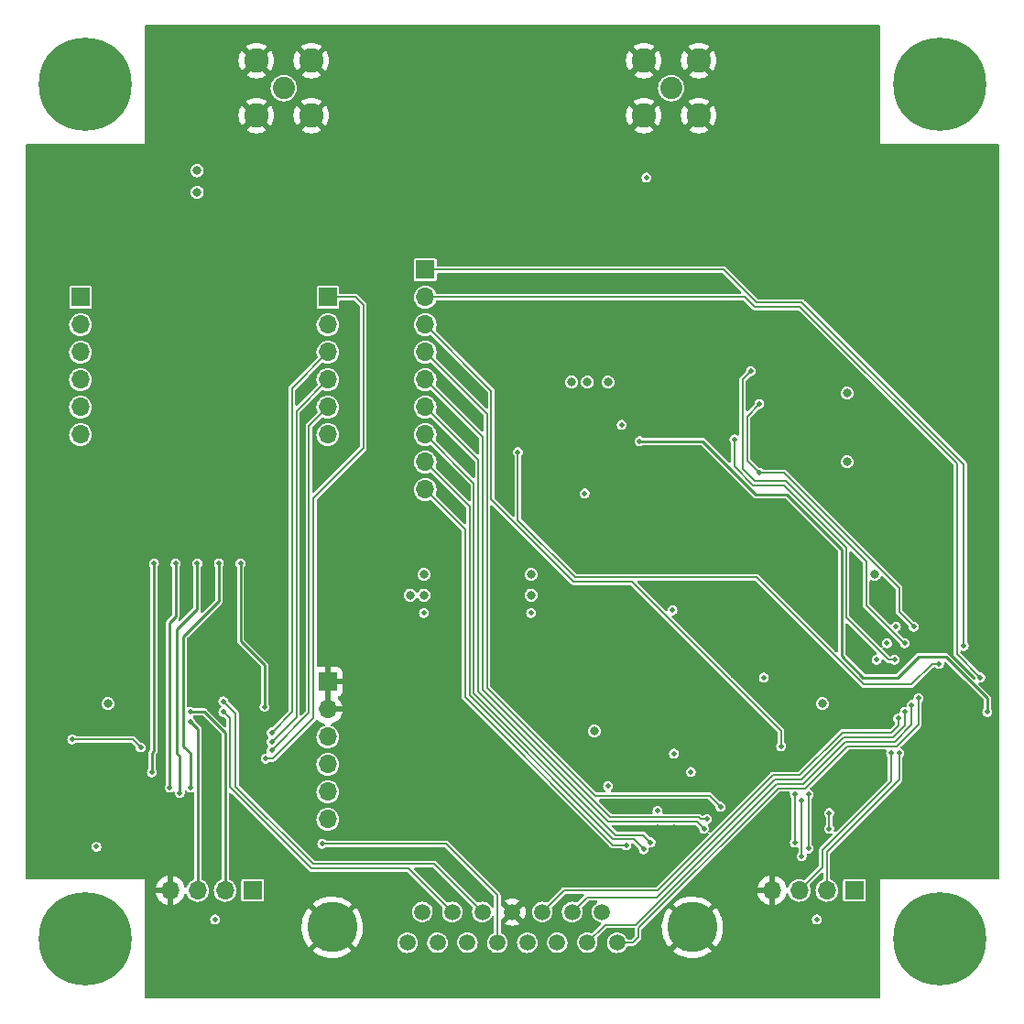
<source format=gbr>
%TF.GenerationSoftware,KiCad,Pcbnew,(6.0.8)*%
%TF.CreationDate,2023-02-25T01:36:39-08:00*%
%TF.ProjectId,RF_Board,52465f42-6f61-4726-942e-6b696361645f,rev?*%
%TF.SameCoordinates,Original*%
%TF.FileFunction,Copper,L4,Bot*%
%TF.FilePolarity,Positive*%
%FSLAX46Y46*%
G04 Gerber Fmt 4.6, Leading zero omitted, Abs format (unit mm)*
G04 Created by KiCad (PCBNEW (6.0.8)) date 2023-02-25 01:36:39*
%MOMM*%
%LPD*%
G01*
G04 APERTURE LIST*
%TA.AperFunction,ComponentPad*%
%ADD10R,1.700000X1.700000*%
%TD*%
%TA.AperFunction,ComponentPad*%
%ADD11O,1.700000X1.700000*%
%TD*%
%TA.AperFunction,ComponentPad*%
%ADD12C,1.500000*%
%TD*%
%TA.AperFunction,ComponentPad*%
%ADD13C,4.650000*%
%TD*%
%TA.AperFunction,ComponentPad*%
%ADD14C,2.050000*%
%TD*%
%TA.AperFunction,ComponentPad*%
%ADD15C,2.250000*%
%TD*%
%TA.AperFunction,ComponentPad*%
%ADD16C,0.900000*%
%TD*%
%TA.AperFunction,ComponentPad*%
%ADD17C,8.600000*%
%TD*%
%TA.AperFunction,ViaPad*%
%ADD18C,0.508000*%
%TD*%
%TA.AperFunction,ViaPad*%
%ADD19C,0.800000*%
%TD*%
%TA.AperFunction,Conductor*%
%ADD20C,0.254000*%
%TD*%
%TA.AperFunction,Conductor*%
%ADD21C,0.203200*%
%TD*%
G04 APERTURE END LIST*
D10*
%TO.P,J6,1,Pin_1*%
%TO.N,/RFM_DIO3*%
X27949000Y-25168000D03*
D11*
%TO.P,J6,2,Pin_2*%
%TO.N,/RFM_DIO4*%
X27949000Y-27708000D03*
%TO.P,J6,3,Pin_3*%
%TO.N,/RFM_DIO0*%
X27949000Y-30248000D03*
%TO.P,J6,4,Pin_4*%
%TO.N,/RFM_DIO1*%
X27949000Y-32788000D03*
%TO.P,J6,5,Pin_5*%
%TO.N,/RFM_DIO2*%
X27949000Y-35328000D03*
%TO.P,J6,6,Pin_6*%
%TO.N,/RFM_DIO5*%
X27949000Y-37868000D03*
%TD*%
D10*
%TO.P,J9,1,Pin_1*%
%TO.N,/RFM_AUX_CSN*%
X36949000Y-22628000D03*
D11*
%TO.P,J9,2,Pin_2*%
%TO.N,/RFM_AUX_RST*%
X36949000Y-25168000D03*
%TO.P,J9,3,Pin_3*%
%TO.N,/RFM_AUX_DIO0*%
X36949000Y-27708000D03*
%TO.P,J9,4,Pin_4*%
%TO.N,/CC2500_CSN*%
X36949000Y-30248000D03*
%TO.P,J9,5,Pin_5*%
%TO.N,/GDO0*%
X36949000Y-32788000D03*
%TO.P,J9,6,Pin_6*%
%TO.N,/GDO2*%
X36949000Y-35328000D03*
%TO.P,J9,7,Pin_7*%
%TO.N,/CC2500_MISO*%
X36949000Y-37868000D03*
%TO.P,J9,8,Pin_8*%
%TO.N,/CC2500_SCLK*%
X36949000Y-40408000D03*
%TO.P,J9,9,Pin_9*%
%TO.N,/CC2500_MOSI*%
X36949000Y-42948000D03*
%TD*%
D12*
%TO.P,J8,1,1*%
%TO.N,/RFM_UART_TX*%
X35305000Y-84840000D03*
%TO.P,J8,2,2*%
%TO.N,/RFM_UART_RX*%
X38075000Y-84840000D03*
%TO.P,J8,3,3*%
%TO.N,/RFM_TX_EMPTY*%
X40845000Y-84840000D03*
%TO.P,J8,4,4*%
%TO.N,/RFM_RX_EMPTY*%
X43615000Y-84840000D03*
%TO.P,J8,5,5*%
%TO.N,/CC2500_UART_TX*%
X46385000Y-84840000D03*
%TO.P,J8,6,6*%
%TO.N,/CC2500_UART_RX*%
X49155000Y-84840000D03*
%TO.P,J8,7,7*%
%TO.N,/CC2500_TX_EMPTY*%
X51925000Y-84840000D03*
%TO.P,J8,8,8*%
%TO.N,/CC2500_RX_EMPTY*%
X54695000Y-84840000D03*
%TO.P,J8,9,9*%
%TO.N,/5V0_IN*%
X36690000Y-82000000D03*
%TO.P,J8,10,10*%
%TO.N,/RFM_TX_OVERFLOW*%
X39460000Y-82000000D03*
%TO.P,J8,11,11*%
%TO.N,/RFM_RX_OVERFLOW*%
X42230000Y-82000000D03*
%TO.P,J8,12,12*%
%TO.N,GND*%
X45000000Y-82000000D03*
%TO.P,J8,13,13*%
%TO.N,/CC2500_TX_OVERFLOW*%
X47770000Y-82000000D03*
%TO.P,J8,14,14*%
%TO.N,/CC2500_RX_OVERFLOW*%
X50540000Y-82000000D03*
%TO.P,J8,15,15*%
%TO.N,/3V3_IN*%
X53310000Y-82000000D03*
D13*
%TO.P,J8,MH1,MH1*%
%TO.N,GND*%
X28350000Y-83420000D03*
%TO.P,J8,MH2,MH2*%
X61650000Y-83420000D03*
%TD*%
D10*
%TO.P,J7,1,Pin_1*%
%TO.N,GND*%
X27949000Y-60728000D03*
D11*
%TO.P,J7,2,Pin_2*%
X27949000Y-63268000D03*
%TO.P,J7,3,Pin_3*%
%TO.N,+5V*%
X27949000Y-65808000D03*
%TO.P,J7,4,Pin_4*%
X27949000Y-68348000D03*
%TO.P,J7,5,Pin_5*%
%TO.N,unconnected-(J7-Pad5)*%
X27949000Y-70888000D03*
%TO.P,J7,6,Pin_6*%
%TO.N,unconnected-(J7-Pad6)*%
X27949000Y-73428000D03*
%TD*%
D10*
%TO.P,J5,1,Pin_1*%
%TO.N,/RFM_RST*%
X5089000Y-25168000D03*
D11*
%TO.P,J5,2,Pin_2*%
%TO.N,/RFM_CSN*%
X5089000Y-27708000D03*
%TO.P,J5,3,Pin_3*%
%TO.N,/RFM_SCLK*%
X5089000Y-30248000D03*
%TO.P,J5,4,Pin_4*%
%TO.N,/RFM_MOSI*%
X5089000Y-32788000D03*
%TO.P,J5,5,Pin_5*%
%TO.N,/RFM_MISO*%
X5089000Y-35328000D03*
%TO.P,J5,6,Pin_6*%
%TO.N,/RFM_3V3_OUT*%
X5089000Y-37868000D03*
%TD*%
D14*
%TO.P,J3,1,In*%
%TO.N,Net-(J3-Pad1)*%
X23876000Y-5842000D03*
D15*
%TO.P,J3,2,Ext*%
%TO.N,GND*%
X26416000Y-8382000D03*
X21336000Y-8382000D03*
X26416000Y-3302000D03*
X21336000Y-3302000D03*
%TD*%
D16*
%TO.P,H3,1,1*%
%TO.N,Net-(H3-Pad1)*%
X5500000Y-81275000D03*
X7780419Y-82219581D03*
X8725000Y-84500000D03*
X5500000Y-87725000D03*
D17*
X5500000Y-84500000D03*
D16*
X7780419Y-86780419D03*
X3219581Y-86780419D03*
X3219581Y-82219581D03*
X2275000Y-84500000D03*
%TD*%
%TO.P,H4,1,1*%
%TO.N,Net-(H4-Pad1)*%
X82219581Y-86780419D03*
X82219581Y-82219581D03*
X84500000Y-87725000D03*
X81275000Y-84500000D03*
X86780419Y-82219581D03*
X87725000Y-84500000D03*
X86780419Y-86780419D03*
X84500000Y-81275000D03*
D17*
X84500000Y-84500000D03*
%TD*%
%TO.P,H2,1,1*%
%TO.N,Net-(H2-Pad1)*%
X5500000Y-5500000D03*
D16*
X3219581Y-7780419D03*
X2275000Y-5500000D03*
X3219581Y-3219581D03*
X7780419Y-3219581D03*
X5500000Y-8725000D03*
X5500000Y-2275000D03*
X8725000Y-5500000D03*
X7780419Y-7780419D03*
%TD*%
D10*
%TO.P,J2,1,Pin_1*%
%TO.N,+3.3V*%
X76620000Y-80000000D03*
D11*
%TO.P,J2,2,Pin_2*%
%TO.N,/CC2500_SBWTCK*%
X74080000Y-80000000D03*
%TO.P,J2,3,Pin_3*%
%TO.N,/CC2500_SBWTDIO*%
X71540000Y-80000000D03*
%TO.P,J2,4,Pin_4*%
%TO.N,GND*%
X69000000Y-80000000D03*
%TD*%
D14*
%TO.P,J1,1,In*%
%TO.N,Net-(C24-Pad2)*%
X59690000Y-5842000D03*
D15*
%TO.P,J1,2,Ext*%
%TO.N,GND*%
X57150000Y-3302000D03*
X62230000Y-8382000D03*
X57150000Y-8382000D03*
X62230000Y-3302000D03*
%TD*%
D10*
%TO.P,J4,1,Pin_1*%
%TO.N,+3.3V*%
X21000000Y-80000000D03*
D11*
%TO.P,J4,2,Pin_2*%
%TO.N,/RFM_SBWTCK*%
X18460000Y-80000000D03*
%TO.P,J4,3,Pin_3*%
%TO.N,/RFM_SBWTDIO*%
X15920000Y-80000000D03*
%TO.P,J4,4,Pin_4*%
%TO.N,GND*%
X13380000Y-80000000D03*
%TD*%
D16*
%TO.P,H1,1,1*%
%TO.N,Net-(H1-Pad1)*%
X84500000Y-8725000D03*
X81275000Y-5500000D03*
X86780419Y-7780419D03*
X87725000Y-5500000D03*
X86780419Y-3219581D03*
D17*
X84500000Y-5500000D03*
D16*
X82219581Y-7780419D03*
X84500000Y-2275000D03*
X82219581Y-3219581D03*
%TD*%
D18*
%TO.N,GND*%
X24892000Y-11430000D03*
X53848000Y-71908000D03*
X47595000Y-29010000D03*
X63000000Y-1000000D03*
X72000000Y-1000000D03*
X50525200Y-44923900D03*
X53058000Y-48798000D03*
X54130000Y-19020000D03*
X29948062Y-61671018D03*
X37377022Y-11877815D03*
X51306666Y-19020000D03*
X54000000Y-1000000D03*
X78000000Y-7000000D03*
X18272764Y-3668604D03*
X50017238Y-7566023D03*
X4000000Y-12000000D03*
X52298000Y-67360000D03*
X46990000Y-25908000D03*
X64631510Y-11225555D03*
X83000000Y-78000000D03*
X56723351Y-11756258D03*
X60000000Y-1000000D03*
X3092112Y-67624493D03*
X7007353Y-57698954D03*
X7057317Y-34058149D03*
X89000000Y-72000000D03*
X22946662Y-18925397D03*
X60960000Y-10160000D03*
X1000000Y-63000000D03*
X12000000Y-4000000D03*
X42126738Y-31129815D03*
X58004000Y-69850000D03*
X69000000Y-1000000D03*
D19*
X21082000Y-5842000D03*
D18*
X64290000Y-21620000D03*
X31008376Y-87973798D03*
X27000000Y-89000000D03*
X58958000Y-56656000D03*
X70128497Y-22256215D03*
X86000000Y-78000000D03*
X59607998Y-49707800D03*
X66000000Y-1000000D03*
X1000000Y-39000000D03*
X89000000Y-45000000D03*
X69000000Y-89000000D03*
X47498000Y-32191282D03*
X22860000Y-10414000D03*
X12700000Y-34290000D03*
X56415001Y-19020000D03*
X79974063Y-41111687D03*
X29457857Y-8423896D03*
X1000000Y-60000000D03*
X50800000Y-45974000D03*
X57000000Y-89000000D03*
X22606000Y-12192000D03*
X76264084Y-7102294D03*
X53721000Y-40031000D03*
X61303780Y-33243529D03*
X21000000Y-89000000D03*
X30000000Y-1000000D03*
X70132434Y-44291791D03*
X36000000Y-1000000D03*
X31251215Y-14877302D03*
X59606432Y-48291785D03*
X83000000Y-12000000D03*
X18000000Y-1000000D03*
X42178856Y-6846968D03*
X3483784Y-22195475D03*
D19*
X48260000Y-38100000D03*
D18*
X1000000Y-72000000D03*
D19*
X63300149Y-69137869D03*
D18*
X59720000Y-62428000D03*
X86797689Y-19254291D03*
X12000000Y-86000000D03*
X80039978Y-15419343D03*
X13825000Y-84500000D03*
X69282693Y-48832651D03*
X17780000Y-31750000D03*
X24000000Y-89000000D03*
X83404131Y-65204467D03*
X33735010Y-79584280D03*
X49870000Y-39402500D03*
X63764007Y-26934275D03*
X67711533Y-6702720D03*
X67535566Y-44164209D03*
X34885828Y-68228120D03*
X55908000Y-63500000D03*
X7000000Y-78000000D03*
X55245000Y-40031000D03*
X18000000Y-89000000D03*
X45566000Y-56581000D03*
X10000000Y-12000000D03*
X46993040Y-30891282D03*
X74168000Y-32486000D03*
X50225200Y-48798000D03*
X53058000Y-46198000D03*
X47935000Y-27966000D03*
X15875000Y-85751000D03*
X70130063Y-26932350D03*
X45909580Y-29798214D03*
X1000000Y-33000000D03*
X68580000Y-39339000D03*
X67530063Y-26932350D03*
X11538039Y-88286364D03*
X4490306Y-18319503D03*
X39000000Y-1000000D03*
X42606036Y-76230654D03*
X1000000Y-36000000D03*
X50800000Y-25908000D03*
X87676810Y-22053880D03*
D19*
X75946000Y-32136000D03*
D18*
X55058000Y-49707800D03*
X70130063Y-30873558D03*
X70104000Y-35560000D03*
X72307000Y-64414400D03*
X78000000Y-83000000D03*
X89000000Y-57000000D03*
X89000000Y-42000000D03*
X3235725Y-41280092D03*
X1000000Y-57000000D03*
X59964157Y-30017177D03*
X68895183Y-11201739D03*
D19*
X21876000Y-14478000D03*
D18*
X89000000Y-21000000D03*
X67953157Y-57649630D03*
X34181816Y-34009200D03*
X27000000Y-1000000D03*
X48768000Y-48006000D03*
X1000000Y-21000000D03*
X72000000Y-89000000D03*
X30760816Y-68549199D03*
X12000000Y-89000000D03*
X42151119Y-10943851D03*
X39000000Y-89000000D03*
X22328511Y-23618626D03*
D19*
X49530000Y-38100000D03*
D18*
X55626000Y-88392000D03*
X65528799Y-47528000D03*
X56804000Y-68650000D03*
X22515418Y-57538303D03*
X60788793Y-41100828D03*
X77017980Y-3496677D03*
X42314241Y-71404545D03*
X1000000Y-66000000D03*
X41789194Y-68608195D03*
X73045175Y-87002239D03*
X87359435Y-12239832D03*
X59436000Y-20828000D03*
X70130063Y-28428000D03*
X78000000Y-4000000D03*
X6915690Y-14840032D03*
X58958000Y-59436000D03*
X38556328Y-14332460D03*
X35039536Y-22735403D03*
X34270050Y-30306238D03*
X83908556Y-14976533D03*
X78000000Y-80000000D03*
X54356000Y-48895000D03*
D19*
X48260000Y-36830000D03*
D18*
X25146000Y-12192000D03*
X54130000Y-21620000D03*
X24892000Y-10414000D03*
X7571747Y-25856812D03*
X38318522Y-87419030D03*
X47554000Y-34290000D03*
X51000000Y-1000000D03*
D19*
X23876000Y-49784000D03*
D18*
X12000000Y-83000000D03*
D19*
X66057865Y-68784315D03*
D18*
X69477763Y-24384000D03*
X64223599Y-47528000D03*
X80098691Y-76163500D03*
X34114524Y-37541519D03*
X55568000Y-64520000D03*
D19*
X53848000Y-30070000D03*
D18*
X17780000Y-26670000D03*
X36000000Y-89000000D03*
X1000000Y-45000000D03*
X89000000Y-36000000D03*
X56565001Y-21620000D03*
X61066831Y-26119508D03*
X64290000Y-19020000D03*
X48133000Y-40640000D03*
X53742608Y-52615272D03*
X52663171Y-57807410D03*
X17780000Y-34290000D03*
X29695186Y-10956857D03*
X12700000Y-31750000D03*
X80739583Y-30757606D03*
X54000000Y-89000000D03*
X58040002Y-21620000D03*
X42017899Y-14995990D03*
X52818333Y-21620000D03*
X5943000Y-64414400D03*
X47595000Y-21320000D03*
X60452000Y-20828000D03*
X89000000Y-54000000D03*
D19*
X48636000Y-52705000D03*
D18*
X89000000Y-18000000D03*
X88395681Y-33848207D03*
X12700000Y-29210000D03*
X58618000Y-60325000D03*
D19*
X38113000Y-59195000D03*
D18*
X41364165Y-27496822D03*
X14841194Y-4333319D03*
X89000000Y-30000000D03*
X17780000Y-29210000D03*
X49447421Y-61332918D03*
X35121324Y-46372011D03*
X75510682Y-26824740D03*
X67530063Y-30873558D03*
D19*
X59690000Y-3048000D03*
D18*
X58420000Y-74195000D03*
X42321248Y-19002365D03*
X55854000Y-14097000D03*
X46054065Y-88473493D03*
X68501240Y-47073256D03*
X47925200Y-46498000D03*
X58958000Y-58466000D03*
X50236000Y-34290000D03*
X26396181Y-10513137D03*
X46006975Y-4084305D03*
X33000000Y-89000000D03*
X64445531Y-7390508D03*
X22860000Y-11430000D03*
X47967900Y-24409400D03*
X57000000Y-1000000D03*
X15240000Y-31750000D03*
X33472515Y-72777434D03*
X68993228Y-83615867D03*
X50800000Y-26924000D03*
X37359621Y-8081734D03*
X60960000Y-11430000D03*
X33411503Y-11787955D03*
X55090000Y-21620000D03*
X9652000Y-61188000D03*
X50084875Y-31412638D03*
X27149048Y-87223329D03*
X29999913Y-3071190D03*
X86000000Y-12000000D03*
X73100693Y-11861768D03*
X68497305Y-19474742D03*
X1000000Y-30000000D03*
X42000000Y-89000000D03*
X87297152Y-15439976D03*
X33394738Y-26775027D03*
X75819995Y-15290954D03*
X47925200Y-44923900D03*
X57462741Y-46560757D03*
X6734183Y-18317005D03*
X26858985Y-23039617D03*
X44870414Y-38002245D03*
X89000000Y-27000000D03*
X50195000Y-29010000D03*
X74168000Y-38836000D03*
X71408780Y-52398366D03*
D19*
X73660000Y-59788000D03*
D18*
X5943000Y-67157600D03*
X30000000Y-89000000D03*
X58420000Y-10160000D03*
X78000000Y-89000000D03*
X48570000Y-39402500D03*
X60244213Y-44929566D03*
X61613198Y-44928000D03*
X8154583Y-42108389D03*
X1000000Y-24000000D03*
X52386143Y-3044977D03*
D19*
X38730000Y-52705000D03*
D18*
X34751012Y-15670621D03*
X12000000Y-10000000D03*
X56104543Y-42261045D03*
X34232988Y-6736701D03*
X13825000Y-5500000D03*
D19*
X26670000Y-5842000D03*
D18*
X64223599Y-44928000D03*
D19*
X7620000Y-59778000D03*
D18*
X58618000Y-57550000D03*
X51689000Y-44857000D03*
D19*
X23876000Y-3048000D03*
D18*
X34800201Y-61290103D03*
X75000000Y-89000000D03*
X1000000Y-48000000D03*
X71810839Y-30103437D03*
X55358000Y-46198000D03*
X67531629Y-22383785D03*
X23352251Y-87486528D03*
X6612911Y-49722681D03*
X56358000Y-56656000D03*
X45331614Y-7211763D03*
X56358000Y-58466000D03*
X1000000Y-15000000D03*
X50292000Y-41910000D03*
X48260000Y-19812000D03*
X41329861Y-88143622D03*
X49274079Y-15237241D03*
X65250000Y-19020000D03*
X65266673Y-79488617D03*
X26562438Y-18703702D03*
X21000000Y-1000000D03*
D19*
X48273000Y-59195000D03*
D18*
X24000000Y-1000000D03*
X75692000Y-61188000D03*
X76175000Y-5500000D03*
X69679253Y-45895245D03*
X61361500Y-54102000D03*
X1000000Y-51000000D03*
X56769000Y-40131000D03*
X1000000Y-27000000D03*
X41393589Y-4225302D03*
X89000000Y-60000000D03*
X62918398Y-47528000D03*
X4565438Y-54048070D03*
X45000000Y-89000000D03*
X65027054Y-2797281D03*
X71754502Y-37520483D03*
X67530063Y-28428000D03*
X50292000Y-35560000D03*
X50195000Y-27966000D03*
X56358000Y-59436000D03*
X60371783Y-47526434D03*
X50832500Y-36490000D03*
X63820944Y-33991315D03*
X11024047Y-76654835D03*
X85533000Y-43180000D03*
X49020410Y-11763645D03*
X89000000Y-75000000D03*
X78000000Y-1000000D03*
X68580000Y-33020000D03*
X15240000Y-24130000D03*
X15240000Y-29210000D03*
X27062608Y-15516655D03*
X55090000Y-19020000D03*
X66893848Y-19021566D03*
X56990360Y-31318846D03*
X46382000Y-56581000D03*
X89000000Y-33000000D03*
X57481546Y-33387357D03*
X49895000Y-19020000D03*
X4000000Y-78000000D03*
X75498904Y-86885243D03*
X57912000Y-86614000D03*
X64600760Y-29529009D03*
X3487432Y-71898110D03*
X7264785Y-53681439D03*
X12700000Y-26670000D03*
X10668000Y-64770000D03*
X88343620Y-37887253D03*
X68902750Y-86592487D03*
X15240000Y-34290000D03*
X66897785Y-47526433D03*
X70130063Y-31991300D03*
X61613198Y-47528000D03*
X69675319Y-20652757D03*
X75514912Y-23223078D03*
X80211233Y-25806634D03*
X29904730Y-52511322D03*
X12000000Y-7000000D03*
X52796888Y-26656764D03*
D19*
X49628000Y-65278000D03*
D18*
X3178574Y-76778758D03*
X3201931Y-44822810D03*
X46990000Y-26924000D03*
X89000000Y-24000000D03*
X34679678Y-3256187D03*
X87732662Y-26215504D03*
D19*
X49530000Y-36830000D03*
D18*
X71968940Y-2872453D03*
X89000000Y-39000000D03*
X12000000Y-80000000D03*
X89000000Y-12000000D03*
X35089380Y-18568635D03*
X1000000Y-78000000D03*
X38069493Y-2793596D03*
X49822100Y-24409400D03*
X7692354Y-22121786D03*
X34261451Y-41571677D03*
X59944000Y-74195000D03*
X58004000Y-68650000D03*
X56804000Y-69850000D03*
X48000000Y-89000000D03*
X64262000Y-86106000D03*
X63766004Y-49701840D03*
X89000000Y-51000000D03*
X49188695Y-3722501D03*
X36476000Y-56581000D03*
X76175000Y-84500000D03*
X1000000Y-12000000D03*
X30354617Y-63837392D03*
X30940491Y-73003000D03*
X30536999Y-22923744D03*
X50292000Y-40640000D03*
X4169982Y-15764744D03*
X49403396Y-87599764D03*
X46957500Y-36490000D03*
X53147204Y-10887575D03*
X15075072Y-11139910D03*
X33000000Y-1000000D03*
X12700000Y-24130000D03*
X35660000Y-56581000D03*
X1000000Y-75000000D03*
X70104000Y-36830000D03*
X89000000Y-78000000D03*
X51943000Y-31470000D03*
X60000000Y-89000000D03*
X47498000Y-35560000D03*
X45000000Y-1000000D03*
X89000000Y-15000000D03*
X60301323Y-61739879D03*
X46957500Y-38440000D03*
X18037165Y-86999324D03*
X1000000Y-54000000D03*
X53325490Y-8079646D03*
X53435566Y-60710516D03*
X89000000Y-48000000D03*
X72666758Y-7637554D03*
X71501000Y-85751000D03*
X66000000Y-89000000D03*
X17780000Y-24130000D03*
X23168083Y-84637358D03*
D19*
X75946000Y-38486000D03*
D18*
X78000000Y-10000000D03*
X51506666Y-21620000D03*
X15000000Y-1000000D03*
X38782852Y-18712417D03*
X65528799Y-44928000D03*
X57404000Y-69250000D03*
X30073314Y-57739436D03*
X42000000Y-1000000D03*
X15532131Y-7366021D03*
X48133000Y-41910000D03*
X1000000Y-69000000D03*
X44685017Y-26475999D03*
X64210087Y-57713966D03*
X63000000Y-89000000D03*
X84458301Y-22555554D03*
X34074468Y-88067957D03*
X86748556Y-75678714D03*
X67825056Y-4025690D03*
X18566994Y-11760697D03*
X76100802Y-11523066D03*
X30332156Y-19021469D03*
X60960000Y-12700000D03*
X87978093Y-31301204D03*
X72307000Y-67157600D03*
X62230000Y-19050000D03*
X67564000Y-36830000D03*
X48000000Y-1000000D03*
X79728192Y-38940583D03*
X45712934Y-80217793D03*
X72113874Y-18785768D03*
X56659000Y-36957000D03*
X80133765Y-19520409D03*
X18291236Y-7832839D03*
X10000000Y-78000000D03*
X56366689Y-26491538D03*
X51000000Y-89000000D03*
X66766278Y-21618434D03*
X1000000Y-42000000D03*
X78000000Y-86000000D03*
X52098000Y-48798000D03*
X65250000Y-21620000D03*
X58420000Y-11430000D03*
X66770215Y-44929565D03*
X33308841Y-65266342D03*
X44801548Y-18262595D03*
X57658000Y-19050000D03*
X83031810Y-57799085D03*
X58640755Y-45382743D03*
X80000000Y-12000000D03*
X15000000Y-89000000D03*
X12000000Y-1000000D03*
D19*
X56896000Y-5842000D03*
D18*
X7698032Y-46523031D03*
X64114845Y-64053650D03*
X62918398Y-44928000D03*
X45779693Y-33447971D03*
X76899416Y-64793371D03*
X55568000Y-62461000D03*
X52718333Y-19020000D03*
X72678662Y-21963624D03*
X1000000Y-18000000D03*
X50195000Y-29980000D03*
X61990000Y-21620000D03*
X75000000Y-1000000D03*
X58420000Y-12700000D03*
X59720000Y-65480000D03*
X55568000Y-65480000D03*
X52098000Y-46198000D03*
X15240000Y-26670000D03*
X68182363Y-24384000D03*
X59390000Y-63500000D03*
X46297662Y-14974003D03*
X4061210Y-50131739D03*
X46227899Y-11114990D03*
X15643669Y-88262047D03*
D19*
X62484000Y-5842000D03*
D18*
X59720000Y-64520000D03*
X54148114Y-14579484D03*
X7000000Y-12000000D03*
X83695307Y-19575941D03*
%TO.N,+5V*%
X57404000Y-14097000D03*
X55109000Y-36957000D03*
D19*
X15876000Y-15478000D03*
X36830000Y-52705000D03*
X35560000Y-52705000D03*
X75946000Y-40386000D03*
X36830000Y-50800000D03*
X75946000Y-34036000D03*
X53848000Y-33020000D03*
X15875000Y-13478000D03*
X50470000Y-33020000D03*
D18*
X59811499Y-54102000D03*
D19*
X51943000Y-33020000D03*
D18*
X51689000Y-43307000D03*
X36830000Y-54356000D03*
%TO.N,/PA_VDET*%
X56769000Y-38481000D03*
X88900000Y-63520000D03*
%TO.N,+3.3V*%
X58420000Y-72645000D03*
D19*
X46736000Y-50800000D03*
D18*
X80455000Y-55626000D03*
X53848000Y-70358000D03*
X59944000Y-67362500D03*
X68250000Y-60325000D03*
D19*
X7620000Y-62738000D03*
D18*
X6547500Y-75971000D03*
X78677000Y-58674000D03*
D19*
X46736000Y-52705000D03*
X52578000Y-65278000D03*
D18*
X17525000Y-82677000D03*
D19*
X73660000Y-62738000D03*
D18*
X61497476Y-69058524D03*
X46736000Y-54356000D03*
X79634000Y-57150000D03*
D19*
X78486000Y-50800000D03*
D18*
X73151000Y-82677000D03*
%TO.N,/CC2500_SBWTCK*%
X80772000Y-67310000D03*
%TO.N,/CC2500_SBWTDIO*%
X80010000Y-67310000D03*
%TO.N,/RFM_SBWTCK*%
X15240000Y-63500000D03*
%TO.N,/RFM_SBWTDIO*%
X15240000Y-64389000D03*
%TO.N,/RFM_RST*%
X19876000Y-49784000D03*
X22098000Y-63020000D03*
%TO.N,/RFM_CSN*%
X17876000Y-49784000D03*
X15240000Y-70485000D03*
%TO.N,/RFM_SCLK*%
X15876000Y-49784000D03*
X14260000Y-70993000D03*
%TO.N,/RFM_MOSI*%
X13335000Y-70485000D03*
X13876000Y-49784000D03*
%TO.N,/RFM_MISO*%
X11684000Y-69088000D03*
X11876000Y-49784000D03*
%TO.N,/RFM_DIO5*%
X10656485Y-66790485D03*
X4318000Y-66040000D03*
%TO.N,/RFM_DIO2*%
X22754748Y-67049192D03*
%TO.N,/RFM_DIO1*%
X22754748Y-66264162D03*
%TO.N,/RFM_DIO0*%
X22754748Y-65405000D03*
%TO.N,/RFM_DIO3*%
X22225000Y-67818000D03*
%TO.N,/RFM_RX_EMPTY*%
X27432000Y-75692000D03*
%TO.N,/CC2500_RX_EMPTY*%
X82550000Y-62230000D03*
%TO.N,/CC2500_TX_EMPTY*%
X81915000Y-62865000D03*
%TO.N,/RFM_RX_OVERFLOW*%
X18288000Y-62520000D03*
%TO.N,/RFM_TX_OVERFLOW*%
X18288000Y-63500000D03*
%TO.N,/CC2500_RX_OVERFLOW*%
X81280000Y-63500000D03*
%TO.N,/CC2500_TX_OVERFLOW*%
X80662603Y-64117397D03*
%TO.N,/CC2500_MOSI*%
X71755000Y-76835000D03*
X71755000Y-71721384D03*
X55516500Y-75836500D03*
%TO.N,/PA_EN*%
X45518000Y-39497000D03*
X84455000Y-59055000D03*
%TO.N,/LNA_SD*%
X67829800Y-41402000D03*
X82105000Y-55626000D03*
X67829800Y-35052000D03*
%TO.N,/LNA_BP_A*%
X80327000Y-58674000D03*
X65532000Y-38310300D03*
%TO.N,/LNA_BP_B*%
X81284000Y-57150000D03*
X67056000Y-32004000D03*
%TO.N,/RFM_AUX_DIO0*%
X69850000Y-66675000D03*
%TO.N,/RFM_AUX_RST*%
X88265000Y-60325000D03*
%TO.N,/RFM_AUX_CSN*%
X86741000Y-57404000D03*
%TO.N,/CC2500_SCLK*%
X72390000Y-71120000D03*
X72390000Y-76124984D03*
X57150000Y-76200000D03*
%TO.N,/CC2500_MISO*%
X57785000Y-75565000D03*
X71120000Y-75565000D03*
X71120000Y-71120000D03*
%TO.N,/CC2500_CSN*%
X64248516Y-72276484D03*
%TO.N,/GDO2*%
X74295000Y-72850900D03*
X74295000Y-74295000D03*
X62738000Y-74295000D03*
%TO.N,/GDO0*%
X62992000Y-73406000D03*
%TD*%
D20*
%TO.N,/PA_VDET*%
X62570606Y-38481000D02*
X67523606Y-43434000D01*
X88900000Y-62230000D02*
X88900000Y-63520000D01*
X77441132Y-60325000D02*
X80645000Y-60325000D01*
X56769000Y-38481000D02*
X62570606Y-38481000D01*
X75438000Y-48514000D02*
X75438000Y-58321868D01*
X67523606Y-43434000D02*
X70358000Y-43434000D01*
X70358000Y-43434000D02*
X75438000Y-48514000D01*
X85090000Y-58420000D02*
X88900000Y-62230000D01*
X75438000Y-58321868D02*
X77441132Y-60325000D01*
X80645000Y-60325000D02*
X82550000Y-58420000D01*
X82550000Y-58420000D02*
X85090000Y-58420000D01*
D21*
%TO.N,/CC2500_SBWTCK*%
X80772000Y-67310000D02*
X80772000Y-69723000D01*
X80772000Y-69723000D02*
X74080000Y-76415000D01*
X74080000Y-76415000D02*
X74080000Y-80000000D01*
%TO.N,/CC2500_SBWTDIO*%
X80010000Y-69914790D02*
X73676800Y-76247990D01*
X73676800Y-77863200D02*
X71540000Y-80000000D01*
X73676800Y-76247990D02*
X73676800Y-77863200D01*
X80010000Y-67310000D02*
X80010000Y-69914790D01*
D20*
%TO.N,/RFM_SBWTCK*%
X18460000Y-65450000D02*
X18460000Y-80000000D01*
X16510000Y-63500000D02*
X18460000Y-65450000D01*
X15240000Y-63500000D02*
X16510000Y-63500000D01*
%TO.N,/RFM_SBWTDIO*%
X15240000Y-64389000D02*
X15920000Y-65069000D01*
X15920000Y-65069000D02*
X15920000Y-80000000D01*
%TO.N,/RFM_RST*%
X22098000Y-59182000D02*
X22098000Y-63020000D01*
X19876000Y-49784000D02*
X19876000Y-56960000D01*
X19876000Y-56960000D02*
X22098000Y-59182000D01*
%TO.N,/RFM_CSN*%
X14605000Y-66675000D02*
X14605000Y-56515000D01*
X14605000Y-56515000D02*
X17876000Y-53244000D01*
X17876000Y-53244000D02*
X17876000Y-49784000D01*
X15240000Y-70485000D02*
X15240000Y-67310000D01*
X15240000Y-67310000D02*
X14605000Y-66675000D01*
%TO.N,/RFM_SCLK*%
X14260000Y-67600000D02*
X13970000Y-67310000D01*
X13970000Y-67310000D02*
X13970000Y-55880000D01*
X13970000Y-55880000D02*
X15876000Y-53974000D01*
X15876000Y-53974000D02*
X15876000Y-49784000D01*
X14260000Y-70993000D02*
X14260000Y-67600000D01*
%TO.N,/RFM_MOSI*%
X13335000Y-70485000D02*
X13335000Y-55245000D01*
X13335000Y-55245000D02*
X13876000Y-54704000D01*
X13876000Y-54704000D02*
X13876000Y-49784000D01*
%TO.N,/RFM_MISO*%
X11876000Y-67118000D02*
X11876000Y-49784000D01*
X11684000Y-69088000D02*
X11684000Y-67310000D01*
X11684000Y-67310000D02*
X11876000Y-67118000D01*
D21*
%TO.N,/RFM_DIO5*%
X9906000Y-66040000D02*
X10656485Y-66790485D01*
X4318000Y-66040000D02*
X9906000Y-66040000D01*
%TO.N,/RFM_DIO2*%
X22754748Y-67049192D02*
X26206400Y-63597540D01*
X26206400Y-63597540D02*
X26206400Y-37070600D01*
X26206400Y-37070600D02*
X27949000Y-35328000D01*
%TO.N,/RFM_DIO1*%
X22754748Y-66264162D02*
X25041200Y-63977710D01*
X25041200Y-63977710D02*
X25041200Y-35695800D01*
X25041200Y-35695800D02*
X27949000Y-32788000D01*
%TO.N,/RFM_DIO0*%
X24638000Y-63521748D02*
X24638000Y-33559000D01*
X24638000Y-33559000D02*
X27949000Y-30248000D01*
X22754748Y-65405000D02*
X24638000Y-63521748D01*
%TO.N,/RFM_DIO3*%
X26609600Y-43748400D02*
X31242000Y-39116000D01*
X31242000Y-25908000D02*
X30502000Y-25168000D01*
X30502000Y-25168000D02*
X27949000Y-25168000D01*
X26609600Y-64068400D02*
X26609600Y-43748400D01*
X22860000Y-67818000D02*
X26609600Y-64068400D01*
X31242000Y-39116000D02*
X31242000Y-25908000D01*
X22225000Y-67818000D02*
X22860000Y-67818000D01*
%TO.N,/RFM_RX_EMPTY*%
X43615000Y-80445000D02*
X38862000Y-75692000D01*
X43615000Y-84840000D02*
X43615000Y-80445000D01*
X38862000Y-75692000D02*
X27432000Y-75692000D01*
%TO.N,/CC2500_RX_EMPTY*%
X56130000Y-84840000D02*
X56642000Y-84328000D01*
X75946000Y-66675000D02*
X80515420Y-66675000D01*
X80515420Y-66675000D02*
X82550000Y-64640420D01*
X56642000Y-83498630D02*
X69576230Y-70564400D01*
X69576230Y-70564400D02*
X72056600Y-70564400D01*
X82550000Y-64640420D02*
X82550000Y-62230000D01*
X54695000Y-84840000D02*
X56130000Y-84840000D01*
X72056600Y-70564400D02*
X75946000Y-66675000D01*
X56642000Y-84328000D02*
X56642000Y-83498630D01*
%TO.N,/CC2500_TX_EMPTY*%
X71889590Y-70161200D02*
X69409220Y-70161200D01*
X81915000Y-64705210D02*
X80348410Y-66271800D01*
X80348410Y-66271800D02*
X75778990Y-66271800D01*
X56385420Y-83185000D02*
X53580000Y-83185000D01*
X81915000Y-62865000D02*
X81915000Y-64705210D01*
X69409220Y-70161200D02*
X56385420Y-83185000D01*
X75778990Y-66271800D02*
X71889590Y-70161200D01*
X53580000Y-83185000D02*
X51925000Y-84840000D01*
%TO.N,/RFM_RX_OVERFLOW*%
X26583010Y-77574800D02*
X37804800Y-77574800D01*
X37804800Y-77574800D02*
X42230000Y-82000000D01*
X19431000Y-70422790D02*
X26583010Y-77574800D01*
X18288000Y-62520000D02*
X19431000Y-63663000D01*
X19431000Y-63663000D02*
X19431000Y-70422790D01*
%TO.N,/RFM_TX_OVERFLOW*%
X18888600Y-64100600D02*
X18288000Y-63500000D01*
X39460000Y-82000000D02*
X35438000Y-77978000D01*
X35438000Y-77978000D02*
X26416000Y-77978000D01*
X18888600Y-70450600D02*
X18888600Y-64100600D01*
X26416000Y-77978000D02*
X18888600Y-70450600D01*
%TO.N,/CC2500_RX_OVERFLOW*%
X71722580Y-69758000D02*
X69242210Y-69758000D01*
X69242210Y-69758000D02*
X58355210Y-80645000D01*
X81280000Y-63500000D02*
X81280000Y-64770000D01*
X51895000Y-80645000D02*
X50540000Y-82000000D01*
X58355210Y-80645000D02*
X51895000Y-80645000D01*
X81280000Y-64770000D02*
X80181400Y-65868600D01*
X75611980Y-65868600D02*
X71722580Y-69758000D01*
X80181400Y-65868600D02*
X75611980Y-65868600D01*
%TO.N,/CC2500_TX_OVERFLOW*%
X69075200Y-69354800D02*
X58420000Y-80010000D01*
X71555570Y-69354800D02*
X69075200Y-69354800D01*
X80662603Y-64117397D02*
X80662603Y-64752397D01*
X80662603Y-64752397D02*
X80010000Y-65405000D01*
X58420000Y-80010000D02*
X49760000Y-80010000D01*
X80010000Y-65405000D02*
X75505370Y-65405000D01*
X49760000Y-80010000D02*
X47770000Y-82000000D01*
X75505370Y-65405000D02*
X71555570Y-69354800D01*
%TO.N,/CC2500_MOSI*%
X36949000Y-42948000D02*
X40640000Y-46639000D01*
X40640000Y-62165210D02*
X54311290Y-75836500D01*
X54311290Y-75836500D02*
X55516500Y-75836500D01*
X40640000Y-46639000D02*
X40640000Y-62165210D01*
X71755000Y-76835000D02*
X71755000Y-71721384D01*
%TO.N,/PA_EN*%
X81915000Y-60960000D02*
X77470000Y-60960000D01*
X83820000Y-59055000D02*
X81915000Y-60960000D01*
X84455000Y-59055000D02*
X83820000Y-59055000D01*
X45518000Y-45772000D02*
X45518000Y-39497000D01*
X67564000Y-51054000D02*
X50800000Y-51054000D01*
X50800000Y-51054000D02*
X45518000Y-45772000D01*
X77470000Y-60960000D02*
X67564000Y-51054000D01*
%TO.N,/LNA_SD*%
X67829800Y-41402000D02*
X66697200Y-40269400D01*
X66697200Y-40269400D02*
X66697200Y-36184600D01*
X66697200Y-36184600D02*
X67829800Y-35052000D01*
X70116134Y-41402000D02*
X67829800Y-41402000D01*
X80772000Y-52057866D02*
X70116134Y-41402000D01*
X82105000Y-55626000D02*
X80772000Y-54293000D01*
X80772000Y-54293000D02*
X80772000Y-52057866D01*
%TO.N,/LNA_BP_A*%
X79756000Y-58674000D02*
X75866600Y-54784600D01*
X80327000Y-58674000D02*
X79756000Y-58674000D01*
X67262937Y-42567200D02*
X65532000Y-40836262D01*
X65532000Y-40836262D02*
X65532000Y-38310300D01*
X75866600Y-54784600D02*
X75866600Y-48292886D01*
X75866600Y-48292886D02*
X70140914Y-42567200D01*
X70140914Y-42567200D02*
X67262937Y-42567200D01*
%TO.N,/LNA_BP_B*%
X81193262Y-57150000D02*
X77724000Y-53680738D01*
X77724000Y-49580076D02*
X70307924Y-42164000D01*
X77724000Y-53680738D02*
X77724000Y-49580076D01*
X66294000Y-41028052D02*
X66294000Y-32766000D01*
X70307924Y-42164000D02*
X67429948Y-42164000D01*
X66294000Y-32766000D02*
X67056000Y-32004000D01*
X67429948Y-42164000D02*
X66294000Y-41028052D01*
X81284000Y-57150000D02*
X81193262Y-57150000D01*
%TO.N,/RFM_AUX_DIO0*%
X69850000Y-65278000D02*
X69850000Y-66675000D01*
X43059200Y-43883410D02*
X50632990Y-51457200D01*
X56029200Y-51457200D02*
X69850000Y-65278000D01*
X50632990Y-51457200D02*
X56029200Y-51457200D01*
X36949000Y-27708000D02*
X43059200Y-33818200D01*
X43059200Y-33818200D02*
X43059200Y-43883410D01*
%TO.N,/RFM_AUX_RST*%
X71587990Y-26057200D02*
X86106000Y-40575210D01*
X86106000Y-40575210D02*
X86106000Y-58166000D01*
X66507790Y-25168000D02*
X67396989Y-26057200D01*
X36949000Y-25168000D02*
X66507790Y-25168000D01*
X67396989Y-26057200D02*
X71587990Y-26057200D01*
X86106000Y-58166000D02*
X88265000Y-60325000D01*
%TO.N,/RFM_AUX_CSN*%
X86741000Y-57404000D02*
X86741000Y-40640000D01*
X64538000Y-22628000D02*
X36949000Y-22628000D01*
X67564000Y-25654000D02*
X64538000Y-22628000D01*
X86741000Y-40640000D02*
X71755000Y-25654000D01*
X71755000Y-25654000D02*
X67564000Y-25654000D01*
%TO.N,/CC2500_SCLK*%
X36949000Y-40408000D02*
X41043200Y-44502200D01*
X41043200Y-61998200D02*
X54325900Y-75280900D01*
X54325900Y-75280900D02*
X56230900Y-75280900D01*
X41043200Y-44502200D02*
X41043200Y-61998200D01*
X56230900Y-75280900D02*
X57150000Y-76200000D01*
X72390000Y-76124984D02*
X72390000Y-71120000D01*
%TO.N,/CC2500_MISO*%
X41446400Y-42365400D02*
X41446400Y-61766400D01*
X41446400Y-61766400D02*
X54557700Y-74877700D01*
X54557700Y-74877700D02*
X57097700Y-74877700D01*
X57097700Y-74877700D02*
X57785000Y-75565000D01*
X36949000Y-37868000D02*
X41446400Y-42365400D01*
X71120000Y-75565000D02*
X71120000Y-71120000D01*
%TO.N,/CC2500_CSN*%
X42656000Y-35955000D02*
X36949000Y-30248000D01*
X63219032Y-71247000D02*
X52637630Y-71247000D01*
X42656000Y-61265370D02*
X42656000Y-35955000D01*
X52637630Y-71247000D02*
X42656000Y-61265370D01*
X64248516Y-72276484D02*
X63219032Y-71247000D01*
%TO.N,/GDO2*%
X62082400Y-73639400D02*
X53889610Y-73639400D01*
X41849600Y-61599390D02*
X41849600Y-40228600D01*
X74295000Y-74295000D02*
X74295000Y-72850900D01*
X62738000Y-74295000D02*
X62082400Y-73639400D01*
X41849600Y-40228600D02*
X36949000Y-35328000D01*
X53889610Y-73639400D02*
X41849600Y-61599390D01*
%TO.N,/GDO0*%
X62249410Y-73236200D02*
X62419210Y-73406000D01*
X42252800Y-61432380D02*
X54056620Y-73236200D01*
X54056620Y-73236200D02*
X62249410Y-73236200D01*
X42252800Y-38091800D02*
X42252800Y-61432380D01*
X36949000Y-32788000D02*
X42252800Y-38091800D01*
X62419210Y-73406000D02*
X62992000Y-73406000D01*
%TD*%
%TA.AperFunction,Conductor*%
%TO.N,GND*%
G36*
X78942121Y-21002D02*
G01*
X78988614Y-74658D01*
X79000000Y-127000D01*
X79000000Y-11000000D01*
X89873000Y-11000000D01*
X89941121Y-11020002D01*
X89987614Y-11073658D01*
X89999000Y-11126000D01*
X89999000Y-78874000D01*
X89978998Y-78942121D01*
X89925342Y-78988614D01*
X89873000Y-79000000D01*
X79000000Y-79000000D01*
X79000000Y-89873000D01*
X78979998Y-89941121D01*
X78926342Y-89987614D01*
X78874000Y-89999000D01*
X11126000Y-89999000D01*
X11057879Y-89978998D01*
X11011386Y-89925342D01*
X11000000Y-89873000D01*
X11000000Y-85597795D01*
X26537745Y-85597795D01*
X26537762Y-85598046D01*
X26543679Y-85606792D01*
X26561430Y-85622944D01*
X26567060Y-85627503D01*
X26826480Y-85813915D01*
X26832610Y-85817805D01*
X27111730Y-85973161D01*
X27118250Y-85976313D01*
X27413387Y-86098562D01*
X27420238Y-86100948D01*
X27727452Y-86188461D01*
X27734540Y-86190045D01*
X28049789Y-86241669D01*
X28056995Y-86242426D01*
X28376090Y-86257474D01*
X28383340Y-86257398D01*
X28702040Y-86235672D01*
X28709249Y-86234761D01*
X29023345Y-86176547D01*
X29030375Y-86174820D01*
X29335700Y-86080890D01*
X29342513Y-86078356D01*
X29635012Y-85949957D01*
X29641467Y-85946669D01*
X29917275Y-85785500D01*
X29923324Y-85781481D01*
X30153834Y-85608408D01*
X30162287Y-85597083D01*
X30155542Y-85584752D01*
X28362812Y-83792022D01*
X28348868Y-83784408D01*
X28347035Y-83784539D01*
X28340420Y-83788790D01*
X26545359Y-85583851D01*
X26537745Y-85597795D01*
X11000000Y-85597795D01*
X11000000Y-83334495D01*
X25513694Y-83334495D01*
X25522057Y-83653833D01*
X25522664Y-83661056D01*
X25567674Y-83977318D01*
X25569105Y-83984420D01*
X25650172Y-84293426D01*
X25652408Y-84300306D01*
X25768451Y-84597940D01*
X25771466Y-84604527D01*
X25920952Y-84886859D01*
X25924698Y-84893044D01*
X26105640Y-85156316D01*
X26110085Y-85162045D01*
X26162779Y-85222450D01*
X26175951Y-85230854D01*
X26185806Y-85224984D01*
X27977978Y-83432812D01*
X27984356Y-83421132D01*
X28714408Y-83421132D01*
X28714539Y-83422965D01*
X28718790Y-83429580D01*
X30512027Y-85222817D01*
X30525381Y-85230109D01*
X30535353Y-85223055D01*
X30625914Y-85114745D01*
X30630224Y-85108942D01*
X30805621Y-84841926D01*
X30809235Y-84835664D01*
X30813761Y-84826665D01*
X34349994Y-84826665D01*
X34365592Y-85012414D01*
X34367291Y-85018339D01*
X34408498Y-85162045D01*
X34416971Y-85191595D01*
X34502176Y-85357385D01*
X34617959Y-85503468D01*
X34759912Y-85624279D01*
X34765290Y-85627285D01*
X34765292Y-85627286D01*
X34792731Y-85642621D01*
X34922627Y-85715217D01*
X35099907Y-85772819D01*
X35284998Y-85794890D01*
X35291133Y-85794418D01*
X35291135Y-85794418D01*
X35464710Y-85781062D01*
X35464715Y-85781061D01*
X35470851Y-85780589D01*
X35476781Y-85778933D01*
X35476783Y-85778933D01*
X35644459Y-85732117D01*
X35644458Y-85732117D01*
X35650387Y-85730462D01*
X35816768Y-85646417D01*
X35841255Y-85627286D01*
X35958794Y-85535454D01*
X35958795Y-85535453D01*
X35963655Y-85531656D01*
X36085454Y-85390550D01*
X36177526Y-85228474D01*
X36236364Y-85051601D01*
X36256395Y-84893044D01*
X36259285Y-84870170D01*
X36259286Y-84870163D01*
X36259727Y-84866668D01*
X36260099Y-84840000D01*
X36258791Y-84826665D01*
X37119994Y-84826665D01*
X37135592Y-85012414D01*
X37137291Y-85018339D01*
X37178498Y-85162045D01*
X37186971Y-85191595D01*
X37272176Y-85357385D01*
X37387959Y-85503468D01*
X37529912Y-85624279D01*
X37535290Y-85627285D01*
X37535292Y-85627286D01*
X37562731Y-85642621D01*
X37692627Y-85715217D01*
X37869907Y-85772819D01*
X38054998Y-85794890D01*
X38061133Y-85794418D01*
X38061135Y-85794418D01*
X38234710Y-85781062D01*
X38234715Y-85781061D01*
X38240851Y-85780589D01*
X38246781Y-85778933D01*
X38246783Y-85778933D01*
X38414459Y-85732117D01*
X38414458Y-85732117D01*
X38420387Y-85730462D01*
X38586768Y-85646417D01*
X38611255Y-85627286D01*
X38728794Y-85535454D01*
X38728795Y-85535453D01*
X38733655Y-85531656D01*
X38855454Y-85390550D01*
X38947526Y-85228474D01*
X39006364Y-85051601D01*
X39026395Y-84893044D01*
X39029285Y-84870170D01*
X39029286Y-84870163D01*
X39029727Y-84866668D01*
X39030099Y-84840000D01*
X39028791Y-84826665D01*
X39889994Y-84826665D01*
X39905592Y-85012414D01*
X39907291Y-85018339D01*
X39948498Y-85162045D01*
X39956971Y-85191595D01*
X40042176Y-85357385D01*
X40157959Y-85503468D01*
X40299912Y-85624279D01*
X40305290Y-85627285D01*
X40305292Y-85627286D01*
X40332731Y-85642621D01*
X40462627Y-85715217D01*
X40639907Y-85772819D01*
X40824998Y-85794890D01*
X40831133Y-85794418D01*
X40831135Y-85794418D01*
X41004710Y-85781062D01*
X41004715Y-85781061D01*
X41010851Y-85780589D01*
X41016781Y-85778933D01*
X41016783Y-85778933D01*
X41184459Y-85732117D01*
X41184458Y-85732117D01*
X41190387Y-85730462D01*
X41356768Y-85646417D01*
X41381255Y-85627286D01*
X41498794Y-85535454D01*
X41498795Y-85535453D01*
X41503655Y-85531656D01*
X41625454Y-85390550D01*
X41717526Y-85228474D01*
X41776364Y-85051601D01*
X41796395Y-84893044D01*
X41799285Y-84870170D01*
X41799286Y-84870163D01*
X41799727Y-84866668D01*
X41800099Y-84840000D01*
X41781909Y-84654487D01*
X41780128Y-84648588D01*
X41780127Y-84648583D01*
X41729814Y-84481939D01*
X41728033Y-84476040D01*
X41676058Y-84378290D01*
X41643416Y-84316898D01*
X41643414Y-84316895D01*
X41640522Y-84311456D01*
X41636632Y-84306686D01*
X41636629Y-84306682D01*
X41526605Y-84171780D01*
X41526602Y-84171777D01*
X41522710Y-84167005D01*
X41517056Y-84162327D01*
X41383834Y-84052116D01*
X41379085Y-84048187D01*
X41215116Y-83959529D01*
X41126082Y-83931969D01*
X41042936Y-83906231D01*
X41042933Y-83906230D01*
X41037049Y-83904409D01*
X41030924Y-83903765D01*
X41030923Y-83903765D01*
X40857796Y-83885568D01*
X40857795Y-83885568D01*
X40851668Y-83884924D01*
X40773549Y-83892033D01*
X40672171Y-83901259D01*
X40672168Y-83901260D01*
X40666032Y-83901818D01*
X40660122Y-83903557D01*
X40660119Y-83903558D01*
X40493129Y-83952707D01*
X40487214Y-83954448D01*
X40322023Y-84040807D01*
X40176752Y-84157608D01*
X40056935Y-84300401D01*
X40053971Y-84305793D01*
X40053968Y-84305797D01*
X40004403Y-84395956D01*
X39967135Y-84463746D01*
X39965274Y-84469613D01*
X39965273Y-84469615D01*
X39930616Y-84578869D01*
X39910772Y-84641424D01*
X39889994Y-84826665D01*
X39028791Y-84826665D01*
X39011909Y-84654487D01*
X39010128Y-84648588D01*
X39010127Y-84648583D01*
X38959814Y-84481939D01*
X38958033Y-84476040D01*
X38906058Y-84378290D01*
X38873416Y-84316898D01*
X38873414Y-84316895D01*
X38870522Y-84311456D01*
X38866632Y-84306686D01*
X38866629Y-84306682D01*
X38756605Y-84171780D01*
X38756602Y-84171777D01*
X38752710Y-84167005D01*
X38747056Y-84162327D01*
X38613834Y-84052116D01*
X38609085Y-84048187D01*
X38445116Y-83959529D01*
X38356082Y-83931969D01*
X38272936Y-83906231D01*
X38272933Y-83906230D01*
X38267049Y-83904409D01*
X38260924Y-83903765D01*
X38260923Y-83903765D01*
X38087796Y-83885568D01*
X38087795Y-83885568D01*
X38081668Y-83884924D01*
X38003549Y-83892033D01*
X37902171Y-83901259D01*
X37902168Y-83901260D01*
X37896032Y-83901818D01*
X37890122Y-83903557D01*
X37890119Y-83903558D01*
X37723129Y-83952707D01*
X37717214Y-83954448D01*
X37552023Y-84040807D01*
X37406752Y-84157608D01*
X37286935Y-84300401D01*
X37283971Y-84305793D01*
X37283968Y-84305797D01*
X37234403Y-84395956D01*
X37197135Y-84463746D01*
X37195274Y-84469613D01*
X37195273Y-84469615D01*
X37160616Y-84578869D01*
X37140772Y-84641424D01*
X37119994Y-84826665D01*
X36258791Y-84826665D01*
X36241909Y-84654487D01*
X36240128Y-84648588D01*
X36240127Y-84648583D01*
X36189814Y-84481939D01*
X36188033Y-84476040D01*
X36136058Y-84378290D01*
X36103416Y-84316898D01*
X36103414Y-84316895D01*
X36100522Y-84311456D01*
X36096632Y-84306686D01*
X36096629Y-84306682D01*
X35986605Y-84171780D01*
X35986602Y-84171777D01*
X35982710Y-84167005D01*
X35977056Y-84162327D01*
X35843834Y-84052116D01*
X35839085Y-84048187D01*
X35675116Y-83959529D01*
X35586082Y-83931969D01*
X35502936Y-83906231D01*
X35502933Y-83906230D01*
X35497049Y-83904409D01*
X35490924Y-83903765D01*
X35490923Y-83903765D01*
X35317796Y-83885568D01*
X35317795Y-83885568D01*
X35311668Y-83884924D01*
X35233549Y-83892033D01*
X35132171Y-83901259D01*
X35132168Y-83901260D01*
X35126032Y-83901818D01*
X35120122Y-83903557D01*
X35120119Y-83903558D01*
X34953129Y-83952707D01*
X34947214Y-83954448D01*
X34782023Y-84040807D01*
X34636752Y-84157608D01*
X34516935Y-84300401D01*
X34513971Y-84305793D01*
X34513968Y-84305797D01*
X34464403Y-84395956D01*
X34427135Y-84463746D01*
X34425274Y-84469613D01*
X34425273Y-84469615D01*
X34390616Y-84578869D01*
X34370772Y-84641424D01*
X34349994Y-84826665D01*
X30813761Y-84826665D01*
X30952778Y-84550263D01*
X30955650Y-84543625D01*
X31065434Y-84243627D01*
X31067530Y-84236685D01*
X31142104Y-83926060D01*
X31143388Y-83918921D01*
X31181865Y-83600966D01*
X31182289Y-83595396D01*
X31187713Y-83422797D01*
X31187640Y-83417204D01*
X31169203Y-83097451D01*
X31168371Y-83090262D01*
X31113447Y-82775559D01*
X31111792Y-82768504D01*
X31021064Y-82462215D01*
X31018608Y-82455390D01*
X30893274Y-82161548D01*
X30890053Y-82155060D01*
X30794002Y-81986665D01*
X35734994Y-81986665D01*
X35735510Y-81992809D01*
X35749680Y-82161548D01*
X35750592Y-82172414D01*
X35752291Y-82178339D01*
X35798012Y-82337787D01*
X35801971Y-82351595D01*
X35804790Y-82357080D01*
X35842066Y-82429610D01*
X35887176Y-82517385D01*
X36002959Y-82663468D01*
X36007652Y-82667462D01*
X36007653Y-82667463D01*
X36018859Y-82677000D01*
X36144912Y-82784279D01*
X36307627Y-82875217D01*
X36484907Y-82932819D01*
X36669998Y-82954890D01*
X36676133Y-82954418D01*
X36676135Y-82954418D01*
X36849710Y-82941062D01*
X36849715Y-82941061D01*
X36855851Y-82940589D01*
X36861781Y-82938933D01*
X36861783Y-82938933D01*
X36973742Y-82907673D01*
X37035387Y-82890462D01*
X37201768Y-82806417D01*
X37226255Y-82787286D01*
X37343794Y-82695454D01*
X37343795Y-82695453D01*
X37348655Y-82691656D01*
X37470454Y-82550550D01*
X37474885Y-82542751D01*
X37534515Y-82437782D01*
X37562526Y-82388474D01*
X37621364Y-82211601D01*
X37628507Y-82155060D01*
X37644285Y-82030170D01*
X37644286Y-82030163D01*
X37644727Y-82026668D01*
X37645099Y-82000000D01*
X37626909Y-81814487D01*
X37625128Y-81808588D01*
X37625127Y-81808583D01*
X37574814Y-81641939D01*
X37573033Y-81636040D01*
X37485522Y-81471456D01*
X37481632Y-81466686D01*
X37481629Y-81466682D01*
X37371605Y-81331780D01*
X37371602Y-81331777D01*
X37367710Y-81327005D01*
X37362056Y-81322327D01*
X37267750Y-81244310D01*
X37224085Y-81208187D01*
X37060116Y-81119529D01*
X36971083Y-81091969D01*
X36887936Y-81066231D01*
X36887933Y-81066230D01*
X36882049Y-81064409D01*
X36875924Y-81063765D01*
X36875923Y-81063765D01*
X36702796Y-81045568D01*
X36702795Y-81045568D01*
X36696668Y-81044924D01*
X36618549Y-81052033D01*
X36517171Y-81061259D01*
X36517168Y-81061260D01*
X36511032Y-81061818D01*
X36505122Y-81063557D01*
X36505119Y-81063558D01*
X36338129Y-81112707D01*
X36332214Y-81114448D01*
X36167023Y-81200807D01*
X36162223Y-81204667D01*
X36162222Y-81204667D01*
X36135342Y-81226279D01*
X36021752Y-81317608D01*
X35901935Y-81460401D01*
X35898971Y-81465793D01*
X35898968Y-81465797D01*
X35843500Y-81566694D01*
X35812135Y-81623746D01*
X35755772Y-81801424D01*
X35734994Y-81986665D01*
X30794002Y-81986665D01*
X30731777Y-81877574D01*
X30727836Y-81871504D01*
X30538720Y-81614055D01*
X30526346Y-81606697D01*
X30525738Y-81606718D01*
X30517260Y-81611950D01*
X28722022Y-83407188D01*
X28714408Y-83421132D01*
X27984356Y-83421132D01*
X27985592Y-83418868D01*
X27985461Y-83417035D01*
X27981210Y-83410420D01*
X26187026Y-81616236D01*
X26174233Y-81609250D01*
X26163480Y-81617113D01*
X26021979Y-81797575D01*
X26017847Y-81803520D01*
X25850925Y-82075912D01*
X25847514Y-82082273D01*
X25713007Y-82372045D01*
X25710339Y-82378783D01*
X25610035Y-82682077D01*
X25608158Y-82689081D01*
X25543377Y-83001896D01*
X25542320Y-83009056D01*
X25513922Y-83327242D01*
X25513694Y-83334495D01*
X11000000Y-83334495D01*
X11000000Y-82671390D01*
X17065860Y-82671390D01*
X17067024Y-82680292D01*
X17067024Y-82680295D01*
X17081577Y-82791582D01*
X17082741Y-82800481D01*
X17135174Y-82919645D01*
X17218946Y-83019303D01*
X17226414Y-83024274D01*
X17226415Y-83024275D01*
X17319850Y-83086472D01*
X17319853Y-83086473D01*
X17327320Y-83091444D01*
X17335887Y-83094120D01*
X17335888Y-83094121D01*
X17357171Y-83100770D01*
X17451587Y-83130267D01*
X17460560Y-83130431D01*
X17460563Y-83130432D01*
X17517790Y-83131481D01*
X17581755Y-83132653D01*
X17633917Y-83118432D01*
X17698701Y-83100770D01*
X17698703Y-83100769D01*
X17707360Y-83098409D01*
X17805109Y-83038391D01*
X17810658Y-83034984D01*
X17810659Y-83034984D01*
X17818306Y-83030288D01*
X17886980Y-82954418D01*
X17899644Y-82940427D01*
X17899645Y-82940426D01*
X17905672Y-82933767D01*
X17925852Y-82892117D01*
X17958522Y-82824685D01*
X17958522Y-82824684D01*
X17962437Y-82816604D01*
X17984037Y-82688219D01*
X17984174Y-82677000D01*
X17965718Y-82548125D01*
X17911832Y-82429610D01*
X17860063Y-82369529D01*
X17832713Y-82337787D01*
X17832712Y-82337786D01*
X17826850Y-82330983D01*
X17717601Y-82260172D01*
X17592870Y-82222870D01*
X17583894Y-82222815D01*
X17583893Y-82222815D01*
X17530678Y-82222490D01*
X17462683Y-82222074D01*
X17337505Y-82257850D01*
X17227400Y-82327321D01*
X17221458Y-82334049D01*
X17221457Y-82334050D01*
X17187901Y-82372045D01*
X17141219Y-82424903D01*
X17137404Y-82433028D01*
X17137403Y-82433030D01*
X17089705Y-82534625D01*
X17085890Y-82542751D01*
X17084509Y-82551620D01*
X17067846Y-82658638D01*
X17065860Y-82671390D01*
X11000000Y-82671390D01*
X11000000Y-80267966D01*
X12048257Y-80267966D01*
X12078565Y-80402446D01*
X12081645Y-80412275D01*
X12161770Y-80609603D01*
X12166413Y-80618794D01*
X12277694Y-80800388D01*
X12283777Y-80808699D01*
X12423213Y-80969667D01*
X12430580Y-80976883D01*
X12594434Y-81112916D01*
X12602881Y-81118831D01*
X12786756Y-81226279D01*
X12796042Y-81230729D01*
X12995001Y-81306703D01*
X13004899Y-81309579D01*
X13108250Y-81330606D01*
X13122299Y-81329410D01*
X13126000Y-81319065D01*
X13126000Y-80272115D01*
X13121525Y-80256876D01*
X13120135Y-80255671D01*
X13112452Y-80254000D01*
X12063225Y-80254000D01*
X12049694Y-80257973D01*
X12048257Y-80267966D01*
X11000000Y-80267966D01*
X11000000Y-79734183D01*
X12044389Y-79734183D01*
X12045912Y-79742607D01*
X12058292Y-79746000D01*
X13107885Y-79746000D01*
X13123124Y-79741525D01*
X13124329Y-79740135D01*
X13126000Y-79732452D01*
X13126000Y-78683102D01*
X13122082Y-78669758D01*
X13107806Y-78667771D01*
X13069324Y-78673660D01*
X13059288Y-78676051D01*
X12856868Y-78742212D01*
X12847359Y-78746209D01*
X12658463Y-78844542D01*
X12649738Y-78850036D01*
X12479433Y-78977905D01*
X12471726Y-78984748D01*
X12324590Y-79138717D01*
X12318104Y-79146727D01*
X12198098Y-79322649D01*
X12193000Y-79331623D01*
X12103338Y-79524783D01*
X12099775Y-79534470D01*
X12044389Y-79734183D01*
X11000000Y-79734183D01*
X11000000Y-79000000D01*
X127000Y-79000000D01*
X58879Y-78979998D01*
X12386Y-78926342D01*
X1000Y-78874000D01*
X1000Y-75965390D01*
X6088360Y-75965390D01*
X6089524Y-75974292D01*
X6089524Y-75974295D01*
X6102704Y-76075079D01*
X6105241Y-76094481D01*
X6157674Y-76213645D01*
X6241446Y-76313303D01*
X6248914Y-76318274D01*
X6248915Y-76318275D01*
X6342350Y-76380472D01*
X6342353Y-76380473D01*
X6349820Y-76385444D01*
X6358387Y-76388120D01*
X6358388Y-76388121D01*
X6379671Y-76394770D01*
X6474087Y-76424267D01*
X6483060Y-76424431D01*
X6483063Y-76424432D01*
X6540290Y-76425481D01*
X6604255Y-76426653D01*
X6656417Y-76412432D01*
X6721201Y-76394770D01*
X6721203Y-76394769D01*
X6729860Y-76392409D01*
X6802700Y-76347685D01*
X6833158Y-76328984D01*
X6833159Y-76328984D01*
X6840806Y-76324288D01*
X6846830Y-76317633D01*
X6922144Y-76234427D01*
X6922145Y-76234426D01*
X6928172Y-76227767D01*
X6936190Y-76211219D01*
X6981022Y-76118685D01*
X6981022Y-76118684D01*
X6984937Y-76110604D01*
X7006537Y-75982219D01*
X7006674Y-75971000D01*
X6988218Y-75842125D01*
X6952327Y-75763188D01*
X6938048Y-75731782D01*
X6938047Y-75731780D01*
X6934332Y-75723610D01*
X6849350Y-75624983D01*
X6740101Y-75554172D01*
X6615370Y-75516870D01*
X6606394Y-75516815D01*
X6606393Y-75516815D01*
X6553178Y-75516490D01*
X6485183Y-75516074D01*
X6360005Y-75551850D01*
X6352418Y-75556637D01*
X6352416Y-75556638D01*
X6339163Y-75565000D01*
X6249900Y-75621321D01*
X6163719Y-75718903D01*
X6159904Y-75727028D01*
X6159903Y-75727030D01*
X6151183Y-75745603D01*
X6108390Y-75836751D01*
X6107009Y-75845620D01*
X6094427Y-75926427D01*
X6088360Y-75965390D01*
X1000Y-75965390D01*
X1000Y-70479390D01*
X12875860Y-70479390D01*
X12877024Y-70488292D01*
X12877024Y-70488295D01*
X12891577Y-70599582D01*
X12892741Y-70608481D01*
X12945174Y-70727645D01*
X13028946Y-70827303D01*
X13036414Y-70832274D01*
X13036415Y-70832275D01*
X13129850Y-70894472D01*
X13129853Y-70894473D01*
X13137320Y-70899444D01*
X13145887Y-70902120D01*
X13145888Y-70902121D01*
X13167171Y-70908770D01*
X13261587Y-70938267D01*
X13270560Y-70938431D01*
X13270563Y-70938432D01*
X13327790Y-70939481D01*
X13391755Y-70940653D01*
X13443917Y-70926432D01*
X13508701Y-70908770D01*
X13508703Y-70908769D01*
X13517360Y-70906409D01*
X13525007Y-70901714D01*
X13525011Y-70901712D01*
X13612389Y-70848062D01*
X13680906Y-70829464D01*
X13748601Y-70850861D01*
X13793982Y-70905461D01*
X13802144Y-70969540D01*
X13802351Y-70969543D01*
X13802333Y-70971023D01*
X13802817Y-70974822D01*
X13800860Y-70987390D01*
X13802024Y-70996292D01*
X13802024Y-70996295D01*
X13816577Y-71107582D01*
X13817741Y-71116481D01*
X13870174Y-71235645D01*
X13953946Y-71335303D01*
X13961414Y-71340274D01*
X13961415Y-71340275D01*
X14054850Y-71402472D01*
X14054853Y-71402473D01*
X14062320Y-71407444D01*
X14070887Y-71410120D01*
X14070888Y-71410121D01*
X14092171Y-71416770D01*
X14186587Y-71446267D01*
X14195560Y-71446431D01*
X14195563Y-71446432D01*
X14252790Y-71447481D01*
X14316755Y-71448653D01*
X14378373Y-71431854D01*
X14433701Y-71416770D01*
X14433703Y-71416769D01*
X14442360Y-71414409D01*
X14553306Y-71346288D01*
X14569467Y-71328434D01*
X14634644Y-71256427D01*
X14634645Y-71256426D01*
X14640672Y-71249767D01*
X14668579Y-71192168D01*
X14693522Y-71140685D01*
X14693522Y-71140684D01*
X14697437Y-71132604D01*
X14719037Y-71004219D01*
X14719174Y-70993000D01*
X14708965Y-70921715D01*
X14719109Y-70851449D01*
X14765632Y-70797820D01*
X14833764Y-70777856D01*
X14901873Y-70797896D01*
X14921126Y-70814843D01*
X14921478Y-70814449D01*
X14928172Y-70820434D01*
X14933946Y-70827303D01*
X14941414Y-70832274D01*
X14941415Y-70832275D01*
X15034850Y-70894472D01*
X15034853Y-70894473D01*
X15042320Y-70899444D01*
X15050887Y-70902120D01*
X15050888Y-70902121D01*
X15072171Y-70908770D01*
X15166587Y-70938267D01*
X15175560Y-70938431D01*
X15175563Y-70938432D01*
X15232790Y-70939481D01*
X15296755Y-70940653D01*
X15348917Y-70926432D01*
X15413701Y-70908770D01*
X15413703Y-70908769D01*
X15422360Y-70906409D01*
X15422476Y-70906833D01*
X15486924Y-70898879D01*
X15550901Y-70929659D01*
X15588082Y-70990141D01*
X15592500Y-71023213D01*
X15592500Y-78909496D01*
X15572498Y-78977617D01*
X15523134Y-79018529D01*
X15524572Y-79021280D01*
X15342002Y-79116726D01*
X15337201Y-79120586D01*
X15337198Y-79120588D01*
X15304688Y-79146727D01*
X15181447Y-79245815D01*
X15049024Y-79403630D01*
X15046056Y-79409028D01*
X15046053Y-79409033D01*
X15024255Y-79448684D01*
X14949776Y-79584162D01*
X14947914Y-79590032D01*
X14931068Y-79643138D01*
X14891405Y-79702022D01*
X14826202Y-79730114D01*
X14756163Y-79718497D01*
X14703523Y-79670857D01*
X14688762Y-79635735D01*
X14671214Y-79565875D01*
X14667894Y-79556124D01*
X14582972Y-79360814D01*
X14578105Y-79351739D01*
X14462426Y-79172926D01*
X14456136Y-79164757D01*
X14312806Y-79007240D01*
X14305273Y-79000215D01*
X14138139Y-78868222D01*
X14129552Y-78862517D01*
X13943117Y-78759599D01*
X13933705Y-78755369D01*
X13732959Y-78684280D01*
X13722988Y-78681646D01*
X13651837Y-78668972D01*
X13638540Y-78670432D01*
X13634000Y-78684989D01*
X13634000Y-81318517D01*
X13638064Y-81332359D01*
X13651478Y-81334393D01*
X13658184Y-81333534D01*
X13668262Y-81331392D01*
X13872255Y-81270191D01*
X13881842Y-81266433D01*
X13924474Y-81245548D01*
X26539631Y-81245548D01*
X26546026Y-81256816D01*
X28337188Y-83047978D01*
X28351132Y-83055592D01*
X28352965Y-83055461D01*
X28359580Y-83051210D01*
X30152943Y-81257847D01*
X30160335Y-81244310D01*
X30153548Y-81234610D01*
X30068497Y-81161969D01*
X30062709Y-81157576D01*
X29797566Y-80979406D01*
X29791343Y-80975726D01*
X29507458Y-80829202D01*
X29500847Y-80826259D01*
X29202016Y-80713340D01*
X29195097Y-80711172D01*
X28885273Y-80633349D01*
X28878148Y-80631990D01*
X28561439Y-80590294D01*
X28554197Y-80589763D01*
X28234807Y-80584745D01*
X28227545Y-80585049D01*
X27909678Y-80616777D01*
X27902530Y-80617909D01*
X27590404Y-80685963D01*
X27583427Y-80687911D01*
X27281194Y-80791389D01*
X27274487Y-80794126D01*
X26986157Y-80931653D01*
X26979799Y-80935148D01*
X26709200Y-81104895D01*
X26703272Y-81109107D01*
X26548101Y-81233422D01*
X26539631Y-81245548D01*
X13924474Y-81245548D01*
X14073095Y-81172739D01*
X14081945Y-81167464D01*
X14255328Y-81043792D01*
X14263200Y-81037139D01*
X14414052Y-80886812D01*
X14420730Y-80878965D01*
X14545003Y-80706020D01*
X14550313Y-80697183D01*
X14644670Y-80506267D01*
X14648469Y-80496672D01*
X14689593Y-80361319D01*
X14728534Y-80301955D01*
X14793388Y-80273068D01*
X14863564Y-80283830D01*
X14916782Y-80330823D01*
X14931270Y-80363217D01*
X14938544Y-80388586D01*
X14941359Y-80394063D01*
X14941360Y-80394066D01*
X15029897Y-80566341D01*
X15032712Y-80571818D01*
X15160677Y-80733270D01*
X15165370Y-80737264D01*
X15165371Y-80737265D01*
X15257502Y-80815674D01*
X15317564Y-80866791D01*
X15322942Y-80869797D01*
X15322944Y-80869798D01*
X15353387Y-80886812D01*
X15497398Y-80967297D01*
X15581280Y-80994552D01*
X15687471Y-81029056D01*
X15687475Y-81029057D01*
X15693329Y-81030959D01*
X15897894Y-81055351D01*
X15904029Y-81054879D01*
X15904031Y-81054879D01*
X15976625Y-81049293D01*
X16103300Y-81039546D01*
X16109230Y-81037890D01*
X16109232Y-81037890D01*
X16295797Y-80985800D01*
X16295796Y-80985800D01*
X16301725Y-80984145D01*
X16307214Y-80981372D01*
X16307220Y-80981370D01*
X16480116Y-80894033D01*
X16485610Y-80891258D01*
X16501345Y-80878965D01*
X16643101Y-80768213D01*
X16647951Y-80764424D01*
X16653666Y-80757804D01*
X16778540Y-80613134D01*
X16778540Y-80613133D01*
X16782564Y-80608472D01*
X16789911Y-80595540D01*
X16839992Y-80507381D01*
X16884323Y-80429344D01*
X16949351Y-80233863D01*
X16975171Y-80029474D01*
X16975583Y-80000000D01*
X16955480Y-79794970D01*
X16895935Y-79597749D01*
X16799218Y-79415849D01*
X16723206Y-79322649D01*
X16672906Y-79260975D01*
X16672903Y-79260972D01*
X16669011Y-79256200D01*
X16651786Y-79241950D01*
X16515025Y-79128811D01*
X16515021Y-79128809D01*
X16510275Y-79124882D01*
X16472599Y-79104511D01*
X16334473Y-79029826D01*
X16334469Y-79029824D01*
X16329055Y-79026897D01*
X16324347Y-79025440D01*
X16269630Y-78980876D01*
X16247500Y-78909553D01*
X16247500Y-65088797D01*
X16247979Y-65077815D01*
X16250326Y-65050993D01*
X16250326Y-65050991D01*
X16251286Y-65040016D01*
X16241464Y-65003358D01*
X16239088Y-64992640D01*
X16234412Y-64966118D01*
X16234411Y-64966115D01*
X16232497Y-64955261D01*
X16226984Y-64945713D01*
X16225763Y-64942358D01*
X16224248Y-64939108D01*
X16221394Y-64928457D01*
X16199628Y-64897371D01*
X16193723Y-64888102D01*
X16180263Y-64864788D01*
X16180261Y-64864786D01*
X16174750Y-64855240D01*
X16145676Y-64830844D01*
X16137573Y-64823418D01*
X15728190Y-64414035D01*
X15694164Y-64351723D01*
X15692563Y-64342837D01*
X15680718Y-64260125D01*
X15626832Y-64141610D01*
X15541850Y-64042983D01*
X15542393Y-64042515D01*
X15507994Y-63988590D01*
X15508234Y-63917593D01*
X15546819Y-63857997D01*
X15611499Y-63828723D01*
X15629009Y-63827500D01*
X16322156Y-63827500D01*
X16390277Y-63847502D01*
X16411251Y-63864405D01*
X18095595Y-65548750D01*
X18129621Y-65611062D01*
X18132500Y-65637845D01*
X18132500Y-78909496D01*
X18112498Y-78977617D01*
X18063134Y-79018529D01*
X18064572Y-79021280D01*
X17882002Y-79116726D01*
X17877201Y-79120586D01*
X17877198Y-79120588D01*
X17844688Y-79146727D01*
X17721447Y-79245815D01*
X17589024Y-79403630D01*
X17586056Y-79409028D01*
X17586053Y-79409033D01*
X17564255Y-79448684D01*
X17489776Y-79584162D01*
X17427484Y-79780532D01*
X17426798Y-79786649D01*
X17426797Y-79786653D01*
X17423383Y-79817092D01*
X17404520Y-79985262D01*
X17421759Y-80190553D01*
X17423458Y-80196478D01*
X17467494Y-80350049D01*
X17478544Y-80388586D01*
X17481359Y-80394063D01*
X17481360Y-80394066D01*
X17569897Y-80566341D01*
X17572712Y-80571818D01*
X17700677Y-80733270D01*
X17705370Y-80737264D01*
X17705371Y-80737265D01*
X17797502Y-80815674D01*
X17857564Y-80866791D01*
X17862942Y-80869797D01*
X17862944Y-80869798D01*
X17893387Y-80886812D01*
X18037398Y-80967297D01*
X18121280Y-80994552D01*
X18227471Y-81029056D01*
X18227475Y-81029057D01*
X18233329Y-81030959D01*
X18437894Y-81055351D01*
X18444029Y-81054879D01*
X18444031Y-81054879D01*
X18516625Y-81049293D01*
X18643300Y-81039546D01*
X18649230Y-81037890D01*
X18649232Y-81037890D01*
X18835797Y-80985800D01*
X18835796Y-80985800D01*
X18841725Y-80984145D01*
X18847214Y-80981372D01*
X18847220Y-80981370D01*
X19020116Y-80894033D01*
X19025610Y-80891258D01*
X19041345Y-80878965D01*
X19053142Y-80869748D01*
X19949500Y-80869748D01*
X19950707Y-80875816D01*
X19954331Y-80894033D01*
X19961133Y-80928231D01*
X20005448Y-80994552D01*
X20071769Y-81038867D01*
X20083938Y-81041288D01*
X20083939Y-81041288D01*
X20105457Y-81045568D01*
X20130252Y-81050500D01*
X21869748Y-81050500D01*
X21894543Y-81045568D01*
X21916061Y-81041288D01*
X21916062Y-81041288D01*
X21928231Y-81038867D01*
X21994552Y-80994552D01*
X22038867Y-80928231D01*
X22045670Y-80894033D01*
X22049293Y-80875816D01*
X22050500Y-80869748D01*
X22050500Y-79130252D01*
X22038867Y-79071769D01*
X21994552Y-79005448D01*
X21928231Y-78961133D01*
X21916062Y-78958712D01*
X21916061Y-78958712D01*
X21875816Y-78950707D01*
X21869748Y-78949500D01*
X20130252Y-78949500D01*
X20124184Y-78950707D01*
X20083939Y-78958712D01*
X20083938Y-78958712D01*
X20071769Y-78961133D01*
X20005448Y-79005448D01*
X19961133Y-79071769D01*
X19949500Y-79130252D01*
X19949500Y-80869748D01*
X19053142Y-80869748D01*
X19183101Y-80768213D01*
X19187951Y-80764424D01*
X19193666Y-80757804D01*
X19318540Y-80613134D01*
X19318540Y-80613133D01*
X19322564Y-80608472D01*
X19329911Y-80595540D01*
X19379992Y-80507381D01*
X19424323Y-80429344D01*
X19489351Y-80233863D01*
X19515171Y-80029474D01*
X19515583Y-80000000D01*
X19495480Y-79794970D01*
X19435935Y-79597749D01*
X19339218Y-79415849D01*
X19263206Y-79322649D01*
X19212906Y-79260975D01*
X19212903Y-79260972D01*
X19209011Y-79256200D01*
X19191786Y-79241950D01*
X19055025Y-79128811D01*
X19055021Y-79128809D01*
X19050275Y-79124882D01*
X19012599Y-79104511D01*
X18874473Y-79029826D01*
X18874469Y-79029824D01*
X18869055Y-79026897D01*
X18864347Y-79025440D01*
X18809630Y-78980876D01*
X18787500Y-78909553D01*
X18787500Y-71080924D01*
X18807502Y-71012803D01*
X18861158Y-70966310D01*
X18931432Y-70956206D01*
X18996012Y-70985700D01*
X19002595Y-70991829D01*
X26165129Y-78154362D01*
X26166920Y-78156437D01*
X26169268Y-78161240D01*
X26177796Y-78169151D01*
X26177797Y-78169152D01*
X26205389Y-78194747D01*
X26208794Y-78198027D01*
X26222251Y-78211484D01*
X26226236Y-78214218D01*
X26228920Y-78216575D01*
X26251776Y-78237777D01*
X26262582Y-78242088D01*
X26266418Y-78244513D01*
X26277742Y-78250559D01*
X26281894Y-78252399D01*
X26291487Y-78258980D01*
X26315647Y-78264714D01*
X26333237Y-78270277D01*
X26356305Y-78279480D01*
X26362628Y-78280100D01*
X26365737Y-78280100D01*
X26365756Y-78280102D01*
X26368779Y-78280250D01*
X26368769Y-78280455D01*
X26380547Y-78281833D01*
X26389665Y-78282279D01*
X26400987Y-78284966D01*
X26412516Y-78283397D01*
X26412517Y-78283397D01*
X26428285Y-78281251D01*
X26445276Y-78280100D01*
X35260676Y-78280100D01*
X35328797Y-78300102D01*
X35349771Y-78317005D01*
X38545876Y-81513110D01*
X38579902Y-81575422D01*
X38576883Y-81640302D01*
X38525772Y-81801424D01*
X38504994Y-81986665D01*
X38505510Y-81992809D01*
X38519680Y-82161548D01*
X38520592Y-82172414D01*
X38522291Y-82178339D01*
X38568012Y-82337787D01*
X38571971Y-82351595D01*
X38574790Y-82357080D01*
X38612066Y-82429610D01*
X38657176Y-82517385D01*
X38772959Y-82663468D01*
X38777652Y-82667462D01*
X38777653Y-82667463D01*
X38788859Y-82677000D01*
X38914912Y-82784279D01*
X39077627Y-82875217D01*
X39254907Y-82932819D01*
X39439998Y-82954890D01*
X39446133Y-82954418D01*
X39446135Y-82954418D01*
X39619710Y-82941062D01*
X39619715Y-82941061D01*
X39625851Y-82940589D01*
X39631781Y-82938933D01*
X39631783Y-82938933D01*
X39743742Y-82907673D01*
X39805387Y-82890462D01*
X39971768Y-82806417D01*
X39996255Y-82787286D01*
X40113794Y-82695454D01*
X40113795Y-82695453D01*
X40118655Y-82691656D01*
X40240454Y-82550550D01*
X40244885Y-82542751D01*
X40304515Y-82437782D01*
X40332526Y-82388474D01*
X40391364Y-82211601D01*
X40398507Y-82155060D01*
X40414285Y-82030170D01*
X40414286Y-82030163D01*
X40414727Y-82026668D01*
X40415099Y-82000000D01*
X40396909Y-81814487D01*
X40395128Y-81808588D01*
X40395127Y-81808583D01*
X40344814Y-81641939D01*
X40343033Y-81636040D01*
X40255522Y-81471456D01*
X40251632Y-81466686D01*
X40251629Y-81466682D01*
X40141605Y-81331780D01*
X40141602Y-81331777D01*
X40137710Y-81327005D01*
X40132056Y-81322327D01*
X40037750Y-81244310D01*
X39994085Y-81208187D01*
X39830116Y-81119529D01*
X39741083Y-81091969D01*
X39657936Y-81066231D01*
X39657933Y-81066230D01*
X39652049Y-81064409D01*
X39645924Y-81063765D01*
X39645923Y-81063765D01*
X39472796Y-81045568D01*
X39472795Y-81045568D01*
X39466668Y-81044924D01*
X39388549Y-81052033D01*
X39287171Y-81061259D01*
X39287168Y-81061260D01*
X39281032Y-81061818D01*
X39275122Y-81063557D01*
X39275119Y-81063558D01*
X39102214Y-81114448D01*
X39101860Y-81113244D01*
X39037738Y-81119570D01*
X38972102Y-81084868D01*
X35979229Y-78091995D01*
X35945203Y-78029683D01*
X35950268Y-77958868D01*
X35992815Y-77902032D01*
X36059335Y-77877221D01*
X36068324Y-77876900D01*
X37627476Y-77876900D01*
X37695597Y-77896902D01*
X37716571Y-77913805D01*
X41315876Y-81513110D01*
X41349902Y-81575422D01*
X41346883Y-81640302D01*
X41295772Y-81801424D01*
X41274994Y-81986665D01*
X41275510Y-81992809D01*
X41289680Y-82161548D01*
X41290592Y-82172414D01*
X41292291Y-82178339D01*
X41338012Y-82337787D01*
X41341971Y-82351595D01*
X41344790Y-82357080D01*
X41382066Y-82429610D01*
X41427176Y-82517385D01*
X41542959Y-82663468D01*
X41547652Y-82667462D01*
X41547653Y-82667463D01*
X41558859Y-82677000D01*
X41684912Y-82784279D01*
X41847627Y-82875217D01*
X42024907Y-82932819D01*
X42209998Y-82954890D01*
X42216133Y-82954418D01*
X42216135Y-82954418D01*
X42389710Y-82941062D01*
X42389715Y-82941061D01*
X42395851Y-82940589D01*
X42401781Y-82938933D01*
X42401783Y-82938933D01*
X42513742Y-82907673D01*
X42575387Y-82890462D01*
X42741768Y-82806417D01*
X42766255Y-82787286D01*
X42883794Y-82695454D01*
X42883795Y-82695453D01*
X42888655Y-82691656D01*
X43010454Y-82550550D01*
X43014885Y-82542751D01*
X43074515Y-82437782D01*
X43077344Y-82432802D01*
X43128383Y-82383452D01*
X43198001Y-82369529D01*
X43264095Y-82395455D01*
X43305679Y-82452998D01*
X43312900Y-82495039D01*
X43312900Y-83849028D01*
X43292898Y-83917149D01*
X43245276Y-83960689D01*
X43092023Y-84040807D01*
X42946752Y-84157608D01*
X42826935Y-84300401D01*
X42823971Y-84305793D01*
X42823968Y-84305797D01*
X42774403Y-84395956D01*
X42737135Y-84463746D01*
X42735274Y-84469613D01*
X42735273Y-84469615D01*
X42700616Y-84578869D01*
X42680772Y-84641424D01*
X42659994Y-84826665D01*
X42675592Y-85012414D01*
X42677291Y-85018339D01*
X42718498Y-85162045D01*
X42726971Y-85191595D01*
X42812176Y-85357385D01*
X42927959Y-85503468D01*
X43069912Y-85624279D01*
X43075290Y-85627285D01*
X43075292Y-85627286D01*
X43102731Y-85642621D01*
X43232627Y-85715217D01*
X43409907Y-85772819D01*
X43594998Y-85794890D01*
X43601133Y-85794418D01*
X43601135Y-85794418D01*
X43774710Y-85781062D01*
X43774715Y-85781061D01*
X43780851Y-85780589D01*
X43786781Y-85778933D01*
X43786783Y-85778933D01*
X43954459Y-85732117D01*
X43954458Y-85732117D01*
X43960387Y-85730462D01*
X44126768Y-85646417D01*
X44151255Y-85627286D01*
X44268794Y-85535454D01*
X44268795Y-85535453D01*
X44273655Y-85531656D01*
X44395454Y-85390550D01*
X44487526Y-85228474D01*
X44546364Y-85051601D01*
X44566395Y-84893044D01*
X44569285Y-84870170D01*
X44569286Y-84870163D01*
X44569727Y-84866668D01*
X44570099Y-84840000D01*
X44568791Y-84826665D01*
X45429994Y-84826665D01*
X45445592Y-85012414D01*
X45447291Y-85018339D01*
X45488498Y-85162045D01*
X45496971Y-85191595D01*
X45582176Y-85357385D01*
X45697959Y-85503468D01*
X45839912Y-85624279D01*
X45845290Y-85627285D01*
X45845292Y-85627286D01*
X45872731Y-85642621D01*
X46002627Y-85715217D01*
X46179907Y-85772819D01*
X46364998Y-85794890D01*
X46371133Y-85794418D01*
X46371135Y-85794418D01*
X46544710Y-85781062D01*
X46544715Y-85781061D01*
X46550851Y-85780589D01*
X46556781Y-85778933D01*
X46556783Y-85778933D01*
X46724459Y-85732117D01*
X46724458Y-85732117D01*
X46730387Y-85730462D01*
X46896768Y-85646417D01*
X46921255Y-85627286D01*
X47038794Y-85535454D01*
X47038795Y-85535453D01*
X47043655Y-85531656D01*
X47165454Y-85390550D01*
X47257526Y-85228474D01*
X47316364Y-85051601D01*
X47336395Y-84893044D01*
X47339285Y-84870170D01*
X47339286Y-84870163D01*
X47339727Y-84866668D01*
X47340099Y-84840000D01*
X47338791Y-84826665D01*
X48199994Y-84826665D01*
X48215592Y-85012414D01*
X48217291Y-85018339D01*
X48258498Y-85162045D01*
X48266971Y-85191595D01*
X48352176Y-85357385D01*
X48467959Y-85503468D01*
X48609912Y-85624279D01*
X48615290Y-85627285D01*
X48615292Y-85627286D01*
X48642731Y-85642621D01*
X48772627Y-85715217D01*
X48949907Y-85772819D01*
X49134998Y-85794890D01*
X49141133Y-85794418D01*
X49141135Y-85794418D01*
X49314710Y-85781062D01*
X49314715Y-85781061D01*
X49320851Y-85780589D01*
X49326781Y-85778933D01*
X49326783Y-85778933D01*
X49494459Y-85732117D01*
X49494458Y-85732117D01*
X49500387Y-85730462D01*
X49666768Y-85646417D01*
X49691255Y-85627286D01*
X49808794Y-85535454D01*
X49808795Y-85535453D01*
X49813655Y-85531656D01*
X49935454Y-85390550D01*
X50027526Y-85228474D01*
X50086364Y-85051601D01*
X50106395Y-84893044D01*
X50109285Y-84870170D01*
X50109286Y-84870163D01*
X50109727Y-84866668D01*
X50110099Y-84840000D01*
X50091909Y-84654487D01*
X50090128Y-84648588D01*
X50090127Y-84648583D01*
X50039814Y-84481939D01*
X50038033Y-84476040D01*
X49986058Y-84378290D01*
X49953416Y-84316898D01*
X49953414Y-84316895D01*
X49950522Y-84311456D01*
X49946632Y-84306686D01*
X49946629Y-84306682D01*
X49836605Y-84171780D01*
X49836602Y-84171777D01*
X49832710Y-84167005D01*
X49827056Y-84162327D01*
X49693834Y-84052116D01*
X49689085Y-84048187D01*
X49525116Y-83959529D01*
X49436082Y-83931969D01*
X49352936Y-83906231D01*
X49352933Y-83906230D01*
X49347049Y-83904409D01*
X49340924Y-83903765D01*
X49340923Y-83903765D01*
X49167796Y-83885568D01*
X49167795Y-83885568D01*
X49161668Y-83884924D01*
X49083549Y-83892033D01*
X48982171Y-83901259D01*
X48982168Y-83901260D01*
X48976032Y-83901818D01*
X48970122Y-83903557D01*
X48970119Y-83903558D01*
X48803129Y-83952707D01*
X48797214Y-83954448D01*
X48632023Y-84040807D01*
X48486752Y-84157608D01*
X48366935Y-84300401D01*
X48363971Y-84305793D01*
X48363968Y-84305797D01*
X48314403Y-84395956D01*
X48277135Y-84463746D01*
X48275274Y-84469613D01*
X48275273Y-84469615D01*
X48240616Y-84578869D01*
X48220772Y-84641424D01*
X48199994Y-84826665D01*
X47338791Y-84826665D01*
X47321909Y-84654487D01*
X47320128Y-84648588D01*
X47320127Y-84648583D01*
X47269814Y-84481939D01*
X47268033Y-84476040D01*
X47216058Y-84378290D01*
X47183416Y-84316898D01*
X47183414Y-84316895D01*
X47180522Y-84311456D01*
X47176632Y-84306686D01*
X47176629Y-84306682D01*
X47066605Y-84171780D01*
X47066602Y-84171777D01*
X47062710Y-84167005D01*
X47057056Y-84162327D01*
X46923834Y-84052116D01*
X46919085Y-84048187D01*
X46755116Y-83959529D01*
X46666082Y-83931969D01*
X46582936Y-83906231D01*
X46582933Y-83906230D01*
X46577049Y-83904409D01*
X46570924Y-83903765D01*
X46570923Y-83903765D01*
X46397796Y-83885568D01*
X46397795Y-83885568D01*
X46391668Y-83884924D01*
X46313549Y-83892033D01*
X46212171Y-83901259D01*
X46212168Y-83901260D01*
X46206032Y-83901818D01*
X46200122Y-83903557D01*
X46200119Y-83903558D01*
X46033129Y-83952707D01*
X46027214Y-83954448D01*
X45862023Y-84040807D01*
X45716752Y-84157608D01*
X45596935Y-84300401D01*
X45593971Y-84305793D01*
X45593968Y-84305797D01*
X45544403Y-84395956D01*
X45507135Y-84463746D01*
X45505274Y-84469613D01*
X45505273Y-84469615D01*
X45470616Y-84578869D01*
X45450772Y-84641424D01*
X45429994Y-84826665D01*
X44568791Y-84826665D01*
X44551909Y-84654487D01*
X44550128Y-84648588D01*
X44550127Y-84648583D01*
X44499814Y-84481939D01*
X44498033Y-84476040D01*
X44446058Y-84378290D01*
X44413416Y-84316898D01*
X44413414Y-84316895D01*
X44410522Y-84311456D01*
X44406632Y-84306686D01*
X44406629Y-84306682D01*
X44296605Y-84171780D01*
X44296602Y-84171777D01*
X44292710Y-84167005D01*
X44287056Y-84162327D01*
X44153834Y-84052116D01*
X44149085Y-84048187D01*
X43985116Y-83959529D01*
X43986224Y-83957479D01*
X43939214Y-83919175D01*
X43917100Y-83847875D01*
X43917100Y-83050161D01*
X44314393Y-83050161D01*
X44323687Y-83062175D01*
X44364088Y-83090464D01*
X44373584Y-83095947D01*
X44563113Y-83184326D01*
X44573405Y-83188072D01*
X44775401Y-83242196D01*
X44786196Y-83244099D01*
X44994525Y-83262326D01*
X45005475Y-83262326D01*
X45213804Y-83244099D01*
X45224599Y-83242196D01*
X45426595Y-83188072D01*
X45436887Y-83184326D01*
X45626416Y-83095947D01*
X45635912Y-83090464D01*
X45677148Y-83061590D01*
X45685523Y-83051112D01*
X45678457Y-83037668D01*
X45012811Y-82372021D01*
X44998868Y-82364408D01*
X44997034Y-82364539D01*
X44990420Y-82368790D01*
X44320820Y-83038391D01*
X44314393Y-83050161D01*
X43917100Y-83050161D01*
X43917100Y-82775880D01*
X43937102Y-82707759D01*
X43954005Y-82686784D01*
X44627979Y-82012811D01*
X44634356Y-82001132D01*
X45364408Y-82001132D01*
X45364539Y-82002966D01*
X45368790Y-82009580D01*
X46038391Y-82679180D01*
X46050161Y-82685607D01*
X46062176Y-82676311D01*
X46090466Y-82635907D01*
X46095946Y-82626417D01*
X46184326Y-82436887D01*
X46188072Y-82426595D01*
X46242196Y-82224599D01*
X46244099Y-82213804D01*
X46262326Y-82005475D01*
X46262326Y-81994525D01*
X46244099Y-81786196D01*
X46242196Y-81775401D01*
X46188072Y-81573405D01*
X46184326Y-81563113D01*
X46095946Y-81373583D01*
X46090466Y-81364093D01*
X46061589Y-81322851D01*
X46051113Y-81314477D01*
X46037666Y-81321545D01*
X45372021Y-81987189D01*
X45364408Y-82001132D01*
X44634356Y-82001132D01*
X44635592Y-81998868D01*
X44635461Y-81997034D01*
X44631210Y-81990420D01*
X43954005Y-81313216D01*
X43919980Y-81250903D01*
X43917100Y-81224120D01*
X43917100Y-80948887D01*
X44314477Y-80948887D01*
X44321545Y-80962334D01*
X44987189Y-81627979D01*
X45001132Y-81635592D01*
X45002966Y-81635461D01*
X45009580Y-81631210D01*
X45679180Y-80961609D01*
X45685607Y-80949839D01*
X45676313Y-80937825D01*
X45635912Y-80909536D01*
X45626416Y-80904053D01*
X45436887Y-80815674D01*
X45426595Y-80811928D01*
X45224599Y-80757804D01*
X45213804Y-80755901D01*
X45005475Y-80737674D01*
X44994525Y-80737674D01*
X44786196Y-80755901D01*
X44775401Y-80757804D01*
X44573405Y-80811928D01*
X44563113Y-80815674D01*
X44373583Y-80904054D01*
X44364093Y-80909534D01*
X44322851Y-80938411D01*
X44314477Y-80948887D01*
X43917100Y-80948887D01*
X43917100Y-80497678D01*
X43917300Y-80494952D01*
X43919036Y-80489896D01*
X43917189Y-80440696D01*
X43917100Y-80435970D01*
X43917100Y-80416903D01*
X43916216Y-80412155D01*
X43915983Y-80408561D01*
X43915251Y-80389059D01*
X43915250Y-80389057D01*
X43914814Y-80377434D01*
X43910222Y-80366745D01*
X43909223Y-80362315D01*
X43905497Y-80350049D01*
X43903857Y-80345799D01*
X43901727Y-80334361D01*
X43895623Y-80324459D01*
X43895621Y-80324453D01*
X43888697Y-80313221D01*
X43880192Y-80296850D01*
X43870389Y-80274032D01*
X43866357Y-80269123D01*
X43864162Y-80266928D01*
X43864159Y-80266924D01*
X43862114Y-80264669D01*
X43862267Y-80264530D01*
X43854906Y-80255219D01*
X43848778Y-80248461D01*
X43842674Y-80238558D01*
X43820735Y-80221875D01*
X43807908Y-80210674D01*
X39112869Y-75515635D01*
X39111079Y-75513561D01*
X39108732Y-75508760D01*
X39072625Y-75475266D01*
X39069220Y-75471986D01*
X39055749Y-75458515D01*
X39051766Y-75455783D01*
X39049076Y-75453421D01*
X39034753Y-75440135D01*
X39026224Y-75432223D01*
X39015419Y-75427912D01*
X39011578Y-75425484D01*
X39000264Y-75419443D01*
X38996106Y-75417600D01*
X38986513Y-75411020D01*
X38962353Y-75405286D01*
X38944763Y-75399723D01*
X38932661Y-75394895D01*
X38921695Y-75390520D01*
X38915372Y-75389900D01*
X38912263Y-75389900D01*
X38912244Y-75389898D01*
X38909221Y-75389750D01*
X38909231Y-75389545D01*
X38897453Y-75388167D01*
X38888335Y-75387721D01*
X38877013Y-75385034D01*
X38865484Y-75386603D01*
X38865483Y-75386603D01*
X38849715Y-75388749D01*
X38832724Y-75389900D01*
X27829445Y-75389900D01*
X27761324Y-75369898D01*
X27747319Y-75357715D01*
X27746474Y-75358684D01*
X27739708Y-75352781D01*
X27733850Y-75345983D01*
X27624601Y-75275172D01*
X27499870Y-75237870D01*
X27490894Y-75237815D01*
X27490893Y-75237815D01*
X27437678Y-75237490D01*
X27369683Y-75237074D01*
X27361051Y-75239541D01*
X27343490Y-75244560D01*
X27244505Y-75272850D01*
X27134400Y-75342321D01*
X27128458Y-75349049D01*
X27128457Y-75349050D01*
X27119949Y-75358684D01*
X27048219Y-75439903D01*
X27044404Y-75448028D01*
X27044403Y-75448030D01*
X27015891Y-75508760D01*
X26992890Y-75557751D01*
X26991509Y-75566620D01*
X26982422Y-75624983D01*
X26972860Y-75686390D01*
X26974024Y-75695292D01*
X26974024Y-75695295D01*
X26988577Y-75806582D01*
X26989741Y-75815481D01*
X27042174Y-75934645D01*
X27125946Y-76034303D01*
X27133414Y-76039274D01*
X27133415Y-76039275D01*
X27226850Y-76101472D01*
X27226853Y-76101473D01*
X27234320Y-76106444D01*
X27242887Y-76109120D01*
X27242888Y-76109121D01*
X27278242Y-76120166D01*
X27358587Y-76145267D01*
X27367560Y-76145431D01*
X27367563Y-76145432D01*
X27424790Y-76146481D01*
X27488755Y-76147653D01*
X27557980Y-76128780D01*
X27605701Y-76115770D01*
X27605703Y-76115769D01*
X27614360Y-76113409D01*
X27699857Y-76060914D01*
X27717658Y-76049984D01*
X27717659Y-76049984D01*
X27725306Y-76045288D01*
X27734127Y-76035543D01*
X27737653Y-76033383D01*
X27738235Y-76032900D01*
X27738305Y-76032984D01*
X27794669Y-75998463D01*
X27827540Y-75994100D01*
X38684676Y-75994100D01*
X38752797Y-76014102D01*
X38773771Y-76031005D01*
X43275995Y-80533228D01*
X43310021Y-80595540D01*
X43312900Y-80622323D01*
X43312900Y-81506578D01*
X43292898Y-81574699D01*
X43239242Y-81621192D01*
X43168968Y-81631296D01*
X43104388Y-81601802D01*
X43075651Y-81565734D01*
X43025522Y-81471456D01*
X43021632Y-81466686D01*
X43021629Y-81466682D01*
X42911605Y-81331780D01*
X42911602Y-81331777D01*
X42907710Y-81327005D01*
X42902056Y-81322327D01*
X42807750Y-81244310D01*
X42764085Y-81208187D01*
X42600116Y-81119529D01*
X42511083Y-81091969D01*
X42427936Y-81066231D01*
X42427933Y-81066230D01*
X42422049Y-81064409D01*
X42415924Y-81063765D01*
X42415923Y-81063765D01*
X42242796Y-81045568D01*
X42242795Y-81045568D01*
X42236668Y-81044924D01*
X42158549Y-81052033D01*
X42057171Y-81061259D01*
X42057168Y-81061260D01*
X42051032Y-81061818D01*
X42045122Y-81063557D01*
X42045119Y-81063558D01*
X41872214Y-81114448D01*
X41871860Y-81113244D01*
X41807738Y-81119570D01*
X41742102Y-81084868D01*
X38055669Y-77398435D01*
X38053879Y-77396361D01*
X38051532Y-77391560D01*
X38015425Y-77358066D01*
X38012020Y-77354786D01*
X37998549Y-77341315D01*
X37994566Y-77338583D01*
X37991876Y-77336221D01*
X37977553Y-77322935D01*
X37969024Y-77315023D01*
X37958219Y-77310712D01*
X37954378Y-77308284D01*
X37943064Y-77302243D01*
X37938906Y-77300400D01*
X37929313Y-77293820D01*
X37905153Y-77288086D01*
X37887563Y-77282523D01*
X37881271Y-77280013D01*
X37864495Y-77273320D01*
X37858172Y-77272700D01*
X37855063Y-77272700D01*
X37855044Y-77272698D01*
X37852021Y-77272550D01*
X37852031Y-77272345D01*
X37840253Y-77270967D01*
X37831135Y-77270521D01*
X37819813Y-77267834D01*
X37808284Y-77269403D01*
X37808283Y-77269403D01*
X37792515Y-77271549D01*
X37775524Y-77272700D01*
X26760334Y-77272700D01*
X26692213Y-77252698D01*
X26671239Y-77235795D01*
X22848706Y-73413262D01*
X26893520Y-73413262D01*
X26910759Y-73618553D01*
X26912458Y-73624478D01*
X26952461Y-73763984D01*
X26967544Y-73816586D01*
X26970359Y-73822063D01*
X26970360Y-73822066D01*
X27036323Y-73950416D01*
X27061712Y-73999818D01*
X27189677Y-74161270D01*
X27194370Y-74165264D01*
X27194371Y-74165265D01*
X27341150Y-74290183D01*
X27346564Y-74294791D01*
X27351942Y-74297797D01*
X27351944Y-74297798D01*
X27355634Y-74299860D01*
X27526398Y-74395297D01*
X27597751Y-74418481D01*
X27716471Y-74457056D01*
X27716475Y-74457057D01*
X27722329Y-74458959D01*
X27926894Y-74483351D01*
X27933029Y-74482879D01*
X27933031Y-74482879D01*
X27989039Y-74478569D01*
X28132300Y-74467546D01*
X28138230Y-74465890D01*
X28138232Y-74465890D01*
X28262104Y-74431304D01*
X28330725Y-74412145D01*
X28336214Y-74409372D01*
X28336220Y-74409370D01*
X28509116Y-74322033D01*
X28514610Y-74319258D01*
X28539439Y-74299860D01*
X28672101Y-74196213D01*
X28676951Y-74192424D01*
X28699652Y-74166125D01*
X28807540Y-74041134D01*
X28807540Y-74041133D01*
X28811564Y-74036472D01*
X28818952Y-74023468D01*
X28865516Y-73941500D01*
X28913323Y-73857344D01*
X28978351Y-73661863D01*
X29004171Y-73457474D01*
X29004583Y-73428000D01*
X28984480Y-73222970D01*
X28924935Y-73025749D01*
X28828218Y-72843849D01*
X28735162Y-72729751D01*
X28701906Y-72688975D01*
X28701903Y-72688972D01*
X28698011Y-72684200D01*
X28664188Y-72656219D01*
X28544025Y-72556811D01*
X28544021Y-72556809D01*
X28539275Y-72552882D01*
X28358055Y-72454897D01*
X28161254Y-72393977D01*
X28155129Y-72393333D01*
X28155128Y-72393333D01*
X27962498Y-72373087D01*
X27962496Y-72373087D01*
X27956369Y-72372443D01*
X27869529Y-72380346D01*
X27757342Y-72390555D01*
X27757339Y-72390556D01*
X27751203Y-72391114D01*
X27553572Y-72449280D01*
X27371002Y-72544726D01*
X27366201Y-72548586D01*
X27366198Y-72548588D01*
X27215254Y-72669950D01*
X27210447Y-72673815D01*
X27078024Y-72831630D01*
X27075056Y-72837028D01*
X27075053Y-72837033D01*
X26981743Y-73006765D01*
X26978776Y-73012162D01*
X26916484Y-73208532D01*
X26915798Y-73214649D01*
X26915797Y-73214653D01*
X26908790Y-73277125D01*
X26893520Y-73413262D01*
X22848706Y-73413262D01*
X20308706Y-70873262D01*
X26893520Y-70873262D01*
X26894463Y-70884494D01*
X26909967Y-71069116D01*
X26910759Y-71078553D01*
X26912458Y-71084478D01*
X26964992Y-71267685D01*
X26967544Y-71276586D01*
X26970359Y-71282063D01*
X26970360Y-71282066D01*
X27055889Y-71448488D01*
X27061712Y-71459818D01*
X27189677Y-71621270D01*
X27346564Y-71754791D01*
X27526398Y-71855297D01*
X27621238Y-71886113D01*
X27716471Y-71917056D01*
X27716475Y-71917057D01*
X27722329Y-71918959D01*
X27926894Y-71943351D01*
X27933029Y-71942879D01*
X27933031Y-71942879D01*
X27989039Y-71938569D01*
X28132300Y-71927546D01*
X28138230Y-71925890D01*
X28138232Y-71925890D01*
X28324797Y-71873800D01*
X28324796Y-71873800D01*
X28330725Y-71872145D01*
X28336214Y-71869372D01*
X28336220Y-71869370D01*
X28470246Y-71801668D01*
X28514610Y-71779258D01*
X28676951Y-71652424D01*
X28811564Y-71496472D01*
X28832387Y-71459818D01*
X28862139Y-71407444D01*
X28913323Y-71317344D01*
X28978351Y-71121863D01*
X29004171Y-70917474D01*
X29004583Y-70888000D01*
X28984480Y-70682970D01*
X28924935Y-70485749D01*
X28828218Y-70303849D01*
X28747526Y-70204911D01*
X28701906Y-70148975D01*
X28701903Y-70148972D01*
X28698011Y-70144200D01*
X28680786Y-70129950D01*
X28544025Y-70016811D01*
X28544021Y-70016809D01*
X28539275Y-70012882D01*
X28389472Y-69931884D01*
X28363474Y-69917827D01*
X28358055Y-69914897D01*
X28161254Y-69853977D01*
X28155129Y-69853333D01*
X28155128Y-69853333D01*
X27962498Y-69833087D01*
X27962496Y-69833087D01*
X27956369Y-69832443D01*
X27869529Y-69840346D01*
X27757342Y-69850555D01*
X27757339Y-69850556D01*
X27751203Y-69851114D01*
X27553572Y-69909280D01*
X27548107Y-69912137D01*
X27510335Y-69931884D01*
X27371002Y-70004726D01*
X27366201Y-70008586D01*
X27366198Y-70008588D01*
X27239308Y-70110610D01*
X27210447Y-70133815D01*
X27078024Y-70291630D01*
X27075056Y-70297028D01*
X27075053Y-70297033D01*
X26981743Y-70466765D01*
X26978776Y-70472162D01*
X26916484Y-70668532D01*
X26915798Y-70674649D01*
X26915797Y-70674653D01*
X26898675Y-70827303D01*
X26893520Y-70873262D01*
X20308706Y-70873262D01*
X19770005Y-70334561D01*
X19735979Y-70272249D01*
X19733100Y-70245466D01*
X19733100Y-68333262D01*
X26893520Y-68333262D01*
X26910759Y-68538553D01*
X26912458Y-68544478D01*
X26941735Y-68646578D01*
X26967544Y-68736586D01*
X26970359Y-68742063D01*
X26970360Y-68742066D01*
X27058897Y-68914341D01*
X27061712Y-68919818D01*
X27189677Y-69081270D01*
X27194370Y-69085264D01*
X27194371Y-69085265D01*
X27218318Y-69105645D01*
X27346564Y-69214791D01*
X27351942Y-69217797D01*
X27351944Y-69217798D01*
X27355340Y-69219696D01*
X27526398Y-69315297D01*
X27594781Y-69337516D01*
X27716471Y-69377056D01*
X27716475Y-69377057D01*
X27722329Y-69378959D01*
X27926894Y-69403351D01*
X27933029Y-69402879D01*
X27933031Y-69402879D01*
X27989039Y-69398569D01*
X28132300Y-69387546D01*
X28138230Y-69385890D01*
X28138232Y-69385890D01*
X28311488Y-69337516D01*
X28330725Y-69332145D01*
X28336214Y-69329372D01*
X28336220Y-69329370D01*
X28509116Y-69242033D01*
X28514610Y-69239258D01*
X28539649Y-69219696D01*
X28599281Y-69173106D01*
X28676951Y-69112424D01*
X28681044Y-69107683D01*
X28807540Y-68961134D01*
X28807540Y-68961133D01*
X28811564Y-68956472D01*
X28821752Y-68938539D01*
X28872744Y-68848776D01*
X28913323Y-68777344D01*
X28978351Y-68581863D01*
X29004171Y-68377474D01*
X29004583Y-68348000D01*
X28984480Y-68142970D01*
X28924935Y-67945749D01*
X28828218Y-67763849D01*
X28722321Y-67634007D01*
X28701906Y-67608975D01*
X28701903Y-67608972D01*
X28698011Y-67604200D01*
X28691173Y-67598543D01*
X28544025Y-67476811D01*
X28544021Y-67476809D01*
X28539275Y-67472882D01*
X28358055Y-67374897D01*
X28161254Y-67313977D01*
X28155129Y-67313333D01*
X28155128Y-67313333D01*
X27962498Y-67293087D01*
X27962496Y-67293087D01*
X27956369Y-67292443D01*
X27869529Y-67300346D01*
X27757342Y-67310555D01*
X27757339Y-67310556D01*
X27751203Y-67311114D01*
X27553572Y-67369280D01*
X27548107Y-67372137D01*
X27466941Y-67414570D01*
X27371002Y-67464726D01*
X27366201Y-67468586D01*
X27366198Y-67468588D01*
X27235055Y-67574030D01*
X27210447Y-67593815D01*
X27078024Y-67751630D01*
X27075056Y-67757028D01*
X27075053Y-67757033D01*
X27039725Y-67821295D01*
X26978776Y-67932162D01*
X26976913Y-67938035D01*
X26921658Y-68112223D01*
X26916484Y-68128532D01*
X26915798Y-68134649D01*
X26915797Y-68134653D01*
X26911688Y-68171288D01*
X26893520Y-68333262D01*
X19733100Y-68333262D01*
X19733100Y-67812390D01*
X21765860Y-67812390D01*
X21767024Y-67821292D01*
X21767024Y-67821295D01*
X21781522Y-67932162D01*
X21782741Y-67941481D01*
X21835174Y-68060645D01*
X21918946Y-68160303D01*
X21926414Y-68165274D01*
X21926415Y-68165275D01*
X22019850Y-68227472D01*
X22019853Y-68227473D01*
X22027320Y-68232444D01*
X22035887Y-68235120D01*
X22035888Y-68235121D01*
X22057171Y-68241770D01*
X22151587Y-68271267D01*
X22160560Y-68271431D01*
X22160563Y-68271432D01*
X22217790Y-68272481D01*
X22281755Y-68273653D01*
X22333917Y-68259432D01*
X22398701Y-68241770D01*
X22398703Y-68241769D01*
X22407360Y-68239409D01*
X22518306Y-68171288D01*
X22527127Y-68161543D01*
X22530653Y-68159383D01*
X22531235Y-68158900D01*
X22531305Y-68158984D01*
X22587669Y-68124463D01*
X22620540Y-68120100D01*
X22807322Y-68120100D01*
X22810048Y-68120300D01*
X22815104Y-68122036D01*
X22864304Y-68120189D01*
X22869030Y-68120100D01*
X22888097Y-68120100D01*
X22892845Y-68119216D01*
X22896439Y-68118983D01*
X22915941Y-68118251D01*
X22915943Y-68118250D01*
X22927566Y-68117814D01*
X22938255Y-68113222D01*
X22942685Y-68112223D01*
X22954951Y-68108497D01*
X22959201Y-68106857D01*
X22970639Y-68104727D01*
X22980541Y-68098623D01*
X22980547Y-68098621D01*
X22991779Y-68091697D01*
X23008150Y-68083192D01*
X23030968Y-68073389D01*
X23035877Y-68069357D01*
X23038072Y-68067162D01*
X23038076Y-68067159D01*
X23040331Y-68065114D01*
X23040470Y-68065267D01*
X23049781Y-68057906D01*
X23056539Y-68051778D01*
X23066442Y-68045674D01*
X23083125Y-68023735D01*
X23094326Y-68010908D01*
X26785965Y-64319269D01*
X26788039Y-64317479D01*
X26792840Y-64315132D01*
X26826334Y-64279025D01*
X26829614Y-64275620D01*
X26842295Y-64262939D01*
X26904607Y-64228913D01*
X26975422Y-64233978D01*
X27011875Y-64255090D01*
X27163434Y-64380916D01*
X27171881Y-64386831D01*
X27355756Y-64494279D01*
X27365042Y-64498729D01*
X27564001Y-64574703D01*
X27578866Y-64579022D01*
X27578289Y-64581008D01*
X27633260Y-64610082D01*
X27668110Y-64671936D01*
X27663988Y-64742813D01*
X27622201Y-64800209D01*
X27580930Y-64821228D01*
X27559489Y-64827538D01*
X27559484Y-64827540D01*
X27553572Y-64829280D01*
X27371002Y-64924726D01*
X27366201Y-64928586D01*
X27366198Y-64928588D01*
X27223060Y-65043674D01*
X27210447Y-65053815D01*
X27078024Y-65211630D01*
X27075056Y-65217028D01*
X27075053Y-65217033D01*
X26981743Y-65386765D01*
X26978776Y-65392162D01*
X26916484Y-65588532D01*
X26915798Y-65594649D01*
X26915797Y-65594653D01*
X26898675Y-65747303D01*
X26893520Y-65793262D01*
X26910759Y-65998553D01*
X26912458Y-66004478D01*
X26955500Y-66154582D01*
X26967544Y-66196586D01*
X26970359Y-66202063D01*
X26970360Y-66202066D01*
X27058897Y-66374341D01*
X27061712Y-66379818D01*
X27189677Y-66541270D01*
X27194370Y-66545264D01*
X27194371Y-66545265D01*
X27341150Y-66670183D01*
X27346564Y-66674791D01*
X27351942Y-66677797D01*
X27351944Y-66677798D01*
X27435212Y-66724335D01*
X27526398Y-66775297D01*
X27607670Y-66801704D01*
X27716471Y-66837056D01*
X27716475Y-66837057D01*
X27722329Y-66838959D01*
X27926894Y-66863351D01*
X27933029Y-66862879D01*
X27933031Y-66862879D01*
X27989039Y-66858569D01*
X28132300Y-66847546D01*
X28138230Y-66845890D01*
X28138232Y-66845890D01*
X28279318Y-66806498D01*
X28330725Y-66792145D01*
X28336214Y-66789372D01*
X28336220Y-66789370D01*
X28509116Y-66702033D01*
X28514610Y-66699258D01*
X28539439Y-66679860D01*
X28633380Y-66606465D01*
X28676951Y-66572424D01*
X28699652Y-66546125D01*
X28807540Y-66421134D01*
X28807540Y-66421133D01*
X28811564Y-66416472D01*
X28823275Y-66395858D01*
X28857108Y-66336300D01*
X28913323Y-66237344D01*
X28978351Y-66041863D01*
X29004171Y-65837474D01*
X29004583Y-65808000D01*
X28984480Y-65602970D01*
X28924935Y-65405749D01*
X28828218Y-65223849D01*
X28738093Y-65113345D01*
X28701906Y-65068975D01*
X28701903Y-65068972D01*
X28698011Y-65064200D01*
X28685458Y-65053815D01*
X28544025Y-64936811D01*
X28544021Y-64936809D01*
X28539275Y-64932882D01*
X28358055Y-64834897D01*
X28307183Y-64819150D01*
X28248025Y-64779899D01*
X28219477Y-64714895D01*
X28230605Y-64644776D01*
X28277876Y-64591804D01*
X28308235Y-64578099D01*
X28441255Y-64538191D01*
X28450842Y-64534433D01*
X28642095Y-64440739D01*
X28650945Y-64435464D01*
X28824328Y-64311792D01*
X28832200Y-64305139D01*
X28983052Y-64154812D01*
X28989730Y-64146965D01*
X29114003Y-63974020D01*
X29119313Y-63965183D01*
X29213670Y-63774267D01*
X29217469Y-63764672D01*
X29279377Y-63560910D01*
X29281555Y-63550837D01*
X29282986Y-63539962D01*
X29280775Y-63525778D01*
X29267617Y-63522000D01*
X27821000Y-63522000D01*
X27752879Y-63501998D01*
X27706386Y-63448342D01*
X27695000Y-63396000D01*
X27695000Y-62995885D01*
X28203000Y-62995885D01*
X28207475Y-63011124D01*
X28208865Y-63012329D01*
X28216548Y-63014000D01*
X29267344Y-63014000D01*
X29280875Y-63010027D01*
X29282180Y-63000947D01*
X29240214Y-62833875D01*
X29236894Y-62824124D01*
X29151972Y-62628814D01*
X29147105Y-62619739D01*
X29031426Y-62440926D01*
X29025136Y-62432757D01*
X28880931Y-62274279D01*
X28849879Y-62210433D01*
X28858273Y-62139934D01*
X28903450Y-62085166D01*
X28929894Y-62071497D01*
X29037054Y-62031324D01*
X29052649Y-62022786D01*
X29154724Y-61946285D01*
X29167285Y-61933724D01*
X29243786Y-61831649D01*
X29252324Y-61816054D01*
X29297478Y-61695606D01*
X29301105Y-61680351D01*
X29306631Y-61629486D01*
X29307000Y-61622672D01*
X29307000Y-61000115D01*
X29302525Y-60984876D01*
X29301135Y-60983671D01*
X29293452Y-60982000D01*
X28221115Y-60982000D01*
X28205876Y-60986475D01*
X28204671Y-60987865D01*
X28203000Y-60995548D01*
X28203000Y-62995885D01*
X27695000Y-62995885D01*
X27695000Y-60455885D01*
X28203000Y-60455885D01*
X28207475Y-60471124D01*
X28208865Y-60472329D01*
X28216548Y-60474000D01*
X29288884Y-60474000D01*
X29304123Y-60469525D01*
X29305328Y-60468135D01*
X29306999Y-60460452D01*
X29306999Y-59833331D01*
X29306629Y-59826510D01*
X29301105Y-59775648D01*
X29297479Y-59760396D01*
X29252324Y-59639946D01*
X29243786Y-59624351D01*
X29167285Y-59522276D01*
X29154724Y-59509715D01*
X29052649Y-59433214D01*
X29037054Y-59424676D01*
X28916606Y-59379522D01*
X28901351Y-59375895D01*
X28850486Y-59370369D01*
X28843672Y-59370000D01*
X28221115Y-59370000D01*
X28205876Y-59374475D01*
X28204671Y-59375865D01*
X28203000Y-59383548D01*
X28203000Y-60455885D01*
X27695000Y-60455885D01*
X27695000Y-59388116D01*
X27690525Y-59372877D01*
X27689135Y-59371672D01*
X27681452Y-59370001D01*
X27054316Y-59370001D01*
X27044518Y-59370532D01*
X26975415Y-59354246D01*
X26926087Y-59303185D01*
X26911700Y-59244717D01*
X26911700Y-54350390D01*
X36370860Y-54350390D01*
X36372024Y-54359292D01*
X36372024Y-54359295D01*
X36385191Y-54459984D01*
X36387741Y-54479481D01*
X36440174Y-54598645D01*
X36523946Y-54698303D01*
X36531414Y-54703274D01*
X36531415Y-54703275D01*
X36624850Y-54765472D01*
X36624853Y-54765473D01*
X36632320Y-54770444D01*
X36640887Y-54773120D01*
X36640888Y-54773121D01*
X36662171Y-54779770D01*
X36756587Y-54809267D01*
X36765560Y-54809431D01*
X36765563Y-54809432D01*
X36822790Y-54810481D01*
X36886755Y-54811653D01*
X36938917Y-54797432D01*
X37003701Y-54779770D01*
X37003703Y-54779769D01*
X37012360Y-54777409D01*
X37123306Y-54709288D01*
X37146023Y-54684191D01*
X37204644Y-54619427D01*
X37204645Y-54619426D01*
X37210672Y-54612767D01*
X37224477Y-54584275D01*
X37263522Y-54503685D01*
X37263522Y-54503684D01*
X37267437Y-54495604D01*
X37289037Y-54367219D01*
X37289174Y-54356000D01*
X37270718Y-54227125D01*
X37233659Y-54145619D01*
X37220548Y-54116782D01*
X37220547Y-54116780D01*
X37216832Y-54108610D01*
X37131850Y-54009983D01*
X37022601Y-53939172D01*
X36897870Y-53901870D01*
X36888894Y-53901815D01*
X36888893Y-53901815D01*
X36835678Y-53901490D01*
X36767683Y-53901074D01*
X36642505Y-53936850D01*
X36634918Y-53941637D01*
X36634916Y-53941638D01*
X36579473Y-53976620D01*
X36532400Y-54006321D01*
X36446219Y-54103903D01*
X36442404Y-54112028D01*
X36442403Y-54112030D01*
X36398862Y-54204771D01*
X36390890Y-54221751D01*
X36389509Y-54230620D01*
X36376912Y-54311525D01*
X36370860Y-54350390D01*
X26911700Y-54350390D01*
X26911700Y-52705000D01*
X34954318Y-52705000D01*
X34974956Y-52861762D01*
X35035464Y-53007841D01*
X35131718Y-53133282D01*
X35257159Y-53229536D01*
X35403238Y-53290044D01*
X35560000Y-53310682D01*
X35568188Y-53309604D01*
X35708574Y-53291122D01*
X35716762Y-53290044D01*
X35862841Y-53229536D01*
X35988282Y-53133282D01*
X36084536Y-53007841D01*
X36086728Y-53002550D01*
X36137262Y-52954364D01*
X36206975Y-52940926D01*
X36272886Y-52967312D01*
X36303137Y-53002224D01*
X36305464Y-53007841D01*
X36401718Y-53133282D01*
X36527159Y-53229536D01*
X36673238Y-53290044D01*
X36830000Y-53310682D01*
X36838188Y-53309604D01*
X36978574Y-53291122D01*
X36986762Y-53290044D01*
X37132841Y-53229536D01*
X37258282Y-53133282D01*
X37354536Y-53007841D01*
X37415044Y-52861762D01*
X37435682Y-52705000D01*
X37415044Y-52548238D01*
X37354536Y-52402159D01*
X37258282Y-52276718D01*
X37132841Y-52180464D01*
X36986762Y-52119956D01*
X36830000Y-52099318D01*
X36673238Y-52119956D01*
X36527159Y-52180464D01*
X36401718Y-52276718D01*
X36305464Y-52402159D01*
X36303272Y-52407450D01*
X36252738Y-52455636D01*
X36183025Y-52469074D01*
X36117114Y-52442688D01*
X36086863Y-52407776D01*
X36084536Y-52402159D01*
X35988282Y-52276718D01*
X35862841Y-52180464D01*
X35716762Y-52119956D01*
X35560000Y-52099318D01*
X35403238Y-52119956D01*
X35257159Y-52180464D01*
X35131718Y-52276718D01*
X35035464Y-52402159D01*
X34974956Y-52548238D01*
X34954318Y-52705000D01*
X26911700Y-52705000D01*
X26911700Y-50800000D01*
X36224318Y-50800000D01*
X36244956Y-50956762D01*
X36305464Y-51102841D01*
X36401718Y-51228282D01*
X36527159Y-51324536D01*
X36673238Y-51385044D01*
X36830000Y-51405682D01*
X36838188Y-51404604D01*
X36978574Y-51386122D01*
X36986762Y-51385044D01*
X37132841Y-51324536D01*
X37258282Y-51228282D01*
X37354536Y-51102841D01*
X37415044Y-50956762D01*
X37435682Y-50800000D01*
X37415044Y-50643238D01*
X37354536Y-50497159D01*
X37258282Y-50371718D01*
X37132841Y-50275464D01*
X36986762Y-50214956D01*
X36830000Y-50194318D01*
X36673238Y-50214956D01*
X36527159Y-50275464D01*
X36401718Y-50371718D01*
X36305464Y-50497159D01*
X36244956Y-50643238D01*
X36224318Y-50800000D01*
X26911700Y-50800000D01*
X26911700Y-43925724D01*
X26931702Y-43857603D01*
X26948605Y-43836629D01*
X27851972Y-42933262D01*
X35893520Y-42933262D01*
X35894036Y-42939406D01*
X35903559Y-43052806D01*
X35910759Y-43138553D01*
X35912458Y-43144478D01*
X35960884Y-43313359D01*
X35967544Y-43336586D01*
X35970359Y-43342063D01*
X35970360Y-43342066D01*
X36024085Y-43446604D01*
X36061712Y-43519818D01*
X36189677Y-43681270D01*
X36194370Y-43685264D01*
X36194371Y-43685265D01*
X36285045Y-43762434D01*
X36346564Y-43814791D01*
X36526398Y-43915297D01*
X36595797Y-43937846D01*
X36716471Y-43977056D01*
X36716475Y-43977057D01*
X36722329Y-43978959D01*
X36926894Y-44003351D01*
X36933029Y-44002879D01*
X36933031Y-44002879D01*
X36989039Y-43998569D01*
X37132300Y-43987546D01*
X37138230Y-43985890D01*
X37138232Y-43985890D01*
X37324797Y-43933800D01*
X37324796Y-43933800D01*
X37330725Y-43932145D01*
X37336218Y-43929370D01*
X37336224Y-43929368D01*
X37365707Y-43914475D01*
X37435529Y-43901615D01*
X37501220Y-43928545D01*
X37511612Y-43937846D01*
X40300995Y-46727229D01*
X40335021Y-46789541D01*
X40337900Y-46816324D01*
X40337900Y-62112532D01*
X40337700Y-62115258D01*
X40335964Y-62120314D01*
X40337811Y-62169513D01*
X40337900Y-62174240D01*
X40337900Y-62193307D01*
X40338784Y-62198055D01*
X40339017Y-62201649D01*
X40339650Y-62218491D01*
X40340186Y-62232776D01*
X40344778Y-62243465D01*
X40345777Y-62247895D01*
X40349503Y-62260161D01*
X40351143Y-62264411D01*
X40353273Y-62275849D01*
X40359377Y-62285751D01*
X40359379Y-62285757D01*
X40366303Y-62296989D01*
X40374808Y-62313360D01*
X40384611Y-62336178D01*
X40388643Y-62341087D01*
X40390838Y-62343282D01*
X40390841Y-62343286D01*
X40392886Y-62345541D01*
X40392733Y-62345680D01*
X40400094Y-62354991D01*
X40406222Y-62361749D01*
X40412326Y-62371652D01*
X40421584Y-62378692D01*
X40434265Y-62388335D01*
X40447092Y-62399536D01*
X54060421Y-76012865D01*
X54062211Y-76014939D01*
X54064558Y-76019740D01*
X54073087Y-76027652D01*
X54073088Y-76027653D01*
X54100665Y-76053234D01*
X54104070Y-76056514D01*
X54117541Y-76069985D01*
X54121524Y-76072717D01*
X54124214Y-76075079D01*
X54133579Y-76083766D01*
X54147066Y-76096277D01*
X54157871Y-76100588D01*
X54161712Y-76103016D01*
X54173029Y-76109058D01*
X54177184Y-76110899D01*
X54186777Y-76117480D01*
X54198094Y-76120166D01*
X54210941Y-76123215D01*
X54228529Y-76128778D01*
X54251595Y-76137980D01*
X54257918Y-76138600D01*
X54261023Y-76138600D01*
X54261039Y-76138602D01*
X54264069Y-76138750D01*
X54264059Y-76138955D01*
X54275838Y-76140334D01*
X54284955Y-76140780D01*
X54296277Y-76143467D01*
X54307806Y-76141898D01*
X54307807Y-76141898D01*
X54323582Y-76139751D01*
X54340573Y-76138600D01*
X55119276Y-76138600D01*
X55187397Y-76158602D01*
X55203261Y-76170672D01*
X55204671Y-76171933D01*
X55210446Y-76178803D01*
X55217914Y-76183774D01*
X55217915Y-76183775D01*
X55311350Y-76245972D01*
X55311353Y-76245973D01*
X55318820Y-76250944D01*
X55327387Y-76253620D01*
X55327388Y-76253621D01*
X55374257Y-76268263D01*
X55443087Y-76289767D01*
X55452060Y-76289931D01*
X55452063Y-76289932D01*
X55509290Y-76290981D01*
X55573255Y-76292153D01*
X55659162Y-76268732D01*
X55690201Y-76260270D01*
X55690203Y-76260269D01*
X55698860Y-76257909D01*
X55782410Y-76206609D01*
X55802158Y-76194484D01*
X55802159Y-76194484D01*
X55809806Y-76189788D01*
X55819749Y-76178803D01*
X55891144Y-76099927D01*
X55891145Y-76099926D01*
X55897172Y-76093267D01*
X55901776Y-76083766D01*
X55950022Y-75984185D01*
X55950022Y-75984184D01*
X55953937Y-75976104D01*
X55975537Y-75847719D01*
X55975674Y-75836500D01*
X55965175Y-75763188D01*
X55975318Y-75692920D01*
X56021840Y-75639290D01*
X56089972Y-75619326D01*
X56158082Y-75639366D01*
X56178997Y-75656231D01*
X56656617Y-76133851D01*
X56690643Y-76196163D01*
X56692457Y-76206606D01*
X56695225Y-76227767D01*
X56701698Y-76277266D01*
X56707741Y-76323481D01*
X56760174Y-76442645D01*
X56843946Y-76542303D01*
X56851414Y-76547274D01*
X56851415Y-76547275D01*
X56944850Y-76609472D01*
X56944853Y-76609473D01*
X56952320Y-76614444D01*
X56960887Y-76617120D01*
X56960888Y-76617121D01*
X56982171Y-76623770D01*
X57076587Y-76653267D01*
X57085560Y-76653431D01*
X57085563Y-76653432D01*
X57142790Y-76654481D01*
X57206755Y-76655653D01*
X57258917Y-76641432D01*
X57323701Y-76623770D01*
X57323703Y-76623769D01*
X57332360Y-76621409D01*
X57398764Y-76580637D01*
X57435658Y-76557984D01*
X57435659Y-76557984D01*
X57443306Y-76553288D01*
X57453798Y-76541697D01*
X57524644Y-76463427D01*
X57524645Y-76463426D01*
X57530672Y-76456767D01*
X57541049Y-76435350D01*
X57583522Y-76347685D01*
X57583522Y-76347684D01*
X57587437Y-76339604D01*
X57609037Y-76211219D01*
X57609174Y-76200000D01*
X57603798Y-76162461D01*
X57613940Y-76092193D01*
X57660463Y-76038563D01*
X57730834Y-76018620D01*
X57762133Y-76019194D01*
X57841755Y-76020653D01*
X57912895Y-76001258D01*
X57958701Y-75988770D01*
X57958703Y-75988769D01*
X57967360Y-75986409D01*
X58022833Y-75952348D01*
X58070658Y-75922984D01*
X58070659Y-75922984D01*
X58078306Y-75918288D01*
X58094467Y-75900434D01*
X58159644Y-75828427D01*
X58159645Y-75828426D01*
X58165672Y-75821767D01*
X58194054Y-75763188D01*
X58218522Y-75712685D01*
X58218522Y-75712684D01*
X58222437Y-75704604D01*
X58244037Y-75576219D01*
X58244174Y-75565000D01*
X58225718Y-75436125D01*
X58195606Y-75369898D01*
X58175548Y-75325782D01*
X58175547Y-75325780D01*
X58171832Y-75317610D01*
X58086850Y-75218983D01*
X57977601Y-75148172D01*
X57852870Y-75110870D01*
X57843893Y-75110815D01*
X57843892Y-75110815D01*
X57809258Y-75110603D01*
X57741261Y-75090184D01*
X57720934Y-75073700D01*
X57348569Y-74701335D01*
X57346779Y-74699261D01*
X57344432Y-74694460D01*
X57308325Y-74660966D01*
X57304920Y-74657686D01*
X57291449Y-74644215D01*
X57287466Y-74641483D01*
X57284776Y-74639121D01*
X57270453Y-74625835D01*
X57261924Y-74617923D01*
X57251119Y-74613612D01*
X57247278Y-74611184D01*
X57235964Y-74605143D01*
X57231806Y-74603300D01*
X57222213Y-74596720D01*
X57198053Y-74590986D01*
X57180463Y-74585423D01*
X57174171Y-74582913D01*
X57157395Y-74576220D01*
X57151072Y-74575600D01*
X57147963Y-74575600D01*
X57147944Y-74575598D01*
X57144921Y-74575450D01*
X57144931Y-74575245D01*
X57133153Y-74573867D01*
X57124035Y-74573421D01*
X57112713Y-74570734D01*
X57101184Y-74572303D01*
X57101183Y-74572303D01*
X57085415Y-74574449D01*
X57068424Y-74575600D01*
X54735023Y-74575600D01*
X54666902Y-74555598D01*
X54645928Y-74538695D01*
X54263828Y-74156595D01*
X54229802Y-74094283D01*
X54234867Y-74023468D01*
X54277414Y-73966632D01*
X54343934Y-73941821D01*
X54352923Y-73941500D01*
X61905076Y-73941500D01*
X61973197Y-73961502D01*
X61994171Y-73978405D01*
X62244617Y-74228851D01*
X62278643Y-74291163D01*
X62280458Y-74301609D01*
X62294550Y-74409370D01*
X62295741Y-74418481D01*
X62348174Y-74537645D01*
X62431946Y-74637303D01*
X62439414Y-74642274D01*
X62439415Y-74642275D01*
X62532850Y-74704472D01*
X62532853Y-74704473D01*
X62540320Y-74709444D01*
X62548887Y-74712120D01*
X62548888Y-74712121D01*
X62570171Y-74718770D01*
X62664587Y-74748267D01*
X62673560Y-74748431D01*
X62673563Y-74748432D01*
X62730790Y-74749481D01*
X62794755Y-74750653D01*
X62880343Y-74727319D01*
X62911701Y-74718770D01*
X62911703Y-74718769D01*
X62920360Y-74716409D01*
X62957933Y-74693339D01*
X63026451Y-74674741D01*
X63094146Y-74696138D01*
X63139527Y-74750737D01*
X63148185Y-74821204D01*
X63112957Y-74889809D01*
X58331771Y-79670995D01*
X58269459Y-79705021D01*
X58242676Y-79707900D01*
X49812678Y-79707900D01*
X49809952Y-79707700D01*
X49804896Y-79705964D01*
X49755697Y-79707811D01*
X49750970Y-79707900D01*
X49731903Y-79707900D01*
X49727155Y-79708784D01*
X49723561Y-79709017D01*
X49704059Y-79709749D01*
X49704057Y-79709750D01*
X49692434Y-79710186D01*
X49681745Y-79714778D01*
X49677315Y-79715777D01*
X49665049Y-79719503D01*
X49660799Y-79721143D01*
X49649361Y-79723273D01*
X49639459Y-79729377D01*
X49639453Y-79729379D01*
X49628221Y-79736303D01*
X49611850Y-79744808D01*
X49589032Y-79754611D01*
X49584123Y-79758643D01*
X49581928Y-79760838D01*
X49581924Y-79760841D01*
X49579669Y-79762886D01*
X49579530Y-79762733D01*
X49570219Y-79770094D01*
X49563461Y-79776222D01*
X49553558Y-79782326D01*
X49546518Y-79791584D01*
X49536875Y-79804265D01*
X49525674Y-79817092D01*
X48257335Y-81085431D01*
X48195023Y-81119457D01*
X48130982Y-81116701D01*
X47967939Y-81066232D01*
X47967937Y-81066232D01*
X47962049Y-81064409D01*
X47955924Y-81063765D01*
X47955923Y-81063765D01*
X47782796Y-81045568D01*
X47782795Y-81045568D01*
X47776668Y-81044924D01*
X47698549Y-81052033D01*
X47597171Y-81061259D01*
X47597168Y-81061260D01*
X47591032Y-81061818D01*
X47585122Y-81063557D01*
X47585119Y-81063558D01*
X47418129Y-81112707D01*
X47412214Y-81114448D01*
X47247023Y-81200807D01*
X47242223Y-81204667D01*
X47242222Y-81204667D01*
X47215342Y-81226279D01*
X47101752Y-81317608D01*
X46981935Y-81460401D01*
X46978971Y-81465793D01*
X46978968Y-81465797D01*
X46923500Y-81566694D01*
X46892135Y-81623746D01*
X46835772Y-81801424D01*
X46814994Y-81986665D01*
X46815510Y-81992809D01*
X46829680Y-82161548D01*
X46830592Y-82172414D01*
X46832291Y-82178339D01*
X46878012Y-82337787D01*
X46881971Y-82351595D01*
X46884790Y-82357080D01*
X46922066Y-82429610D01*
X46967176Y-82517385D01*
X47082959Y-82663468D01*
X47087652Y-82667462D01*
X47087653Y-82667463D01*
X47098859Y-82677000D01*
X47224912Y-82784279D01*
X47387627Y-82875217D01*
X47564907Y-82932819D01*
X47749998Y-82954890D01*
X47756133Y-82954418D01*
X47756135Y-82954418D01*
X47929710Y-82941062D01*
X47929715Y-82941061D01*
X47935851Y-82940589D01*
X47941781Y-82938933D01*
X47941783Y-82938933D01*
X48053742Y-82907673D01*
X48115387Y-82890462D01*
X48281768Y-82806417D01*
X48306255Y-82787286D01*
X48423794Y-82695454D01*
X48423795Y-82695453D01*
X48428655Y-82691656D01*
X48550454Y-82550550D01*
X48554885Y-82542751D01*
X48614515Y-82437782D01*
X48642526Y-82388474D01*
X48701364Y-82211601D01*
X48708507Y-82155060D01*
X48724285Y-82030170D01*
X48724286Y-82030163D01*
X48724727Y-82026668D01*
X48725099Y-82000000D01*
X48706909Y-81814487D01*
X48705128Y-81808588D01*
X48705127Y-81808583D01*
X48653531Y-81637689D01*
X48652990Y-81566694D01*
X48685058Y-81512176D01*
X49848229Y-80349005D01*
X49910541Y-80314979D01*
X49937324Y-80312100D01*
X51496476Y-80312100D01*
X51564597Y-80332102D01*
X51611090Y-80385758D01*
X51621194Y-80456032D01*
X51591700Y-80520612D01*
X51585571Y-80527195D01*
X51027335Y-81085431D01*
X50965023Y-81119457D01*
X50900982Y-81116701D01*
X50737939Y-81066232D01*
X50737937Y-81066232D01*
X50732049Y-81064409D01*
X50725924Y-81063765D01*
X50725923Y-81063765D01*
X50552796Y-81045568D01*
X50552795Y-81045568D01*
X50546668Y-81044924D01*
X50468549Y-81052033D01*
X50367171Y-81061259D01*
X50367168Y-81061260D01*
X50361032Y-81061818D01*
X50355122Y-81063557D01*
X50355119Y-81063558D01*
X50188129Y-81112707D01*
X50182214Y-81114448D01*
X50017023Y-81200807D01*
X50012223Y-81204667D01*
X50012222Y-81204667D01*
X49985342Y-81226279D01*
X49871752Y-81317608D01*
X49751935Y-81460401D01*
X49748971Y-81465793D01*
X49748968Y-81465797D01*
X49693500Y-81566694D01*
X49662135Y-81623746D01*
X49605772Y-81801424D01*
X49584994Y-81986665D01*
X49585510Y-81992809D01*
X49599680Y-82161548D01*
X49600592Y-82172414D01*
X49602291Y-82178339D01*
X49648012Y-82337787D01*
X49651971Y-82351595D01*
X49654790Y-82357080D01*
X49692066Y-82429610D01*
X49737176Y-82517385D01*
X49852959Y-82663468D01*
X49857652Y-82667462D01*
X49857653Y-82667463D01*
X49868859Y-82677000D01*
X49994912Y-82784279D01*
X50157627Y-82875217D01*
X50334907Y-82932819D01*
X50519998Y-82954890D01*
X50526133Y-82954418D01*
X50526135Y-82954418D01*
X50699710Y-82941062D01*
X50699715Y-82941061D01*
X50705851Y-82940589D01*
X50711781Y-82938933D01*
X50711783Y-82938933D01*
X50823742Y-82907673D01*
X50885387Y-82890462D01*
X51051768Y-82806417D01*
X51076255Y-82787286D01*
X51193794Y-82695454D01*
X51193795Y-82695453D01*
X51198655Y-82691656D01*
X51320454Y-82550550D01*
X51324885Y-82542751D01*
X51384515Y-82437782D01*
X51412526Y-82388474D01*
X51471364Y-82211601D01*
X51478507Y-82155060D01*
X51494285Y-82030170D01*
X51494286Y-82030163D01*
X51494727Y-82026668D01*
X51495099Y-82000000D01*
X51476909Y-81814487D01*
X51475128Y-81808588D01*
X51475127Y-81808583D01*
X51423531Y-81637689D01*
X51422990Y-81566694D01*
X51455058Y-81512176D01*
X51983229Y-80984005D01*
X52045541Y-80949979D01*
X52072324Y-80947100D01*
X52759340Y-80947100D01*
X52827461Y-80967102D01*
X52873954Y-81020758D01*
X52884058Y-81091032D01*
X52854564Y-81155612D01*
X52817714Y-81184762D01*
X52792487Y-81197950D01*
X52792483Y-81197953D01*
X52787023Y-81200807D01*
X52782223Y-81204667D01*
X52782222Y-81204667D01*
X52755342Y-81226279D01*
X52641752Y-81317608D01*
X52521935Y-81460401D01*
X52518971Y-81465793D01*
X52518968Y-81465797D01*
X52463500Y-81566694D01*
X52432135Y-81623746D01*
X52375772Y-81801424D01*
X52354994Y-81986665D01*
X52355510Y-81992809D01*
X52369680Y-82161548D01*
X52370592Y-82172414D01*
X52372291Y-82178339D01*
X52418012Y-82337787D01*
X52421971Y-82351595D01*
X52424790Y-82357080D01*
X52462066Y-82429610D01*
X52507176Y-82517385D01*
X52622959Y-82663468D01*
X52627652Y-82667462D01*
X52627653Y-82667463D01*
X52638859Y-82677000D01*
X52764912Y-82784279D01*
X52927627Y-82875217D01*
X53104907Y-82932819D01*
X53111019Y-82933548D01*
X53111029Y-82933550D01*
X53115324Y-82934062D01*
X53180596Y-82961991D01*
X53220407Y-83020775D01*
X53222117Y-83091751D01*
X53189496Y-83148270D01*
X52412335Y-83925431D01*
X52350023Y-83959457D01*
X52285982Y-83956701D01*
X52122939Y-83906232D01*
X52122937Y-83906232D01*
X52117049Y-83904409D01*
X52110924Y-83903765D01*
X52110923Y-83903765D01*
X51937796Y-83885568D01*
X51937795Y-83885568D01*
X51931668Y-83884924D01*
X51853549Y-83892033D01*
X51752171Y-83901259D01*
X51752168Y-83901260D01*
X51746032Y-83901818D01*
X51740122Y-83903557D01*
X51740119Y-83903558D01*
X51573129Y-83952707D01*
X51567214Y-83954448D01*
X51402023Y-84040807D01*
X51256752Y-84157608D01*
X51136935Y-84300401D01*
X51133971Y-84305793D01*
X51133968Y-84305797D01*
X51084403Y-84395956D01*
X51047135Y-84463746D01*
X51045274Y-84469613D01*
X51045273Y-84469615D01*
X51010616Y-84578869D01*
X50990772Y-84641424D01*
X50969994Y-84826665D01*
X50985592Y-85012414D01*
X50987291Y-85018339D01*
X51028498Y-85162045D01*
X51036971Y-85191595D01*
X51122176Y-85357385D01*
X51237959Y-85503468D01*
X51379912Y-85624279D01*
X51385290Y-85627285D01*
X51385292Y-85627286D01*
X51412731Y-85642621D01*
X51542627Y-85715217D01*
X51719907Y-85772819D01*
X51904998Y-85794890D01*
X51911133Y-85794418D01*
X51911135Y-85794418D01*
X52084710Y-85781062D01*
X52084715Y-85781061D01*
X52090851Y-85780589D01*
X52096781Y-85778933D01*
X52096783Y-85778933D01*
X52264459Y-85732117D01*
X52264458Y-85732117D01*
X52270387Y-85730462D01*
X52436768Y-85646417D01*
X52461255Y-85627286D01*
X52578794Y-85535454D01*
X52578795Y-85535453D01*
X52583655Y-85531656D01*
X52705454Y-85390550D01*
X52797526Y-85228474D01*
X52856364Y-85051601D01*
X52876395Y-84893044D01*
X52879285Y-84870170D01*
X52879286Y-84870163D01*
X52879727Y-84866668D01*
X52880099Y-84840000D01*
X52861909Y-84654487D01*
X52860128Y-84648588D01*
X52860127Y-84648583D01*
X52808531Y-84477689D01*
X52807990Y-84406694D01*
X52840058Y-84352176D01*
X53668229Y-83524005D01*
X53730541Y-83489979D01*
X53757324Y-83487100D01*
X56213900Y-83487100D01*
X56282021Y-83507102D01*
X56328514Y-83560758D01*
X56339900Y-83613100D01*
X56339900Y-84150676D01*
X56319898Y-84218797D01*
X56302995Y-84239772D01*
X56041770Y-84500996D01*
X55979458Y-84535021D01*
X55952675Y-84537900D01*
X55686632Y-84537900D01*
X55618511Y-84517898D01*
X55575381Y-84471053D01*
X55574617Y-84469615D01*
X55526058Y-84378290D01*
X55493416Y-84316898D01*
X55493414Y-84316895D01*
X55490522Y-84311456D01*
X55486632Y-84306686D01*
X55486629Y-84306682D01*
X55376605Y-84171780D01*
X55376602Y-84171777D01*
X55372710Y-84167005D01*
X55367056Y-84162327D01*
X55233834Y-84052116D01*
X55229085Y-84048187D01*
X55065116Y-83959529D01*
X54976082Y-83931969D01*
X54892936Y-83906231D01*
X54892933Y-83906230D01*
X54887049Y-83904409D01*
X54880924Y-83903765D01*
X54880923Y-83903765D01*
X54707796Y-83885568D01*
X54707795Y-83885568D01*
X54701668Y-83884924D01*
X54623549Y-83892033D01*
X54522171Y-83901259D01*
X54522168Y-83901260D01*
X54516032Y-83901818D01*
X54510122Y-83903557D01*
X54510119Y-83903558D01*
X54343129Y-83952707D01*
X54337214Y-83954448D01*
X54172023Y-84040807D01*
X54026752Y-84157608D01*
X53906935Y-84300401D01*
X53903971Y-84305793D01*
X53903968Y-84305797D01*
X53854403Y-84395956D01*
X53817135Y-84463746D01*
X53815274Y-84469613D01*
X53815273Y-84469615D01*
X53780616Y-84578869D01*
X53760772Y-84641424D01*
X53739994Y-84826665D01*
X53755592Y-85012414D01*
X53757291Y-85018339D01*
X53798498Y-85162045D01*
X53806971Y-85191595D01*
X53892176Y-85357385D01*
X54007959Y-85503468D01*
X54149912Y-85624279D01*
X54155290Y-85627285D01*
X54155292Y-85627286D01*
X54182731Y-85642621D01*
X54312627Y-85715217D01*
X54489907Y-85772819D01*
X54674998Y-85794890D01*
X54681133Y-85794418D01*
X54681135Y-85794418D01*
X54854710Y-85781062D01*
X54854715Y-85781061D01*
X54860851Y-85780589D01*
X54866781Y-85778933D01*
X54866783Y-85778933D01*
X55034459Y-85732117D01*
X55034458Y-85732117D01*
X55040387Y-85730462D01*
X55206768Y-85646417D01*
X55231255Y-85627286D01*
X55269002Y-85597795D01*
X59837745Y-85597795D01*
X59837762Y-85598046D01*
X59843679Y-85606792D01*
X59861430Y-85622944D01*
X59867060Y-85627503D01*
X60126480Y-85813915D01*
X60132610Y-85817805D01*
X60411730Y-85973161D01*
X60418250Y-85976313D01*
X60713387Y-86098562D01*
X60720238Y-86100948D01*
X61027452Y-86188461D01*
X61034540Y-86190045D01*
X61349789Y-86241669D01*
X61356995Y-86242426D01*
X61676090Y-86257474D01*
X61683340Y-86257398D01*
X62002040Y-86235672D01*
X62009249Y-86234761D01*
X62323345Y-86176547D01*
X62330375Y-86174820D01*
X62635700Y-86080890D01*
X62642513Y-86078356D01*
X62935012Y-85949957D01*
X62941467Y-85946669D01*
X63217275Y-85785500D01*
X63223324Y-85781481D01*
X63453834Y-85608408D01*
X63462287Y-85597083D01*
X63455542Y-85584752D01*
X61662812Y-83792022D01*
X61648868Y-83784408D01*
X61647035Y-83784539D01*
X61640420Y-83788790D01*
X59845359Y-85583851D01*
X59837745Y-85597795D01*
X55269002Y-85597795D01*
X55348794Y-85535454D01*
X55348795Y-85535453D01*
X55353655Y-85531656D01*
X55475454Y-85390550D01*
X55567526Y-85228474D01*
X55569473Y-85222620D01*
X55571977Y-85216997D01*
X55574564Y-85218149D01*
X55608318Y-85169793D01*
X55673978Y-85142789D01*
X55687133Y-85142100D01*
X56077322Y-85142100D01*
X56080048Y-85142300D01*
X56085104Y-85144036D01*
X56134304Y-85142189D01*
X56139030Y-85142100D01*
X56158097Y-85142100D01*
X56162845Y-85141216D01*
X56166439Y-85140983D01*
X56185941Y-85140251D01*
X56185943Y-85140250D01*
X56197566Y-85139814D01*
X56208255Y-85135222D01*
X56212685Y-85134223D01*
X56224951Y-85130497D01*
X56229201Y-85128857D01*
X56240639Y-85126727D01*
X56250541Y-85120623D01*
X56250547Y-85120621D01*
X56261779Y-85113697D01*
X56278150Y-85105192D01*
X56300968Y-85095389D01*
X56305877Y-85091357D01*
X56308072Y-85089162D01*
X56308076Y-85089159D01*
X56310331Y-85087114D01*
X56310470Y-85087267D01*
X56319781Y-85079906D01*
X56326539Y-85073778D01*
X56336442Y-85067674D01*
X56353125Y-85045735D01*
X56364326Y-85032908D01*
X56818365Y-84578869D01*
X56820439Y-84577079D01*
X56825240Y-84574732D01*
X56858734Y-84538625D01*
X56862014Y-84535220D01*
X56875484Y-84521750D01*
X56878218Y-84517765D01*
X56880587Y-84515067D01*
X56893864Y-84500754D01*
X56901777Y-84492224D01*
X56906087Y-84481421D01*
X56908512Y-84477585D01*
X56914559Y-84466258D01*
X56916399Y-84462106D01*
X56922980Y-84452513D01*
X56928714Y-84428353D01*
X56934277Y-84410763D01*
X56940184Y-84395956D01*
X56943480Y-84387695D01*
X56944100Y-84381372D01*
X56944100Y-84378264D01*
X56944102Y-84378245D01*
X56944250Y-84375221D01*
X56944455Y-84375231D01*
X56945833Y-84363454D01*
X56946279Y-84354336D01*
X56948966Y-84343014D01*
X56945251Y-84315715D01*
X56944100Y-84298725D01*
X56944100Y-83675954D01*
X56964102Y-83607833D01*
X56981005Y-83586859D01*
X57233369Y-83334495D01*
X58813694Y-83334495D01*
X58822057Y-83653833D01*
X58822664Y-83661056D01*
X58867674Y-83977318D01*
X58869105Y-83984420D01*
X58950172Y-84293426D01*
X58952408Y-84300306D01*
X59068451Y-84597940D01*
X59071466Y-84604527D01*
X59220952Y-84886859D01*
X59224698Y-84893044D01*
X59405640Y-85156316D01*
X59410085Y-85162045D01*
X59462779Y-85222450D01*
X59475951Y-85230854D01*
X59485806Y-85224984D01*
X61277978Y-83432812D01*
X61284356Y-83421132D01*
X62014408Y-83421132D01*
X62014539Y-83422965D01*
X62018790Y-83429580D01*
X63812027Y-85222817D01*
X63825381Y-85230109D01*
X63835353Y-85223055D01*
X63925914Y-85114745D01*
X63930224Y-85108942D01*
X64105621Y-84841926D01*
X64109235Y-84835664D01*
X64252778Y-84550263D01*
X64255650Y-84543625D01*
X64365434Y-84243627D01*
X64367530Y-84236685D01*
X64442104Y-83926060D01*
X64443388Y-83918921D01*
X64481865Y-83600966D01*
X64482289Y-83595396D01*
X64487713Y-83422797D01*
X64487640Y-83417204D01*
X64469203Y-83097451D01*
X64468371Y-83090262D01*
X64413447Y-82775559D01*
X64411792Y-82768504D01*
X64383025Y-82671390D01*
X72691860Y-82671390D01*
X72693024Y-82680292D01*
X72693024Y-82680295D01*
X72707577Y-82791582D01*
X72708741Y-82800481D01*
X72761174Y-82919645D01*
X72844946Y-83019303D01*
X72852414Y-83024274D01*
X72852415Y-83024275D01*
X72945850Y-83086472D01*
X72945853Y-83086473D01*
X72953320Y-83091444D01*
X72961887Y-83094120D01*
X72961888Y-83094121D01*
X72983171Y-83100770D01*
X73077587Y-83130267D01*
X73086560Y-83130431D01*
X73086563Y-83130432D01*
X73143790Y-83131481D01*
X73207755Y-83132653D01*
X73259917Y-83118432D01*
X73324701Y-83100770D01*
X73324703Y-83100769D01*
X73333360Y-83098409D01*
X73431109Y-83038391D01*
X73436658Y-83034984D01*
X73436659Y-83034984D01*
X73444306Y-83030288D01*
X73512980Y-82954418D01*
X73525644Y-82940427D01*
X73525645Y-82940426D01*
X73531672Y-82933767D01*
X73551852Y-82892117D01*
X73584522Y-82824685D01*
X73584522Y-82824684D01*
X73588437Y-82816604D01*
X73610037Y-82688219D01*
X73610174Y-82677000D01*
X73591718Y-82548125D01*
X73537832Y-82429610D01*
X73486063Y-82369529D01*
X73458713Y-82337787D01*
X73458712Y-82337786D01*
X73452850Y-82330983D01*
X73343601Y-82260172D01*
X73218870Y-82222870D01*
X73209894Y-82222815D01*
X73209893Y-82222815D01*
X73156678Y-82222490D01*
X73088683Y-82222074D01*
X72963505Y-82257850D01*
X72853400Y-82327321D01*
X72847458Y-82334049D01*
X72847457Y-82334050D01*
X72813901Y-82372045D01*
X72767219Y-82424903D01*
X72763404Y-82433028D01*
X72763403Y-82433030D01*
X72715705Y-82534625D01*
X72711890Y-82542751D01*
X72710509Y-82551620D01*
X72693846Y-82658638D01*
X72691860Y-82671390D01*
X64383025Y-82671390D01*
X64321064Y-82462215D01*
X64318608Y-82455390D01*
X64193274Y-82161548D01*
X64190053Y-82155060D01*
X64031777Y-81877574D01*
X64027836Y-81871504D01*
X63838720Y-81614055D01*
X63826346Y-81606697D01*
X63825738Y-81606718D01*
X63817260Y-81611950D01*
X62022022Y-83407188D01*
X62014408Y-83421132D01*
X61284356Y-83421132D01*
X61285592Y-83418868D01*
X61285461Y-83417035D01*
X61281210Y-83410420D01*
X59487026Y-81616236D01*
X59474233Y-81609250D01*
X59463480Y-81617113D01*
X59321979Y-81797575D01*
X59317847Y-81803520D01*
X59150925Y-82075912D01*
X59147514Y-82082273D01*
X59013007Y-82372045D01*
X59010339Y-82378783D01*
X58910035Y-82682077D01*
X58908158Y-82689081D01*
X58843377Y-83001896D01*
X58842320Y-83009056D01*
X58813922Y-83327242D01*
X58813694Y-83334495D01*
X57233369Y-83334495D01*
X59322316Y-81245548D01*
X59839631Y-81245548D01*
X59846026Y-81256816D01*
X61637188Y-83047978D01*
X61651132Y-83055592D01*
X61652965Y-83055461D01*
X61659580Y-83051210D01*
X63452943Y-81257847D01*
X63460335Y-81244310D01*
X63453548Y-81234610D01*
X63368497Y-81161969D01*
X63362709Y-81157576D01*
X63097566Y-80979406D01*
X63091343Y-80975726D01*
X62807458Y-80829202D01*
X62800847Y-80826259D01*
X62502016Y-80713340D01*
X62495097Y-80711172D01*
X62185273Y-80633349D01*
X62178148Y-80631990D01*
X61861439Y-80590294D01*
X61854197Y-80589763D01*
X61534807Y-80584745D01*
X61527545Y-80585049D01*
X61209678Y-80616777D01*
X61202530Y-80617909D01*
X60890404Y-80685963D01*
X60883427Y-80687911D01*
X60581194Y-80791389D01*
X60574487Y-80794126D01*
X60286157Y-80931653D01*
X60279799Y-80935148D01*
X60009200Y-81104895D01*
X60003272Y-81109107D01*
X59848101Y-81233422D01*
X59839631Y-81245548D01*
X59322316Y-81245548D01*
X60299898Y-80267966D01*
X67668257Y-80267966D01*
X67698565Y-80402446D01*
X67701645Y-80412275D01*
X67781770Y-80609603D01*
X67786413Y-80618794D01*
X67897694Y-80800388D01*
X67903777Y-80808699D01*
X68043213Y-80969667D01*
X68050580Y-80976883D01*
X68214434Y-81112916D01*
X68222881Y-81118831D01*
X68406756Y-81226279D01*
X68416042Y-81230729D01*
X68615001Y-81306703D01*
X68624899Y-81309579D01*
X68728250Y-81330606D01*
X68742299Y-81329410D01*
X68746000Y-81319065D01*
X68746000Y-80272115D01*
X68741525Y-80256876D01*
X68740135Y-80255671D01*
X68732452Y-80254000D01*
X67683225Y-80254000D01*
X67669694Y-80257973D01*
X67668257Y-80267966D01*
X60299898Y-80267966D01*
X60833681Y-79734183D01*
X67664389Y-79734183D01*
X67665912Y-79742607D01*
X67678292Y-79746000D01*
X68727885Y-79746000D01*
X68743124Y-79741525D01*
X68744329Y-79740135D01*
X68746000Y-79732452D01*
X68746000Y-78683102D01*
X68742082Y-78669758D01*
X68727806Y-78667771D01*
X68689324Y-78673660D01*
X68679288Y-78676051D01*
X68476868Y-78742212D01*
X68467359Y-78746209D01*
X68278463Y-78844542D01*
X68269738Y-78850036D01*
X68099433Y-78977905D01*
X68091726Y-78984748D01*
X67944590Y-79138717D01*
X67938104Y-79146727D01*
X67818098Y-79322649D01*
X67813000Y-79331623D01*
X67723338Y-79524783D01*
X67719775Y-79534470D01*
X67664389Y-79734183D01*
X60833681Y-79734183D01*
X69664459Y-70903405D01*
X69726771Y-70869379D01*
X69753554Y-70866500D01*
X70552321Y-70866500D01*
X70620442Y-70886502D01*
X70666935Y-70940158D01*
X70676821Y-71011885D01*
X70674208Y-71028664D01*
X70665518Y-71084478D01*
X70660860Y-71114390D01*
X70662024Y-71123289D01*
X70662024Y-71123295D01*
X70676577Y-71234582D01*
X70677741Y-71243481D01*
X70730174Y-71362645D01*
X70735949Y-71369515D01*
X70735952Y-71369520D01*
X70788350Y-71431854D01*
X70816872Y-71496869D01*
X70817900Y-71512930D01*
X70817900Y-75172742D01*
X70797898Y-75240863D01*
X70786342Y-75256149D01*
X70736219Y-75312903D01*
X70732404Y-75321028D01*
X70732403Y-75321030D01*
X70686199Y-75419443D01*
X70680890Y-75430751D01*
X70679509Y-75439620D01*
X70664403Y-75536637D01*
X70660860Y-75559390D01*
X70662024Y-75568292D01*
X70662024Y-75568295D01*
X70675795Y-75673602D01*
X70677741Y-75688481D01*
X70730174Y-75807645D01*
X70813946Y-75907303D01*
X70821414Y-75912274D01*
X70821415Y-75912275D01*
X70914850Y-75974472D01*
X70914853Y-75974473D01*
X70922320Y-75979444D01*
X70930887Y-75982120D01*
X70930888Y-75982121D01*
X70952120Y-75988754D01*
X71046587Y-76018267D01*
X71055560Y-76018431D01*
X71055563Y-76018432D01*
X71112790Y-76019481D01*
X71176755Y-76020653D01*
X71293759Y-75988754D01*
X71364741Y-75990134D01*
X71423710Y-76029671D01*
X71451942Y-76094812D01*
X71452900Y-76110317D01*
X71452900Y-76442742D01*
X71432898Y-76510863D01*
X71421342Y-76526149D01*
X71371219Y-76582903D01*
X71367404Y-76591028D01*
X71367403Y-76591030D01*
X71352032Y-76623770D01*
X71315890Y-76700751D01*
X71295860Y-76829390D01*
X71297024Y-76838292D01*
X71297024Y-76838295D01*
X71311577Y-76949582D01*
X71312741Y-76958481D01*
X71365174Y-77077645D01*
X71448946Y-77177303D01*
X71456414Y-77182274D01*
X71456415Y-77182275D01*
X71549850Y-77244472D01*
X71549853Y-77244473D01*
X71557320Y-77249444D01*
X71565887Y-77252120D01*
X71565888Y-77252121D01*
X71587171Y-77258770D01*
X71681587Y-77288267D01*
X71690560Y-77288431D01*
X71690563Y-77288432D01*
X71747790Y-77289481D01*
X71811755Y-77290653D01*
X71863917Y-77276432D01*
X71928701Y-77258770D01*
X71928703Y-77258769D01*
X71937360Y-77256409D01*
X72048306Y-77188288D01*
X72135672Y-77091767D01*
X72192437Y-76974604D01*
X72214037Y-76846219D01*
X72214174Y-76835000D01*
X72198026Y-76722244D01*
X72208170Y-76651979D01*
X72254693Y-76598349D01*
X72325063Y-76578406D01*
X72446755Y-76580637D01*
X72547070Y-76553288D01*
X72563701Y-76548754D01*
X72563703Y-76548753D01*
X72572360Y-76546393D01*
X72683306Y-76478272D01*
X72702771Y-76456767D01*
X72764644Y-76388411D01*
X72764645Y-76388410D01*
X72770672Y-76381751D01*
X72794924Y-76331696D01*
X72823522Y-76272669D01*
X72823522Y-76272668D01*
X72827437Y-76264588D01*
X72849037Y-76136203D01*
X72849174Y-76124984D01*
X72830718Y-75996109D01*
X72776832Y-75877594D01*
X72722646Y-75814707D01*
X72693333Y-75750047D01*
X72692100Y-75732462D01*
X72692100Y-71512128D01*
X72712102Y-71444007D01*
X72724680Y-71427578D01*
X72770672Y-71376767D01*
X72788353Y-71340275D01*
X72823522Y-71267685D01*
X72823522Y-71267684D01*
X72827437Y-71259604D01*
X72849037Y-71131219D01*
X72849174Y-71120000D01*
X72830718Y-70991125D01*
X72792730Y-70907575D01*
X72780548Y-70880782D01*
X72780547Y-70880780D01*
X72776832Y-70872610D01*
X72691850Y-70773983D01*
X72640813Y-70740903D01*
X72590132Y-70708053D01*
X72590130Y-70708052D01*
X72582601Y-70703172D01*
X72580548Y-70702558D01*
X72529687Y-70658094D01*
X72509985Y-70589886D01*
X72530287Y-70521854D01*
X72546889Y-70501345D01*
X76034229Y-67014005D01*
X76096541Y-66979979D01*
X76123324Y-66977100D01*
X79465804Y-66977100D01*
X79533925Y-66997102D01*
X79580418Y-67050758D01*
X79590522Y-67121032D01*
X79579860Y-67156645D01*
X79570890Y-67175751D01*
X79569509Y-67184620D01*
X79552458Y-67294129D01*
X79550860Y-67304390D01*
X79552024Y-67313292D01*
X79552024Y-67313295D01*
X79566577Y-67424582D01*
X79567741Y-67433481D01*
X79620174Y-67552645D01*
X79625949Y-67559515D01*
X79625952Y-67559520D01*
X79678350Y-67621854D01*
X79706872Y-67686869D01*
X79707900Y-67702930D01*
X79707900Y-69737467D01*
X79687898Y-69805588D01*
X79670995Y-69826562D01*
X74942425Y-74555131D01*
X74880115Y-74589156D01*
X74809300Y-74584091D01*
X74752464Y-74541544D01*
X74727653Y-74475024D01*
X74732475Y-74434610D01*
X74732437Y-74434604D01*
X74732570Y-74433811D01*
X74754037Y-74306219D01*
X74754174Y-74295000D01*
X74735718Y-74166125D01*
X74681832Y-74047610D01*
X74627646Y-73984723D01*
X74598333Y-73920063D01*
X74597100Y-73902478D01*
X74597100Y-73243028D01*
X74617102Y-73174907D01*
X74629680Y-73158478D01*
X74675672Y-73107667D01*
X74695630Y-73066475D01*
X74728522Y-72998585D01*
X74728522Y-72998584D01*
X74732437Y-72990504D01*
X74754037Y-72862119D01*
X74754174Y-72850900D01*
X74735718Y-72722025D01*
X74700697Y-72645000D01*
X74685548Y-72611682D01*
X74685547Y-72611680D01*
X74681832Y-72603510D01*
X74621293Y-72533251D01*
X74602713Y-72511687D01*
X74602712Y-72511686D01*
X74596850Y-72504883D01*
X74487601Y-72434072D01*
X74362870Y-72396770D01*
X74353894Y-72396715D01*
X74353893Y-72396715D01*
X74300678Y-72396390D01*
X74232683Y-72395974D01*
X74107505Y-72431750D01*
X74099918Y-72436537D01*
X74099916Y-72436538D01*
X74073707Y-72453075D01*
X73997400Y-72501221D01*
X73991458Y-72507949D01*
X73991457Y-72507950D01*
X73976386Y-72525015D01*
X73911219Y-72598803D01*
X73907404Y-72606928D01*
X73907403Y-72606930D01*
X73866710Y-72693605D01*
X73855890Y-72716651D01*
X73854509Y-72725520D01*
X73846927Y-72774217D01*
X73835860Y-72845290D01*
X73837024Y-72854192D01*
X73837024Y-72854195D01*
X73850235Y-72955220D01*
X73852741Y-72974381D01*
X73905174Y-73093545D01*
X73910949Y-73100415D01*
X73910952Y-73100420D01*
X73963350Y-73162754D01*
X73991872Y-73227769D01*
X73992900Y-73243830D01*
X73992900Y-73902742D01*
X73972898Y-73970863D01*
X73961342Y-73986149D01*
X73911219Y-74042903D01*
X73855890Y-74160751D01*
X73854509Y-74169620D01*
X73839403Y-74266637D01*
X73835860Y-74289390D01*
X73837024Y-74298292D01*
X73837024Y-74298295D01*
X73851577Y-74409581D01*
X73852741Y-74418481D01*
X73905174Y-74537645D01*
X73988946Y-74637303D01*
X73996414Y-74642274D01*
X73996415Y-74642275D01*
X74089850Y-74704472D01*
X74089853Y-74704473D01*
X74097320Y-74709444D01*
X74105887Y-74712120D01*
X74105888Y-74712121D01*
X74127171Y-74718770D01*
X74221587Y-74748267D01*
X74230560Y-74748431D01*
X74230563Y-74748432D01*
X74287790Y-74749481D01*
X74351755Y-74750653D01*
X74437343Y-74727319D01*
X74508325Y-74728699D01*
X74567294Y-74768236D01*
X74595526Y-74833377D01*
X74584059Y-74903442D01*
X74559579Y-74937977D01*
X73500435Y-75997121D01*
X73498361Y-75998911D01*
X73493560Y-76001258D01*
X73485648Y-76009787D01*
X73485647Y-76009788D01*
X73460066Y-76037365D01*
X73456786Y-76040770D01*
X73443315Y-76054241D01*
X73440583Y-76058224D01*
X73438221Y-76060914D01*
X73429807Y-76069985D01*
X73417023Y-76083766D01*
X73412712Y-76094571D01*
X73410284Y-76098412D01*
X73404243Y-76109726D01*
X73402400Y-76113884D01*
X73395820Y-76123477D01*
X73391076Y-76143467D01*
X73390087Y-76147635D01*
X73384523Y-76165227D01*
X73375320Y-76188295D01*
X73374700Y-76194618D01*
X73374700Y-76197727D01*
X73374698Y-76197746D01*
X73374550Y-76200769D01*
X73374345Y-76200759D01*
X73372967Y-76212537D01*
X73372521Y-76221655D01*
X73369834Y-76232977D01*
X73371403Y-76244506D01*
X73371403Y-76244507D01*
X73373549Y-76260275D01*
X73374700Y-76277266D01*
X73374700Y-77685876D01*
X73354698Y-77753997D01*
X73337795Y-77774971D01*
X72104265Y-79008501D01*
X72041953Y-79042527D01*
X71971138Y-79037462D01*
X71955238Y-79030240D01*
X71954475Y-79029827D01*
X71954470Y-79029825D01*
X71949055Y-79026897D01*
X71752254Y-78965977D01*
X71746129Y-78965333D01*
X71746128Y-78965333D01*
X71553498Y-78945087D01*
X71553496Y-78945087D01*
X71547369Y-78944443D01*
X71460529Y-78952346D01*
X71348342Y-78962555D01*
X71348339Y-78962556D01*
X71342203Y-78963114D01*
X71144572Y-79021280D01*
X71139107Y-79024137D01*
X71067729Y-79061453D01*
X70962002Y-79116726D01*
X70957201Y-79120586D01*
X70957198Y-79120588D01*
X70924688Y-79146727D01*
X70801447Y-79245815D01*
X70669024Y-79403630D01*
X70666056Y-79409028D01*
X70666053Y-79409033D01*
X70644255Y-79448684D01*
X70569776Y-79584162D01*
X70567914Y-79590032D01*
X70551068Y-79643138D01*
X70511405Y-79702022D01*
X70446202Y-79730114D01*
X70376163Y-79718497D01*
X70323523Y-79670857D01*
X70308762Y-79635735D01*
X70291214Y-79565875D01*
X70287894Y-79556124D01*
X70202972Y-79360814D01*
X70198105Y-79351739D01*
X70082426Y-79172926D01*
X70076136Y-79164757D01*
X69932806Y-79007240D01*
X69925273Y-79000215D01*
X69758139Y-78868222D01*
X69749552Y-78862517D01*
X69563117Y-78759599D01*
X69553705Y-78755369D01*
X69352959Y-78684280D01*
X69342988Y-78681646D01*
X69271837Y-78668972D01*
X69258540Y-78670432D01*
X69254000Y-78684989D01*
X69254000Y-81318517D01*
X69258064Y-81332359D01*
X69271478Y-81334393D01*
X69278184Y-81333534D01*
X69288262Y-81331392D01*
X69492255Y-81270191D01*
X69501842Y-81266433D01*
X69693095Y-81172739D01*
X69701945Y-81167464D01*
X69875328Y-81043792D01*
X69883200Y-81037139D01*
X70034052Y-80886812D01*
X70040730Y-80878965D01*
X70165003Y-80706020D01*
X70170313Y-80697183D01*
X70264670Y-80506267D01*
X70268469Y-80496672D01*
X70309593Y-80361319D01*
X70348534Y-80301955D01*
X70413388Y-80273068D01*
X70483564Y-80283830D01*
X70536782Y-80330823D01*
X70551270Y-80363217D01*
X70558544Y-80388586D01*
X70561359Y-80394063D01*
X70561360Y-80394066D01*
X70649897Y-80566341D01*
X70652712Y-80571818D01*
X70780677Y-80733270D01*
X70785370Y-80737264D01*
X70785371Y-80737265D01*
X70877502Y-80815674D01*
X70937564Y-80866791D01*
X70942942Y-80869797D01*
X70942944Y-80869798D01*
X70973387Y-80886812D01*
X71117398Y-80967297D01*
X71201280Y-80994552D01*
X71307471Y-81029056D01*
X71307475Y-81029057D01*
X71313329Y-81030959D01*
X71517894Y-81055351D01*
X71524029Y-81054879D01*
X71524031Y-81054879D01*
X71596625Y-81049293D01*
X71723300Y-81039546D01*
X71729230Y-81037890D01*
X71729232Y-81037890D01*
X71915797Y-80985800D01*
X71915796Y-80985800D01*
X71921725Y-80984145D01*
X71927214Y-80981372D01*
X71927220Y-80981370D01*
X72100116Y-80894033D01*
X72105610Y-80891258D01*
X72121345Y-80878965D01*
X72263101Y-80768213D01*
X72267951Y-80764424D01*
X72273666Y-80757804D01*
X72398540Y-80613134D01*
X72398540Y-80613133D01*
X72402564Y-80608472D01*
X72409911Y-80595540D01*
X72459992Y-80507381D01*
X72504323Y-80429344D01*
X72569351Y-80233863D01*
X72595171Y-80029474D01*
X72595583Y-80000000D01*
X72575480Y-79794970D01*
X72515935Y-79597749D01*
X72508870Y-79584462D01*
X72494547Y-79514925D01*
X72520093Y-79448684D01*
X72531024Y-79436210D01*
X73562805Y-78404429D01*
X73625117Y-78370403D01*
X73695932Y-78375468D01*
X73752768Y-78418015D01*
X73777579Y-78484535D01*
X73777900Y-78493524D01*
X73777900Y-78899552D01*
X73757898Y-78967673D01*
X73704242Y-79014166D01*
X73696179Y-79017176D01*
X73696201Y-79017230D01*
X73690484Y-79019540D01*
X73684572Y-79021280D01*
X73679107Y-79024137D01*
X73607729Y-79061453D01*
X73502002Y-79116726D01*
X73497201Y-79120586D01*
X73497198Y-79120588D01*
X73464688Y-79146727D01*
X73341447Y-79245815D01*
X73209024Y-79403630D01*
X73206056Y-79409028D01*
X73206053Y-79409033D01*
X73184255Y-79448684D01*
X73109776Y-79584162D01*
X73047484Y-79780532D01*
X73046798Y-79786649D01*
X73046797Y-79786653D01*
X73043383Y-79817092D01*
X73024520Y-79985262D01*
X73041759Y-80190553D01*
X73043458Y-80196478D01*
X73087494Y-80350049D01*
X73098544Y-80388586D01*
X73101359Y-80394063D01*
X73101360Y-80394066D01*
X73189897Y-80566341D01*
X73192712Y-80571818D01*
X73320677Y-80733270D01*
X73325370Y-80737264D01*
X73325371Y-80737265D01*
X73417502Y-80815674D01*
X73477564Y-80866791D01*
X73482942Y-80869797D01*
X73482944Y-80869798D01*
X73513387Y-80886812D01*
X73657398Y-80967297D01*
X73741280Y-80994552D01*
X73847471Y-81029056D01*
X73847475Y-81029057D01*
X73853329Y-81030959D01*
X74057894Y-81055351D01*
X74064029Y-81054879D01*
X74064031Y-81054879D01*
X74136625Y-81049293D01*
X74263300Y-81039546D01*
X74269230Y-81037890D01*
X74269232Y-81037890D01*
X74455797Y-80985800D01*
X74455796Y-80985800D01*
X74461725Y-80984145D01*
X74467214Y-80981372D01*
X74467220Y-80981370D01*
X74640116Y-80894033D01*
X74645610Y-80891258D01*
X74661345Y-80878965D01*
X74673142Y-80869748D01*
X75569500Y-80869748D01*
X75570707Y-80875816D01*
X75574331Y-80894033D01*
X75581133Y-80928231D01*
X75625448Y-80994552D01*
X75691769Y-81038867D01*
X75703938Y-81041288D01*
X75703939Y-81041288D01*
X75725457Y-81045568D01*
X75750252Y-81050500D01*
X77489748Y-81050500D01*
X77514543Y-81045568D01*
X77536061Y-81041288D01*
X77536062Y-81041288D01*
X77548231Y-81038867D01*
X77614552Y-80994552D01*
X77658867Y-80928231D01*
X77665670Y-80894033D01*
X77669293Y-80875816D01*
X77670500Y-80869748D01*
X77670500Y-79130252D01*
X77658867Y-79071769D01*
X77614552Y-79005448D01*
X77548231Y-78961133D01*
X77536062Y-78958712D01*
X77536061Y-78958712D01*
X77495816Y-78950707D01*
X77489748Y-78949500D01*
X75750252Y-78949500D01*
X75744184Y-78950707D01*
X75703939Y-78958712D01*
X75703938Y-78958712D01*
X75691769Y-78961133D01*
X75625448Y-79005448D01*
X75581133Y-79071769D01*
X75569500Y-79130252D01*
X75569500Y-80869748D01*
X74673142Y-80869748D01*
X74803101Y-80768213D01*
X74807951Y-80764424D01*
X74813666Y-80757804D01*
X74938540Y-80613134D01*
X74938540Y-80613133D01*
X74942564Y-80608472D01*
X74949911Y-80595540D01*
X74999992Y-80507381D01*
X75044323Y-80429344D01*
X75109351Y-80233863D01*
X75135171Y-80029474D01*
X75135583Y-80000000D01*
X75115480Y-79794970D01*
X75055935Y-79597749D01*
X74959218Y-79415849D01*
X74883206Y-79322649D01*
X74832906Y-79260975D01*
X74832903Y-79260972D01*
X74829011Y-79256200D01*
X74811786Y-79241950D01*
X74675025Y-79128811D01*
X74675021Y-79128809D01*
X74670275Y-79124882D01*
X74489055Y-79026897D01*
X74480139Y-79024137D01*
X74470842Y-79021259D01*
X74411682Y-78982009D01*
X74383134Y-78917004D01*
X74382100Y-78900894D01*
X74382100Y-76592324D01*
X74402102Y-76524203D01*
X74419005Y-76503229D01*
X80948362Y-69973871D01*
X80950437Y-69972080D01*
X80955240Y-69969732D01*
X80977205Y-69946054D01*
X80988747Y-69933611D01*
X80992027Y-69930206D01*
X81005484Y-69916749D01*
X81008218Y-69912764D01*
X81010578Y-69910077D01*
X81011317Y-69909280D01*
X81031777Y-69887224D01*
X81036088Y-69876418D01*
X81038513Y-69872582D01*
X81044559Y-69861258D01*
X81046399Y-69857106D01*
X81052980Y-69847513D01*
X81058714Y-69823353D01*
X81064277Y-69805763D01*
X81070184Y-69790956D01*
X81073480Y-69782695D01*
X81074100Y-69776372D01*
X81074100Y-69773263D01*
X81074102Y-69773244D01*
X81074250Y-69770221D01*
X81074455Y-69770231D01*
X81075833Y-69758453D01*
X81076279Y-69749335D01*
X81078966Y-69738013D01*
X81075251Y-69710715D01*
X81074100Y-69693724D01*
X81074100Y-67702128D01*
X81094102Y-67634007D01*
X81106680Y-67617578D01*
X81152672Y-67566767D01*
X81170947Y-67529049D01*
X81205522Y-67457685D01*
X81205522Y-67457684D01*
X81209437Y-67449604D01*
X81231037Y-67321219D01*
X81231174Y-67310000D01*
X81212718Y-67181125D01*
X81179609Y-67108306D01*
X81162548Y-67070782D01*
X81162547Y-67070780D01*
X81158832Y-67062610D01*
X81111804Y-67008031D01*
X81079713Y-66970787D01*
X81079712Y-66970786D01*
X81073850Y-66963983D01*
X81034025Y-66938170D01*
X80972134Y-66898054D01*
X80972131Y-66898053D01*
X80964601Y-66893172D01*
X80961281Y-66892179D01*
X80909920Y-66847273D01*
X80890221Y-66779064D01*
X80910526Y-66711033D01*
X80927125Y-66690529D01*
X82726365Y-64891289D01*
X82728439Y-64889499D01*
X82733240Y-64887152D01*
X82742402Y-64877276D01*
X82766734Y-64851045D01*
X82770014Y-64847640D01*
X82783485Y-64834169D01*
X82786217Y-64830186D01*
X82788579Y-64827496D01*
X82801865Y-64813173D01*
X82809777Y-64804644D01*
X82814088Y-64793839D01*
X82816516Y-64789998D01*
X82822558Y-64778681D01*
X82824399Y-64774526D01*
X82830980Y-64764933D01*
X82836715Y-64740769D01*
X82842278Y-64723181D01*
X82851480Y-64700115D01*
X82852100Y-64693792D01*
X82852100Y-64690687D01*
X82852102Y-64690671D01*
X82852250Y-64687641D01*
X82852455Y-64687651D01*
X82853834Y-64675872D01*
X82854280Y-64666755D01*
X82856967Y-64655433D01*
X82855302Y-64643194D01*
X82853251Y-64628128D01*
X82852100Y-64611137D01*
X82852100Y-62622128D01*
X82872102Y-62554007D01*
X82884680Y-62537578D01*
X82930672Y-62486767D01*
X82948177Y-62450638D01*
X82983522Y-62377685D01*
X82983522Y-62377684D01*
X82987437Y-62369604D01*
X83009037Y-62241219D01*
X83009174Y-62230000D01*
X82990718Y-62101125D01*
X82952123Y-62016240D01*
X82940548Y-61990782D01*
X82940547Y-61990780D01*
X82936832Y-61982610D01*
X82851850Y-61883983D01*
X82742601Y-61813172D01*
X82617870Y-61775870D01*
X82608894Y-61775815D01*
X82608893Y-61775815D01*
X82555678Y-61775490D01*
X82487683Y-61775074D01*
X82362505Y-61810850D01*
X82354918Y-61815637D01*
X82354916Y-61815638D01*
X82297000Y-61852180D01*
X82252400Y-61880321D01*
X82166219Y-61977903D01*
X82162404Y-61986028D01*
X82162403Y-61986030D01*
X82114705Y-62087625D01*
X82110890Y-62095751D01*
X82109509Y-62104620D01*
X82094858Y-62198716D01*
X82090860Y-62224390D01*
X82092024Y-62233292D01*
X82092024Y-62233296D01*
X82096623Y-62268462D01*
X82085623Y-62338601D01*
X82038449Y-62391658D01*
X81970917Y-62410797D01*
X81852683Y-62410074D01*
X81727505Y-62445850D01*
X81617400Y-62515321D01*
X81611458Y-62522049D01*
X81611457Y-62522050D01*
X81609163Y-62524648D01*
X81531219Y-62612903D01*
X81527404Y-62621028D01*
X81527403Y-62621030D01*
X81513006Y-62651696D01*
X81475890Y-62730751D01*
X81474509Y-62739620D01*
X81459833Y-62833875D01*
X81455860Y-62859390D01*
X81457024Y-62868292D01*
X81457024Y-62868296D01*
X81461623Y-62903462D01*
X81450623Y-62973601D01*
X81403449Y-63026658D01*
X81335917Y-63045797D01*
X81217683Y-63045074D01*
X81092505Y-63080850D01*
X80982400Y-63150321D01*
X80976458Y-63157049D01*
X80976457Y-63157050D01*
X80949562Y-63187503D01*
X80896219Y-63247903D01*
X80892404Y-63256028D01*
X80892403Y-63256030D01*
X80851757Y-63342604D01*
X80840890Y-63365751D01*
X80839509Y-63374620D01*
X80822333Y-63484933D01*
X80820860Y-63494390D01*
X80822024Y-63503292D01*
X80822024Y-63503296D01*
X80824305Y-63520737D01*
X80813304Y-63590876D01*
X80766130Y-63643934D01*
X80698599Y-63663072D01*
X80655985Y-63662812D01*
X80600286Y-63662471D01*
X80591654Y-63664938D01*
X80574093Y-63669957D01*
X80475108Y-63698247D01*
X80467521Y-63703034D01*
X80467519Y-63703035D01*
X80426025Y-63729216D01*
X80365003Y-63767718D01*
X80278822Y-63865300D01*
X80275007Y-63873425D01*
X80275006Y-63873427D01*
X80227308Y-63975022D01*
X80223493Y-63983148D01*
X80203463Y-64111787D01*
X80204627Y-64120689D01*
X80204627Y-64120692D01*
X80218779Y-64228913D01*
X80220344Y-64240878D01*
X80272777Y-64360042D01*
X80278552Y-64366912D01*
X80278555Y-64366917D01*
X80330953Y-64429251D01*
X80359475Y-64494266D01*
X80360503Y-64510327D01*
X80360503Y-64575073D01*
X80340501Y-64643194D01*
X80323598Y-64664168D01*
X79921771Y-65065995D01*
X79859459Y-65100021D01*
X79832676Y-65102900D01*
X75558048Y-65102900D01*
X75555322Y-65102700D01*
X75550266Y-65100964D01*
X75501067Y-65102811D01*
X75496340Y-65102900D01*
X75477273Y-65102900D01*
X75472525Y-65103784D01*
X75468931Y-65104017D01*
X75449429Y-65104749D01*
X75449427Y-65104750D01*
X75437804Y-65105186D01*
X75427115Y-65109778D01*
X75422685Y-65110777D01*
X75410419Y-65114503D01*
X75406169Y-65116143D01*
X75394731Y-65118273D01*
X75384829Y-65124377D01*
X75384823Y-65124379D01*
X75373591Y-65131303D01*
X75357220Y-65139808D01*
X75334402Y-65149611D01*
X75329493Y-65153643D01*
X75327298Y-65155838D01*
X75327294Y-65155841D01*
X75325039Y-65157886D01*
X75324900Y-65157733D01*
X75315589Y-65165094D01*
X75308831Y-65171222D01*
X75298928Y-65177326D01*
X75291888Y-65186584D01*
X75282245Y-65199265D01*
X75271044Y-65212092D01*
X71467341Y-69015795D01*
X71405029Y-69049821D01*
X71378246Y-69052700D01*
X69127875Y-69052700D01*
X69125150Y-69052500D01*
X69120095Y-69050764D01*
X69108471Y-69051200D01*
X69108468Y-69051200D01*
X69070897Y-69052611D01*
X69066170Y-69052700D01*
X69047103Y-69052700D01*
X69042355Y-69053584D01*
X69038761Y-69053817D01*
X69019259Y-69054549D01*
X69019257Y-69054550D01*
X69007634Y-69054986D01*
X68996945Y-69059578D01*
X68992515Y-69060577D01*
X68980249Y-69064303D01*
X68975999Y-69065943D01*
X68964561Y-69068073D01*
X68954659Y-69074177D01*
X68954653Y-69074179D01*
X68943421Y-69081103D01*
X68927050Y-69089608D01*
X68904232Y-69099411D01*
X68899322Y-69103444D01*
X68897128Y-69105638D01*
X68897120Y-69105645D01*
X68894872Y-69107683D01*
X68894734Y-69107531D01*
X68885419Y-69114894D01*
X68878661Y-69121022D01*
X68868758Y-69127126D01*
X68861718Y-69136384D01*
X68852075Y-69149065D01*
X68840874Y-69161892D01*
X63334498Y-74668268D01*
X63272186Y-74702294D01*
X63201371Y-74697229D01*
X63144535Y-74654682D01*
X63119724Y-74588162D01*
X63132011Y-74524235D01*
X63152172Y-74482622D01*
X63175437Y-74434604D01*
X63197037Y-74306219D01*
X63197174Y-74295000D01*
X63178718Y-74166125D01*
X63124832Y-74047610D01*
X63110962Y-74031513D01*
X63081650Y-73966852D01*
X63091950Y-73896606D01*
X63138592Y-73843080D01*
X63157962Y-73834491D01*
X63157462Y-73833335D01*
X63165701Y-73829770D01*
X63174360Y-73827409D01*
X63285306Y-73759288D01*
X63372672Y-73662767D01*
X63397070Y-73612411D01*
X63425522Y-73553685D01*
X63425522Y-73553684D01*
X63429437Y-73545604D01*
X63451037Y-73417219D01*
X63451174Y-73406000D01*
X63432718Y-73277125D01*
X63398860Y-73202659D01*
X63382548Y-73166782D01*
X63382547Y-73166780D01*
X63378832Y-73158610D01*
X63293850Y-73059983D01*
X63184601Y-72989172D01*
X63059870Y-72951870D01*
X63050894Y-72951815D01*
X63050893Y-72951815D01*
X62997678Y-72951490D01*
X62929683Y-72951074D01*
X62804505Y-72986850D01*
X62796918Y-72991637D01*
X62796916Y-72991638D01*
X62764388Y-73012162D01*
X62694400Y-73056321D01*
X62688457Y-73063050D01*
X62681621Y-73068868D01*
X62680224Y-73067227D01*
X62630373Y-73098605D01*
X62559380Y-73097937D01*
X62506919Y-73066475D01*
X62500279Y-73059835D01*
X62498489Y-73057761D01*
X62496142Y-73052960D01*
X62473169Y-73031649D01*
X62460035Y-73019466D01*
X62456630Y-73016186D01*
X62443159Y-73002715D01*
X62439176Y-72999983D01*
X62436486Y-72997621D01*
X62422163Y-72984335D01*
X62413634Y-72976423D01*
X62402829Y-72972112D01*
X62398988Y-72969684D01*
X62387674Y-72963643D01*
X62383516Y-72961800D01*
X62373923Y-72955220D01*
X62349763Y-72949486D01*
X62332173Y-72943923D01*
X62325881Y-72941413D01*
X62309105Y-72934720D01*
X62302782Y-72934100D01*
X62299673Y-72934100D01*
X62299654Y-72934098D01*
X62296631Y-72933950D01*
X62296641Y-72933745D01*
X62284863Y-72932367D01*
X62275745Y-72931921D01*
X62264423Y-72929234D01*
X62252894Y-72930803D01*
X62252893Y-72930803D01*
X62237125Y-72932949D01*
X62220134Y-72934100D01*
X58980864Y-72934100D01*
X58912743Y-72914098D01*
X58866250Y-72860442D01*
X58856146Y-72790168D01*
X58857415Y-72784650D01*
X58857437Y-72784604D01*
X58857469Y-72784413D01*
X58857471Y-72784405D01*
X58871628Y-72700254D01*
X58879037Y-72656219D01*
X58879174Y-72645000D01*
X58860718Y-72516125D01*
X58824532Y-72436538D01*
X58810548Y-72405782D01*
X58810547Y-72405780D01*
X58806832Y-72397610D01*
X58721850Y-72298983D01*
X58612601Y-72228172D01*
X58487870Y-72190870D01*
X58478894Y-72190815D01*
X58478893Y-72190815D01*
X58425678Y-72190490D01*
X58357683Y-72190074D01*
X58232505Y-72225850D01*
X58224918Y-72230637D01*
X58224916Y-72230638D01*
X58167000Y-72267180D01*
X58122400Y-72295321D01*
X58036219Y-72392903D01*
X58032404Y-72401028D01*
X58032403Y-72401030D01*
X57985364Y-72501221D01*
X57980890Y-72510751D01*
X57979509Y-72519620D01*
X57962358Y-72629772D01*
X57960860Y-72639390D01*
X57962024Y-72648292D01*
X57962024Y-72648295D01*
X57968510Y-72697893D01*
X57977741Y-72768481D01*
X57980652Y-72775097D01*
X57979717Y-72845207D01*
X57940540Y-72904416D01*
X57875572Y-72933046D01*
X57859305Y-72934100D01*
X54233943Y-72934100D01*
X54165822Y-72914098D01*
X54144848Y-72897195D01*
X53011848Y-71764195D01*
X52977822Y-71701883D01*
X52982887Y-71631068D01*
X53025434Y-71574232D01*
X53091954Y-71549421D01*
X53100943Y-71549100D01*
X63041708Y-71549100D01*
X63109829Y-71569102D01*
X63130803Y-71586005D01*
X63755133Y-72210335D01*
X63789159Y-72272647D01*
X63790973Y-72283090D01*
X63806257Y-72399965D01*
X63858690Y-72519129D01*
X63942462Y-72618787D01*
X63949930Y-72623758D01*
X63949931Y-72623759D01*
X64043366Y-72685956D01*
X64043369Y-72685957D01*
X64050836Y-72690928D01*
X64059403Y-72693604D01*
X64059404Y-72693605D01*
X64080687Y-72700254D01*
X64175103Y-72729751D01*
X64184076Y-72729915D01*
X64184079Y-72729916D01*
X64241306Y-72730965D01*
X64305271Y-72732137D01*
X64372336Y-72713853D01*
X64422217Y-72700254D01*
X64422219Y-72700253D01*
X64430876Y-72697893D01*
X64506664Y-72651359D01*
X64534174Y-72634468D01*
X64534175Y-72634468D01*
X64541822Y-72629772D01*
X64558196Y-72611682D01*
X64623160Y-72539911D01*
X64623161Y-72539910D01*
X64629188Y-72533251D01*
X64633179Y-72525015D01*
X64682038Y-72424169D01*
X64682038Y-72424168D01*
X64685953Y-72416088D01*
X64707553Y-72287703D01*
X64707690Y-72276484D01*
X64689234Y-72147609D01*
X64662291Y-72088351D01*
X64639064Y-72037266D01*
X64639063Y-72037264D01*
X64635348Y-72029094D01*
X64561061Y-71942879D01*
X64556229Y-71937271D01*
X64556228Y-71937270D01*
X64550366Y-71930467D01*
X64441117Y-71859656D01*
X64316386Y-71822354D01*
X64307409Y-71822299D01*
X64307408Y-71822299D01*
X64272774Y-71822087D01*
X64204777Y-71801668D01*
X64184449Y-71785184D01*
X63843273Y-71444007D01*
X63469897Y-71070631D01*
X63468111Y-71068562D01*
X63465764Y-71063760D01*
X63429657Y-71030266D01*
X63426252Y-71026986D01*
X63412781Y-71013515D01*
X63408798Y-71010783D01*
X63406108Y-71008421D01*
X63391785Y-70995135D01*
X63383256Y-70987223D01*
X63372451Y-70982912D01*
X63368610Y-70980484D01*
X63357296Y-70974443D01*
X63353138Y-70972600D01*
X63343545Y-70966020D01*
X63319385Y-70960286D01*
X63301795Y-70954723D01*
X63295503Y-70952213D01*
X63278727Y-70945520D01*
X63272404Y-70944900D01*
X63269295Y-70944900D01*
X63269276Y-70944898D01*
X63266253Y-70944750D01*
X63266263Y-70944545D01*
X63254485Y-70943167D01*
X63245367Y-70942721D01*
X63234045Y-70940034D01*
X63222516Y-70941603D01*
X63222515Y-70941603D01*
X63206747Y-70943749D01*
X63189756Y-70944900D01*
X54206849Y-70944900D01*
X54138728Y-70924898D01*
X54092235Y-70871242D01*
X54082131Y-70800968D01*
X54111625Y-70736388D01*
X54127641Y-70722795D01*
X54126749Y-70721720D01*
X54133658Y-70715984D01*
X54141306Y-70711288D01*
X54228672Y-70614767D01*
X54285437Y-70497604D01*
X54307037Y-70369219D01*
X54307174Y-70358000D01*
X54288718Y-70229125D01*
X54247986Y-70139540D01*
X54238548Y-70118782D01*
X54238547Y-70118780D01*
X54234832Y-70110610D01*
X54149850Y-70011983D01*
X54040601Y-69941172D01*
X53915870Y-69903870D01*
X53906894Y-69903815D01*
X53906893Y-69903815D01*
X53853678Y-69903490D01*
X53785683Y-69903074D01*
X53660505Y-69938850D01*
X53652918Y-69943637D01*
X53652916Y-69943638D01*
X53624114Y-69961811D01*
X53550400Y-70008321D01*
X53464219Y-70105903D01*
X53460404Y-70114028D01*
X53460403Y-70114030D01*
X53443997Y-70148975D01*
X53408890Y-70223751D01*
X53407509Y-70232620D01*
X53397959Y-70293956D01*
X53388860Y-70352390D01*
X53390024Y-70361292D01*
X53390024Y-70361295D01*
X53404307Y-70470518D01*
X53405741Y-70481481D01*
X53458174Y-70600645D01*
X53541946Y-70700303D01*
X53549417Y-70705276D01*
X53549418Y-70705277D01*
X53562541Y-70714013D01*
X53608164Y-70768411D01*
X53617134Y-70838838D01*
X53586605Y-70902936D01*
X53526268Y-70940352D01*
X53492722Y-70944900D01*
X52814954Y-70944900D01*
X52746833Y-70924898D01*
X52725859Y-70907995D01*
X50870778Y-69052914D01*
X61038336Y-69052914D01*
X61039500Y-69061816D01*
X61039500Y-69061819D01*
X61049251Y-69136384D01*
X61055217Y-69182005D01*
X61107650Y-69301169D01*
X61191422Y-69400827D01*
X61198890Y-69405798D01*
X61198891Y-69405799D01*
X61292326Y-69467996D01*
X61292329Y-69467997D01*
X61299796Y-69472968D01*
X61308363Y-69475644D01*
X61308364Y-69475645D01*
X61329647Y-69482294D01*
X61424063Y-69511791D01*
X61433036Y-69511955D01*
X61433039Y-69511956D01*
X61490266Y-69513005D01*
X61554231Y-69514177D01*
X61615504Y-69497472D01*
X61671177Y-69482294D01*
X61671179Y-69482293D01*
X61679836Y-69479933D01*
X61753614Y-69434633D01*
X61783134Y-69416508D01*
X61783135Y-69416508D01*
X61790782Y-69411812D01*
X61796806Y-69405157D01*
X61872120Y-69321951D01*
X61872121Y-69321950D01*
X61878148Y-69315291D01*
X61916822Y-69235469D01*
X61930998Y-69206209D01*
X61930998Y-69206208D01*
X61934913Y-69198128D01*
X61956513Y-69069743D01*
X61956650Y-69058524D01*
X61938194Y-68929649D01*
X61894618Y-68833809D01*
X61888024Y-68819306D01*
X61888023Y-68819304D01*
X61884308Y-68811134D01*
X61820074Y-68736586D01*
X61805189Y-68719311D01*
X61805188Y-68719310D01*
X61799326Y-68712507D01*
X61690077Y-68641696D01*
X61565346Y-68604394D01*
X61556370Y-68604339D01*
X61556369Y-68604339D01*
X61503154Y-68604014D01*
X61435159Y-68603598D01*
X61309981Y-68639374D01*
X61199876Y-68708845D01*
X61113695Y-68806427D01*
X61058366Y-68924275D01*
X61056985Y-68933144D01*
X61044116Y-69015795D01*
X61038336Y-69052914D01*
X50870778Y-69052914D01*
X49174754Y-67356890D01*
X59484860Y-67356890D01*
X59486024Y-67365792D01*
X59486024Y-67365795D01*
X59500542Y-67476811D01*
X59501741Y-67485981D01*
X59554174Y-67605145D01*
X59637946Y-67704803D01*
X59645414Y-67709774D01*
X59645415Y-67709775D01*
X59738850Y-67771972D01*
X59738853Y-67771973D01*
X59746320Y-67776944D01*
X59754887Y-67779620D01*
X59754888Y-67779621D01*
X59801757Y-67794263D01*
X59870587Y-67815767D01*
X59879560Y-67815931D01*
X59879563Y-67815932D01*
X59936790Y-67816981D01*
X60000755Y-67818153D01*
X60054435Y-67803518D01*
X60117701Y-67786270D01*
X60117703Y-67786269D01*
X60126360Y-67783909D01*
X60237306Y-67715788D01*
X60247249Y-67704803D01*
X60318644Y-67625927D01*
X60318645Y-67625926D01*
X60324672Y-67619267D01*
X60329659Y-67608975D01*
X60377522Y-67510185D01*
X60377522Y-67510184D01*
X60381437Y-67502104D01*
X60403037Y-67373719D01*
X60403105Y-67368110D01*
X60403115Y-67367360D01*
X60403115Y-67367356D01*
X60403174Y-67362500D01*
X60384718Y-67233625D01*
X60346000Y-67148469D01*
X60334548Y-67123282D01*
X60334547Y-67123280D01*
X60330832Y-67115110D01*
X60264727Y-67038391D01*
X60251713Y-67023287D01*
X60251712Y-67023286D01*
X60245850Y-67016483D01*
X60136601Y-66945672D01*
X60011870Y-66908370D01*
X60002894Y-66908315D01*
X60002893Y-66908315D01*
X59949678Y-66907990D01*
X59881683Y-66907574D01*
X59756505Y-66943350D01*
X59748918Y-66948137D01*
X59748916Y-66948138D01*
X59713020Y-66970787D01*
X59646400Y-67012821D01*
X59640458Y-67019549D01*
X59640457Y-67019550D01*
X59595211Y-67070782D01*
X59560219Y-67110403D01*
X59556404Y-67118528D01*
X59556403Y-67118530D01*
X59511461Y-67214255D01*
X59504890Y-67228251D01*
X59503509Y-67237120D01*
X59486622Y-67345575D01*
X59484860Y-67356890D01*
X49174754Y-67356890D01*
X47095864Y-65278000D01*
X51972318Y-65278000D01*
X51992956Y-65434762D01*
X52053464Y-65580841D01*
X52149718Y-65706282D01*
X52275159Y-65802536D01*
X52421238Y-65863044D01*
X52578000Y-65883682D01*
X52586188Y-65882604D01*
X52726574Y-65864122D01*
X52734762Y-65863044D01*
X52880841Y-65802536D01*
X53006282Y-65706282D01*
X53102536Y-65580841D01*
X53163044Y-65434762D01*
X53183682Y-65278000D01*
X53167599Y-65155838D01*
X53164122Y-65129426D01*
X53163044Y-65121238D01*
X53102536Y-64975159D01*
X53006282Y-64849718D01*
X52880841Y-64753464D01*
X52734762Y-64692956D01*
X52578000Y-64672318D01*
X52421238Y-64692956D01*
X52275159Y-64753464D01*
X52149718Y-64849718D01*
X52053464Y-64975159D01*
X51992956Y-65121238D01*
X51991878Y-65129426D01*
X51988401Y-65155838D01*
X51972318Y-65278000D01*
X47095864Y-65278000D01*
X42995005Y-61177141D01*
X42960979Y-61114829D01*
X42958100Y-61088046D01*
X42958100Y-54350390D01*
X46276860Y-54350390D01*
X46278024Y-54359292D01*
X46278024Y-54359295D01*
X46291191Y-54459984D01*
X46293741Y-54479481D01*
X46346174Y-54598645D01*
X46429946Y-54698303D01*
X46437414Y-54703274D01*
X46437415Y-54703275D01*
X46530850Y-54765472D01*
X46530853Y-54765473D01*
X46538320Y-54770444D01*
X46546887Y-54773120D01*
X46546888Y-54773121D01*
X46568171Y-54779770D01*
X46662587Y-54809267D01*
X46671560Y-54809431D01*
X46671563Y-54809432D01*
X46728790Y-54810481D01*
X46792755Y-54811653D01*
X46844917Y-54797432D01*
X46909701Y-54779770D01*
X46909703Y-54779769D01*
X46918360Y-54777409D01*
X47029306Y-54709288D01*
X47052023Y-54684191D01*
X47110644Y-54619427D01*
X47110645Y-54619426D01*
X47116672Y-54612767D01*
X47130477Y-54584275D01*
X47169522Y-54503685D01*
X47169522Y-54503684D01*
X47173437Y-54495604D01*
X47195037Y-54367219D01*
X47195174Y-54356000D01*
X47176718Y-54227125D01*
X47139659Y-54145619D01*
X47126548Y-54116782D01*
X47126547Y-54116780D01*
X47122832Y-54108610D01*
X47037850Y-54009983D01*
X46928601Y-53939172D01*
X46803870Y-53901870D01*
X46794894Y-53901815D01*
X46794893Y-53901815D01*
X46741678Y-53901490D01*
X46673683Y-53901074D01*
X46548505Y-53936850D01*
X46540918Y-53941637D01*
X46540916Y-53941638D01*
X46485473Y-53976620D01*
X46438400Y-54006321D01*
X46352219Y-54103903D01*
X46348404Y-54112028D01*
X46348403Y-54112030D01*
X46304862Y-54204771D01*
X46296890Y-54221751D01*
X46295509Y-54230620D01*
X46282912Y-54311525D01*
X46276860Y-54350390D01*
X42958100Y-54350390D01*
X42958100Y-52705000D01*
X46130318Y-52705000D01*
X46150956Y-52861762D01*
X46211464Y-53007841D01*
X46307718Y-53133282D01*
X46433159Y-53229536D01*
X46579238Y-53290044D01*
X46736000Y-53310682D01*
X46744188Y-53309604D01*
X46884574Y-53291122D01*
X46892762Y-53290044D01*
X47038841Y-53229536D01*
X47164282Y-53133282D01*
X47260536Y-53007841D01*
X47321044Y-52861762D01*
X47341682Y-52705000D01*
X47321044Y-52548238D01*
X47260536Y-52402159D01*
X47164282Y-52276718D01*
X47038841Y-52180464D01*
X46892762Y-52119956D01*
X46736000Y-52099318D01*
X46579238Y-52119956D01*
X46433159Y-52180464D01*
X46307718Y-52276718D01*
X46211464Y-52402159D01*
X46150956Y-52548238D01*
X46130318Y-52705000D01*
X42958100Y-52705000D01*
X42958100Y-50800000D01*
X46130318Y-50800000D01*
X46150956Y-50956762D01*
X46211464Y-51102841D01*
X46307718Y-51228282D01*
X46433159Y-51324536D01*
X46579238Y-51385044D01*
X46736000Y-51405682D01*
X46744188Y-51404604D01*
X46884574Y-51386122D01*
X46892762Y-51385044D01*
X47038841Y-51324536D01*
X47164282Y-51228282D01*
X47260536Y-51102841D01*
X47321044Y-50956762D01*
X47341682Y-50800000D01*
X47321044Y-50643238D01*
X47260536Y-50497159D01*
X47164282Y-50371718D01*
X47038841Y-50275464D01*
X46892762Y-50214956D01*
X46736000Y-50194318D01*
X46579238Y-50214956D01*
X46433159Y-50275464D01*
X46307718Y-50371718D01*
X46211464Y-50497159D01*
X46150956Y-50643238D01*
X46130318Y-50800000D01*
X42958100Y-50800000D01*
X42958100Y-44513734D01*
X42978102Y-44445613D01*
X43031758Y-44399120D01*
X43102032Y-44389016D01*
X43166612Y-44418510D01*
X43173195Y-44424639D01*
X50382121Y-51633565D01*
X50383911Y-51635639D01*
X50386258Y-51640440D01*
X50394787Y-51648352D01*
X50394788Y-51648353D01*
X50422365Y-51673934D01*
X50425770Y-51677214D01*
X50439241Y-51690685D01*
X50443224Y-51693417D01*
X50445914Y-51695779D01*
X50460238Y-51709067D01*
X50460241Y-51709069D01*
X50468766Y-51716977D01*
X50479568Y-51721287D01*
X50483413Y-51723717D01*
X50494725Y-51729757D01*
X50498884Y-51731600D01*
X50508477Y-51738181D01*
X50519796Y-51740867D01*
X50532636Y-51743914D01*
X50550230Y-51749479D01*
X50565031Y-51755384D01*
X50565038Y-51755386D01*
X50573295Y-51758680D01*
X50579618Y-51759300D01*
X50582723Y-51759300D01*
X50582739Y-51759302D01*
X50585769Y-51759450D01*
X50585759Y-51759655D01*
X50597549Y-51761035D01*
X50606656Y-51761480D01*
X50617977Y-51764167D01*
X50629506Y-51762598D01*
X50629507Y-51762598D01*
X50645282Y-51760451D01*
X50662273Y-51759300D01*
X55851876Y-51759300D01*
X55919997Y-51779302D01*
X55940971Y-51796205D01*
X69510995Y-65366229D01*
X69545021Y-65428541D01*
X69547900Y-65455324D01*
X69547900Y-66282742D01*
X69527898Y-66350863D01*
X69516342Y-66366149D01*
X69466219Y-66422903D01*
X69462404Y-66431028D01*
X69462403Y-66431030D01*
X69414705Y-66532625D01*
X69410890Y-66540751D01*
X69409509Y-66549620D01*
X69393344Y-66653438D01*
X69390860Y-66669390D01*
X69392024Y-66678292D01*
X69392024Y-66678295D01*
X69406577Y-66789582D01*
X69407741Y-66798481D01*
X69460174Y-66917645D01*
X69543946Y-67017303D01*
X69551414Y-67022274D01*
X69551415Y-67022275D01*
X69644850Y-67084472D01*
X69644853Y-67084473D01*
X69652320Y-67089444D01*
X69660887Y-67092120D01*
X69660888Y-67092121D01*
X69680366Y-67098206D01*
X69776587Y-67128267D01*
X69785560Y-67128431D01*
X69785563Y-67128432D01*
X69842790Y-67129481D01*
X69906755Y-67130653D01*
X69985484Y-67109189D01*
X70023701Y-67098770D01*
X70023703Y-67098769D01*
X70032360Y-67096409D01*
X70118397Y-67043582D01*
X70135658Y-67032984D01*
X70135659Y-67032984D01*
X70143306Y-67028288D01*
X70153249Y-67017303D01*
X70224644Y-66938427D01*
X70224645Y-66938426D01*
X70230672Y-66931767D01*
X70235317Y-66922181D01*
X70283522Y-66822685D01*
X70283522Y-66822684D01*
X70287437Y-66814604D01*
X70309037Y-66686219D01*
X70309174Y-66675000D01*
X70290718Y-66546125D01*
X70250250Y-66457121D01*
X70240548Y-66435782D01*
X70240547Y-66435780D01*
X70236832Y-66427610D01*
X70182646Y-66364723D01*
X70153333Y-66300063D01*
X70152100Y-66282478D01*
X70152100Y-65330678D01*
X70152300Y-65327952D01*
X70154036Y-65322896D01*
X70152189Y-65273696D01*
X70152100Y-65268970D01*
X70152100Y-65249903D01*
X70151216Y-65245155D01*
X70150983Y-65241561D01*
X70150251Y-65222059D01*
X70150250Y-65222057D01*
X70149814Y-65210434D01*
X70145222Y-65199745D01*
X70144223Y-65195315D01*
X70140497Y-65183049D01*
X70138857Y-65178799D01*
X70136727Y-65167361D01*
X70130623Y-65157459D01*
X70130621Y-65157453D01*
X70123697Y-65146221D01*
X70115192Y-65129850D01*
X70105389Y-65107032D01*
X70101357Y-65102123D01*
X70099162Y-65099928D01*
X70099159Y-65099924D01*
X70097114Y-65097669D01*
X70097267Y-65097530D01*
X70089906Y-65088219D01*
X70083778Y-65081461D01*
X70077674Y-65071558D01*
X70059850Y-65058004D01*
X70055735Y-65054875D01*
X70042908Y-65043674D01*
X67737234Y-62738000D01*
X73054318Y-62738000D01*
X73074956Y-62894762D01*
X73135464Y-63040841D01*
X73231718Y-63166282D01*
X73238264Y-63171305D01*
X73256879Y-63185589D01*
X73357159Y-63262536D01*
X73503238Y-63323044D01*
X73660000Y-63343682D01*
X73668188Y-63342604D01*
X73808574Y-63324122D01*
X73816762Y-63323044D01*
X73962841Y-63262536D01*
X74063121Y-63185589D01*
X74081736Y-63171305D01*
X74088282Y-63166282D01*
X74184536Y-63040841D01*
X74245044Y-62894762D01*
X74265682Y-62738000D01*
X74245044Y-62581238D01*
X74184536Y-62435159D01*
X74114040Y-62343286D01*
X74093305Y-62316264D01*
X74088282Y-62309718D01*
X73962841Y-62213464D01*
X73816762Y-62152956D01*
X73660000Y-62132318D01*
X73503238Y-62152956D01*
X73357159Y-62213464D01*
X73231718Y-62309718D01*
X73226695Y-62316264D01*
X73205960Y-62343286D01*
X73135464Y-62435159D01*
X73074956Y-62581238D01*
X73054318Y-62738000D01*
X67737234Y-62738000D01*
X65318624Y-60319390D01*
X67790860Y-60319390D01*
X67792024Y-60328292D01*
X67792024Y-60328295D01*
X67806577Y-60439582D01*
X67807741Y-60448481D01*
X67860174Y-60567645D01*
X67943946Y-60667303D01*
X67951414Y-60672274D01*
X67951415Y-60672275D01*
X68044850Y-60734472D01*
X68044853Y-60734473D01*
X68052320Y-60739444D01*
X68060887Y-60742120D01*
X68060888Y-60742121D01*
X68082171Y-60748770D01*
X68176587Y-60778267D01*
X68185560Y-60778431D01*
X68185563Y-60778432D01*
X68242790Y-60779481D01*
X68306755Y-60780653D01*
X68358917Y-60766432D01*
X68423701Y-60748770D01*
X68423703Y-60748769D01*
X68432360Y-60746409D01*
X68543306Y-60678288D01*
X68595165Y-60620995D01*
X68624644Y-60588427D01*
X68624645Y-60588426D01*
X68630672Y-60581767D01*
X68663521Y-60513968D01*
X68683522Y-60472685D01*
X68683522Y-60472684D01*
X68687437Y-60464604D01*
X68709037Y-60336219D01*
X68709174Y-60325000D01*
X68690718Y-60196125D01*
X68636832Y-60077610D01*
X68551850Y-59978983D01*
X68442601Y-59908172D01*
X68317870Y-59870870D01*
X68308894Y-59870815D01*
X68308893Y-59870815D01*
X68255678Y-59870490D01*
X68187683Y-59870074D01*
X68062505Y-59905850D01*
X67952400Y-59975321D01*
X67866219Y-60072903D01*
X67810890Y-60190751D01*
X67809509Y-60199620D01*
X67800287Y-60258850D01*
X67790860Y-60319390D01*
X65318624Y-60319390D01*
X59771870Y-54772636D01*
X59737844Y-54710324D01*
X59742909Y-54639509D01*
X59785456Y-54582673D01*
X59851976Y-54557862D01*
X59857445Y-54557717D01*
X59859279Y-54557488D01*
X59868254Y-54557653D01*
X59920416Y-54543432D01*
X59985200Y-54525770D01*
X59985202Y-54525769D01*
X59993859Y-54523409D01*
X60104805Y-54455288D01*
X60165755Y-54387951D01*
X60186143Y-54365427D01*
X60186144Y-54365426D01*
X60192171Y-54358767D01*
X60206381Y-54329439D01*
X60245021Y-54249685D01*
X60245021Y-54249684D01*
X60248936Y-54241604D01*
X60270536Y-54113219D01*
X60270673Y-54102000D01*
X60252217Y-53973125D01*
X60207716Y-53875251D01*
X60202047Y-53862782D01*
X60202046Y-53862780D01*
X60198331Y-53854610D01*
X60155840Y-53805297D01*
X60119212Y-53762787D01*
X60119211Y-53762786D01*
X60113349Y-53755983D01*
X60004100Y-53685172D01*
X59879369Y-53647870D01*
X59870393Y-53647815D01*
X59870392Y-53647815D01*
X59817177Y-53647490D01*
X59749182Y-53647074D01*
X59624004Y-53682850D01*
X59616417Y-53687637D01*
X59616415Y-53687638D01*
X59612586Y-53690054D01*
X59513899Y-53752321D01*
X59427718Y-53849903D01*
X59423903Y-53858028D01*
X59423902Y-53858030D01*
X59378748Y-53954206D01*
X59372389Y-53967751D01*
X59360369Y-54044951D01*
X59355939Y-54073400D01*
X59325695Y-54137633D01*
X59265525Y-54175317D01*
X59194533Y-54174489D01*
X59142344Y-54143110D01*
X56570429Y-51571195D01*
X56536403Y-51508883D01*
X56541468Y-51438068D01*
X56584015Y-51381232D01*
X56650535Y-51356421D01*
X56659524Y-51356100D01*
X67386676Y-51356100D01*
X67454797Y-51376102D01*
X67475771Y-51393005D01*
X77219131Y-61136365D01*
X77220921Y-61138439D01*
X77223268Y-61143240D01*
X77231797Y-61151152D01*
X77231798Y-61151153D01*
X77259375Y-61176734D01*
X77262780Y-61180014D01*
X77276251Y-61193485D01*
X77280234Y-61196217D01*
X77282924Y-61198579D01*
X77297248Y-61211867D01*
X77297251Y-61211869D01*
X77305776Y-61219777D01*
X77316578Y-61224087D01*
X77320423Y-61226517D01*
X77331735Y-61232557D01*
X77335894Y-61234400D01*
X77345487Y-61240981D01*
X77356806Y-61243667D01*
X77369646Y-61246714D01*
X77387240Y-61252279D01*
X77402041Y-61258184D01*
X77402048Y-61258186D01*
X77410305Y-61261480D01*
X77416628Y-61262100D01*
X77419733Y-61262100D01*
X77419749Y-61262102D01*
X77422779Y-61262250D01*
X77422769Y-61262455D01*
X77434559Y-61263835D01*
X77443666Y-61264280D01*
X77454987Y-61266967D01*
X77466516Y-61265398D01*
X77466517Y-61265398D01*
X77482292Y-61263251D01*
X77499283Y-61262100D01*
X81862322Y-61262100D01*
X81865048Y-61262300D01*
X81870104Y-61264036D01*
X81919304Y-61262189D01*
X81924030Y-61262100D01*
X81943097Y-61262100D01*
X81947845Y-61261216D01*
X81951439Y-61260983D01*
X81970941Y-61260251D01*
X81970943Y-61260250D01*
X81982566Y-61259814D01*
X81993255Y-61255222D01*
X81997685Y-61254223D01*
X82009951Y-61250497D01*
X82014201Y-61248857D01*
X82025639Y-61246727D01*
X82035541Y-61240623D01*
X82035547Y-61240621D01*
X82046779Y-61233697D01*
X82063150Y-61225192D01*
X82085968Y-61215389D01*
X82090877Y-61211357D01*
X82093072Y-61209162D01*
X82093076Y-61209159D01*
X82095331Y-61207114D01*
X82095470Y-61207267D01*
X82104781Y-61199906D01*
X82111539Y-61193778D01*
X82121442Y-61187674D01*
X82138125Y-61165735D01*
X82149326Y-61152908D01*
X83908229Y-59394005D01*
X83970541Y-59359979D01*
X83997324Y-59357100D01*
X84057776Y-59357100D01*
X84125897Y-59377102D01*
X84141761Y-59389172D01*
X84143171Y-59390433D01*
X84148946Y-59397303D01*
X84156414Y-59402274D01*
X84156415Y-59402275D01*
X84249850Y-59464472D01*
X84249853Y-59464473D01*
X84257320Y-59469444D01*
X84265887Y-59472120D01*
X84265888Y-59472121D01*
X84287171Y-59478770D01*
X84381587Y-59508267D01*
X84390560Y-59508431D01*
X84390563Y-59508432D01*
X84447790Y-59509481D01*
X84511755Y-59510653D01*
X84563917Y-59496432D01*
X84628701Y-59478770D01*
X84628703Y-59478769D01*
X84637360Y-59476409D01*
X84748306Y-59408288D01*
X84766565Y-59388116D01*
X84829644Y-59318427D01*
X84829645Y-59318426D01*
X84835672Y-59311767D01*
X84868158Y-59244717D01*
X84888522Y-59202685D01*
X84888522Y-59202684D01*
X84892437Y-59194604D01*
X84914037Y-59066219D01*
X84914174Y-59055000D01*
X84909678Y-59023609D01*
X84919822Y-58953344D01*
X84966345Y-58899714D01*
X85034476Y-58879750D01*
X85102586Y-58899790D01*
X85123501Y-58916655D01*
X86833239Y-60626394D01*
X88535595Y-62328750D01*
X88569621Y-62391062D01*
X88572500Y-62417845D01*
X88572500Y-63156503D01*
X88552498Y-63224624D01*
X88540943Y-63239909D01*
X88516219Y-63267903D01*
X88460890Y-63385751D01*
X88459509Y-63394620D01*
X88442588Y-63503295D01*
X88440860Y-63514390D01*
X88442024Y-63523292D01*
X88442024Y-63523295D01*
X88456577Y-63634582D01*
X88457741Y-63643481D01*
X88510174Y-63762645D01*
X88593946Y-63862303D01*
X88601414Y-63867274D01*
X88601415Y-63867275D01*
X88694850Y-63929472D01*
X88694853Y-63929473D01*
X88702320Y-63934444D01*
X88710887Y-63937120D01*
X88710888Y-63937121D01*
X88730558Y-63943266D01*
X88826587Y-63973267D01*
X88835560Y-63973431D01*
X88835563Y-63973432D01*
X88892790Y-63974481D01*
X88956755Y-63975653D01*
X89008917Y-63961432D01*
X89073701Y-63943770D01*
X89073703Y-63943769D01*
X89082360Y-63941409D01*
X89193306Y-63873288D01*
X89199330Y-63866633D01*
X89274644Y-63783427D01*
X89274645Y-63783426D01*
X89280672Y-63776767D01*
X89285057Y-63767718D01*
X89333522Y-63667685D01*
X89333522Y-63667684D01*
X89337437Y-63659604D01*
X89359037Y-63531219D01*
X89359174Y-63520000D01*
X89340718Y-63391125D01*
X89286832Y-63272610D01*
X89280976Y-63265814D01*
X89280973Y-63265809D01*
X89258047Y-63239202D01*
X89228733Y-63174540D01*
X89227500Y-63156955D01*
X89227500Y-62249794D01*
X89227980Y-62238811D01*
X89230326Y-62211999D01*
X89231287Y-62201016D01*
X89221462Y-62164347D01*
X89219086Y-62153629D01*
X89215262Y-62131942D01*
X89212497Y-62116261D01*
X89206983Y-62106712D01*
X89205756Y-62103340D01*
X89204248Y-62100106D01*
X89201395Y-62089457D01*
X89179622Y-62058361D01*
X89173730Y-62049114D01*
X89154750Y-62016240D01*
X89125677Y-61991845D01*
X89117573Y-61984418D01*
X88126987Y-60993832D01*
X88092961Y-60931520D01*
X88098026Y-60860705D01*
X88140573Y-60803869D01*
X88207093Y-60779058D01*
X88218384Y-60778758D01*
X88321755Y-60780653D01*
X88373917Y-60766432D01*
X88438701Y-60748770D01*
X88438703Y-60748769D01*
X88447360Y-60746409D01*
X88558306Y-60678288D01*
X88610165Y-60620995D01*
X88639644Y-60588427D01*
X88639645Y-60588426D01*
X88645672Y-60581767D01*
X88678521Y-60513968D01*
X88698522Y-60472685D01*
X88698522Y-60472684D01*
X88702437Y-60464604D01*
X88724037Y-60336219D01*
X88724174Y-60325000D01*
X88705718Y-60196125D01*
X88651832Y-60077610D01*
X88566850Y-59978983D01*
X88457601Y-59908172D01*
X88332870Y-59870870D01*
X88323893Y-59870815D01*
X88323892Y-59870815D01*
X88289258Y-59870603D01*
X88221261Y-59850184D01*
X88200934Y-59833700D01*
X86445005Y-58077771D01*
X86410979Y-58015459D01*
X86408100Y-57988676D01*
X86408100Y-57947569D01*
X86428102Y-57879448D01*
X86481758Y-57832955D01*
X86552032Y-57822851D01*
X86571674Y-57827302D01*
X86667587Y-57857267D01*
X86676560Y-57857431D01*
X86676563Y-57857432D01*
X86733790Y-57858481D01*
X86797755Y-57859653D01*
X86895682Y-57832955D01*
X86914701Y-57827770D01*
X86914703Y-57827769D01*
X86923360Y-57825409D01*
X87034306Y-57757288D01*
X87044249Y-57746303D01*
X87115644Y-57667427D01*
X87115645Y-57667426D01*
X87121672Y-57660767D01*
X87148258Y-57605895D01*
X87174522Y-57551685D01*
X87174522Y-57551684D01*
X87178437Y-57543604D01*
X87200037Y-57415219D01*
X87200174Y-57404000D01*
X87181718Y-57275125D01*
X87146724Y-57198160D01*
X87131548Y-57164782D01*
X87131547Y-57164780D01*
X87127832Y-57156610D01*
X87073646Y-57093723D01*
X87044333Y-57029063D01*
X87043100Y-57011478D01*
X87043100Y-40692675D01*
X87043300Y-40689950D01*
X87045036Y-40684895D01*
X87044600Y-40673271D01*
X87044600Y-40673268D01*
X87043189Y-40635697D01*
X87043100Y-40630970D01*
X87043100Y-40611903D01*
X87042216Y-40607155D01*
X87041983Y-40603561D01*
X87041251Y-40584059D01*
X87041250Y-40584057D01*
X87040814Y-40572434D01*
X87036222Y-40561745D01*
X87035223Y-40557315D01*
X87031497Y-40545049D01*
X87029857Y-40540799D01*
X87027727Y-40529361D01*
X87021623Y-40519459D01*
X87021621Y-40519453D01*
X87014697Y-40508221D01*
X87006192Y-40491850D01*
X86996389Y-40469032D01*
X86992356Y-40464122D01*
X86990162Y-40461928D01*
X86990155Y-40461920D01*
X86988117Y-40459672D01*
X86988269Y-40459534D01*
X86980906Y-40450219D01*
X86974778Y-40443461D01*
X86968674Y-40433558D01*
X86946735Y-40416875D01*
X86933908Y-40405674D01*
X72005869Y-25477635D01*
X72004079Y-25475561D01*
X72001732Y-25470760D01*
X71965625Y-25437266D01*
X71962220Y-25433986D01*
X71948749Y-25420515D01*
X71944766Y-25417783D01*
X71942076Y-25415421D01*
X71927753Y-25402135D01*
X71919224Y-25394223D01*
X71908419Y-25389912D01*
X71904578Y-25387484D01*
X71893264Y-25381443D01*
X71889106Y-25379600D01*
X71879513Y-25373020D01*
X71855353Y-25367286D01*
X71837763Y-25361723D01*
X71829817Y-25358553D01*
X71814695Y-25352520D01*
X71808372Y-25351900D01*
X71805263Y-25351900D01*
X71805244Y-25351898D01*
X71802221Y-25351750D01*
X71802231Y-25351545D01*
X71790453Y-25350167D01*
X71781335Y-25349721D01*
X71770013Y-25347034D01*
X71758484Y-25348603D01*
X71758483Y-25348603D01*
X71742715Y-25350749D01*
X71725724Y-25351900D01*
X67741323Y-25351900D01*
X67673202Y-25331898D01*
X67652228Y-25314995D01*
X64788869Y-22451635D01*
X64787079Y-22449561D01*
X64784732Y-22444760D01*
X64748625Y-22411266D01*
X64745220Y-22407986D01*
X64731749Y-22394515D01*
X64727766Y-22391783D01*
X64725076Y-22389421D01*
X64710753Y-22376135D01*
X64702224Y-22368223D01*
X64691419Y-22363912D01*
X64687578Y-22361484D01*
X64676264Y-22355443D01*
X64672106Y-22353600D01*
X64662513Y-22347020D01*
X64638353Y-22341286D01*
X64620763Y-22335723D01*
X64614471Y-22333213D01*
X64597695Y-22326520D01*
X64591372Y-22325900D01*
X64588263Y-22325900D01*
X64588244Y-22325898D01*
X64585221Y-22325750D01*
X64585231Y-22325545D01*
X64573453Y-22324167D01*
X64564335Y-22323721D01*
X64553013Y-22321034D01*
X64541484Y-22322603D01*
X64541483Y-22322603D01*
X64525715Y-22324749D01*
X64508724Y-22325900D01*
X38125500Y-22325900D01*
X38057379Y-22305898D01*
X38010886Y-22252242D01*
X37999500Y-22199900D01*
X37999500Y-21758252D01*
X37987867Y-21699769D01*
X37943552Y-21633448D01*
X37877231Y-21589133D01*
X37865062Y-21586712D01*
X37865061Y-21586712D01*
X37824816Y-21578707D01*
X37818748Y-21577500D01*
X36079252Y-21577500D01*
X36073184Y-21578707D01*
X36032939Y-21586712D01*
X36032938Y-21586712D01*
X36020769Y-21589133D01*
X35954448Y-21633448D01*
X35910133Y-21699769D01*
X35898500Y-21758252D01*
X35898500Y-23497748D01*
X35910133Y-23556231D01*
X35954448Y-23622552D01*
X36020769Y-23666867D01*
X36032938Y-23669288D01*
X36032939Y-23669288D01*
X36073184Y-23677293D01*
X36079252Y-23678500D01*
X37818748Y-23678500D01*
X37824816Y-23677293D01*
X37865061Y-23669288D01*
X37865062Y-23669288D01*
X37877231Y-23666867D01*
X37943552Y-23622552D01*
X37987867Y-23556231D01*
X37999500Y-23497748D01*
X37999500Y-23056100D01*
X38019502Y-22987979D01*
X38073158Y-22941486D01*
X38125500Y-22930100D01*
X64360676Y-22930100D01*
X64428797Y-22950102D01*
X64449771Y-22967005D01*
X66133571Y-24650805D01*
X66167597Y-24713117D01*
X66162532Y-24783932D01*
X66119985Y-24840768D01*
X66053465Y-24865579D01*
X66044476Y-24865900D01*
X38048748Y-24865900D01*
X37980627Y-24845898D01*
X37934134Y-24792242D01*
X37928125Y-24776315D01*
X37926715Y-24771645D01*
X37924935Y-24765749D01*
X37828218Y-24583849D01*
X37754859Y-24493902D01*
X37701906Y-24428975D01*
X37701903Y-24428972D01*
X37698011Y-24424200D01*
X37680786Y-24409950D01*
X37544025Y-24296811D01*
X37544021Y-24296809D01*
X37539275Y-24292882D01*
X37358055Y-24194897D01*
X37161254Y-24133977D01*
X37155129Y-24133333D01*
X37155128Y-24133333D01*
X36962498Y-24113087D01*
X36962496Y-24113087D01*
X36956369Y-24112443D01*
X36869529Y-24120346D01*
X36757342Y-24130555D01*
X36757339Y-24130556D01*
X36751203Y-24131114D01*
X36553572Y-24189280D01*
X36371002Y-24284726D01*
X36366201Y-24288586D01*
X36366198Y-24288588D01*
X36215254Y-24409950D01*
X36210447Y-24413815D01*
X36078024Y-24571630D01*
X36075056Y-24577028D01*
X36075053Y-24577033D01*
X36068315Y-24589290D01*
X35978776Y-24752162D01*
X35916484Y-24948532D01*
X35915798Y-24954649D01*
X35915797Y-24954653D01*
X35911649Y-24991635D01*
X35893520Y-25153262D01*
X35894036Y-25159406D01*
X35910188Y-25351750D01*
X35910759Y-25358553D01*
X35912458Y-25364478D01*
X35944470Y-25476116D01*
X35967544Y-25556586D01*
X35970359Y-25562063D01*
X35970360Y-25562066D01*
X36055397Y-25727530D01*
X36061712Y-25739818D01*
X36189677Y-25901270D01*
X36194370Y-25905264D01*
X36194371Y-25905265D01*
X36236675Y-25941268D01*
X36346564Y-26034791D01*
X36351942Y-26037797D01*
X36351944Y-26037798D01*
X36390342Y-26059258D01*
X36526398Y-26135297D01*
X36610280Y-26162552D01*
X36716471Y-26197056D01*
X36716475Y-26197057D01*
X36722329Y-26198959D01*
X36926894Y-26223351D01*
X36933029Y-26222879D01*
X36933031Y-26222879D01*
X37005625Y-26217293D01*
X37132300Y-26207546D01*
X37138230Y-26205890D01*
X37138232Y-26205890D01*
X37324797Y-26153800D01*
X37324796Y-26153800D01*
X37330725Y-26152145D01*
X37336214Y-26149372D01*
X37336220Y-26149370D01*
X37509116Y-26062033D01*
X37514610Y-26059258D01*
X37548048Y-26033134D01*
X37672101Y-25936213D01*
X37676951Y-25932424D01*
X37701748Y-25903697D01*
X37807540Y-25781134D01*
X37807540Y-25781133D01*
X37811564Y-25776472D01*
X37832387Y-25739818D01*
X37910276Y-25602707D01*
X37913323Y-25597344D01*
X37926968Y-25556326D01*
X37967448Y-25498004D01*
X38033036Y-25470824D01*
X38046525Y-25470100D01*
X66330465Y-25470100D01*
X66398586Y-25490102D01*
X66419561Y-25507005D01*
X67146124Y-26233569D01*
X67147910Y-26235638D01*
X67150257Y-26240440D01*
X67158786Y-26248352D01*
X67158787Y-26248353D01*
X67186364Y-26273934D01*
X67189769Y-26277214D01*
X67203239Y-26290684D01*
X67207224Y-26293418D01*
X67209922Y-26295787D01*
X67232765Y-26316977D01*
X67243568Y-26321287D01*
X67247404Y-26323712D01*
X67258731Y-26329759D01*
X67262883Y-26331599D01*
X67272476Y-26338180D01*
X67296636Y-26343914D01*
X67314226Y-26349477D01*
X67337294Y-26358680D01*
X67343617Y-26359300D01*
X67346726Y-26359300D01*
X67346745Y-26359302D01*
X67349768Y-26359450D01*
X67349758Y-26359655D01*
X67361536Y-26361033D01*
X67370654Y-26361479D01*
X67381976Y-26364166D01*
X67393506Y-26362597D01*
X67409276Y-26360451D01*
X67426266Y-26359300D01*
X71410666Y-26359300D01*
X71478787Y-26379302D01*
X71499761Y-26396205D01*
X85766995Y-40663439D01*
X85801021Y-40725751D01*
X85803900Y-40752534D01*
X85803900Y-58113322D01*
X85803700Y-58116048D01*
X85801964Y-58121104D01*
X85803621Y-58165250D01*
X85803811Y-58170303D01*
X85803900Y-58175030D01*
X85803900Y-58194097D01*
X85804784Y-58198845D01*
X85805017Y-58202439D01*
X85805672Y-58219870D01*
X85806186Y-58233566D01*
X85810778Y-58244255D01*
X85811777Y-58248685D01*
X85815503Y-58260951D01*
X85817143Y-58265201D01*
X85819273Y-58276639D01*
X85825377Y-58286541D01*
X85825379Y-58286547D01*
X85832303Y-58297779D01*
X85840808Y-58314150D01*
X85850611Y-58336968D01*
X85854643Y-58341877D01*
X85856838Y-58344072D01*
X85856841Y-58344076D01*
X85858886Y-58346331D01*
X85858733Y-58346470D01*
X85866094Y-58355781D01*
X85872222Y-58362539D01*
X85878326Y-58372442D01*
X85887584Y-58379482D01*
X85900265Y-58389125D01*
X85913092Y-58400326D01*
X86855829Y-59343062D01*
X87771617Y-60258850D01*
X87805642Y-60321162D01*
X87807458Y-60331607D01*
X87810953Y-60358334D01*
X87799953Y-60428474D01*
X87752779Y-60481531D01*
X87684408Y-60500662D01*
X87616548Y-60479791D01*
X87596922Y-60463767D01*
X85335587Y-58202433D01*
X85328160Y-58194329D01*
X85310846Y-58173695D01*
X85303760Y-58165250D01*
X85270895Y-58146275D01*
X85261630Y-58140374D01*
X85230543Y-58118606D01*
X85219899Y-58115754D01*
X85216653Y-58114240D01*
X85213285Y-58113014D01*
X85203739Y-58107503D01*
X85166368Y-58100913D01*
X85155644Y-58098536D01*
X85118984Y-58088713D01*
X85108000Y-58089674D01*
X85107999Y-58089674D01*
X85081189Y-58092020D01*
X85070206Y-58092500D01*
X82569794Y-58092500D01*
X82558811Y-58092020D01*
X82532001Y-58089674D01*
X82532000Y-58089674D01*
X82521016Y-58088713D01*
X82484356Y-58098536D01*
X82473632Y-58100913D01*
X82436261Y-58107503D01*
X82426715Y-58113014D01*
X82423347Y-58114240D01*
X82420101Y-58115754D01*
X82409457Y-58118606D01*
X82400430Y-58124927D01*
X82400426Y-58124929D01*
X82378367Y-58140374D01*
X82369102Y-58146277D01*
X82336240Y-58165250D01*
X82329154Y-58173695D01*
X82311845Y-58194323D01*
X82304418Y-58202427D01*
X81409076Y-59097770D01*
X80546251Y-59960595D01*
X80483939Y-59994620D01*
X80457156Y-59997500D01*
X77628977Y-59997500D01*
X77560856Y-59977498D01*
X77539882Y-59960595D01*
X75802405Y-58223119D01*
X75768380Y-58160807D01*
X75765500Y-58134024D01*
X75765500Y-55414924D01*
X75785502Y-55346803D01*
X75839158Y-55300310D01*
X75909432Y-55290206D01*
X75974012Y-55319700D01*
X75980595Y-55325829D01*
X78664831Y-58010065D01*
X78698857Y-58072377D01*
X78693792Y-58143192D01*
X78651245Y-58200028D01*
X78610361Y-58220309D01*
X78563976Y-58233566D01*
X78489505Y-58254850D01*
X78379400Y-58324321D01*
X78373458Y-58331049D01*
X78373457Y-58331050D01*
X78359839Y-58346470D01*
X78293219Y-58421903D01*
X78237890Y-58539751D01*
X78217860Y-58668390D01*
X78219024Y-58677292D01*
X78219024Y-58677295D01*
X78233031Y-58784405D01*
X78234741Y-58797481D01*
X78287174Y-58916645D01*
X78370946Y-59016303D01*
X78378414Y-59021274D01*
X78378415Y-59021275D01*
X78471850Y-59083472D01*
X78471853Y-59083473D01*
X78479320Y-59088444D01*
X78487887Y-59091120D01*
X78487888Y-59091121D01*
X78509171Y-59097770D01*
X78603587Y-59127267D01*
X78612560Y-59127431D01*
X78612563Y-59127432D01*
X78669790Y-59128481D01*
X78733755Y-59129653D01*
X78821874Y-59105629D01*
X78850701Y-59097770D01*
X78850703Y-59097769D01*
X78859360Y-59095409D01*
X78970306Y-59027288D01*
X78998534Y-58996102D01*
X79051644Y-58937427D01*
X79051645Y-58937426D01*
X79057672Y-58930767D01*
X79064510Y-58916655D01*
X79110522Y-58821685D01*
X79110522Y-58821684D01*
X79114437Y-58813604D01*
X79122761Y-58764127D01*
X79124863Y-58751636D01*
X79155891Y-58687778D01*
X79216516Y-58650831D01*
X79287493Y-58652527D01*
X79338212Y-58683446D01*
X79505131Y-58850365D01*
X79506921Y-58852439D01*
X79509268Y-58857240D01*
X79517797Y-58865152D01*
X79517798Y-58865153D01*
X79545375Y-58890734D01*
X79548780Y-58894014D01*
X79562250Y-58907484D01*
X79566235Y-58910218D01*
X79568933Y-58912587D01*
X79577859Y-58920867D01*
X79591776Y-58933777D01*
X79602579Y-58938087D01*
X79606415Y-58940512D01*
X79617742Y-58946559D01*
X79621894Y-58948399D01*
X79631487Y-58954980D01*
X79655647Y-58960714D01*
X79673237Y-58966277D01*
X79696305Y-58975480D01*
X79702628Y-58976100D01*
X79705737Y-58976100D01*
X79705756Y-58976102D01*
X79708779Y-58976250D01*
X79708769Y-58976455D01*
X79720547Y-58977833D01*
X79729665Y-58978279D01*
X79740987Y-58980966D01*
X79752516Y-58979397D01*
X79752517Y-58979397D01*
X79768285Y-58977251D01*
X79785276Y-58976100D01*
X79929776Y-58976100D01*
X79997897Y-58996102D01*
X80013761Y-59008172D01*
X80015171Y-59009433D01*
X80020946Y-59016303D01*
X80028414Y-59021274D01*
X80028415Y-59021275D01*
X80121850Y-59083472D01*
X80121853Y-59083473D01*
X80129320Y-59088444D01*
X80137887Y-59091120D01*
X80137888Y-59091121D01*
X80159171Y-59097770D01*
X80253587Y-59127267D01*
X80262560Y-59127431D01*
X80262563Y-59127432D01*
X80319790Y-59128481D01*
X80383755Y-59129653D01*
X80471874Y-59105629D01*
X80500701Y-59097770D01*
X80500703Y-59097769D01*
X80509360Y-59095409D01*
X80620306Y-59027288D01*
X80648534Y-58996102D01*
X80701644Y-58937427D01*
X80701645Y-58937426D01*
X80707672Y-58930767D01*
X80714510Y-58916655D01*
X80760522Y-58821685D01*
X80760522Y-58821684D01*
X80764437Y-58813604D01*
X80786037Y-58685219D01*
X80786174Y-58674000D01*
X80767718Y-58545125D01*
X80713832Y-58426610D01*
X80651699Y-58354501D01*
X80634713Y-58334787D01*
X80634712Y-58334786D01*
X80628850Y-58327983D01*
X80519601Y-58257172D01*
X80394870Y-58219870D01*
X80385894Y-58219815D01*
X80385893Y-58219815D01*
X80332678Y-58219490D01*
X80264683Y-58219074D01*
X80256051Y-58221541D01*
X80252895Y-58222443D01*
X80139505Y-58254850D01*
X80029400Y-58324321D01*
X80023457Y-58331050D01*
X80016621Y-58336868D01*
X80014990Y-58334951D01*
X79966213Y-58365655D01*
X79895219Y-58364987D01*
X79842758Y-58333525D01*
X79248255Y-57739022D01*
X79214229Y-57676710D01*
X79219294Y-57605895D01*
X79261841Y-57549059D01*
X79328361Y-57524248D01*
X79397735Y-57539339D01*
X79407169Y-57545040D01*
X79428847Y-57559470D01*
X79428850Y-57559471D01*
X79436320Y-57564444D01*
X79444887Y-57567120D01*
X79444888Y-57567121D01*
X79466171Y-57573770D01*
X79560587Y-57603267D01*
X79569560Y-57603431D01*
X79569563Y-57603432D01*
X79626790Y-57604481D01*
X79690755Y-57605653D01*
X79742917Y-57591432D01*
X79807701Y-57573770D01*
X79807703Y-57573769D01*
X79816360Y-57571409D01*
X79927306Y-57503288D01*
X79966909Y-57459535D01*
X80008644Y-57413427D01*
X80008645Y-57413426D01*
X80014672Y-57406767D01*
X80071437Y-57289604D01*
X80093037Y-57161219D01*
X80093174Y-57150000D01*
X80074718Y-57021125D01*
X80042920Y-56951189D01*
X80024548Y-56910782D01*
X80024547Y-56910780D01*
X80020832Y-56902610D01*
X79935850Y-56803983D01*
X79826601Y-56733172D01*
X79701870Y-56695870D01*
X79692894Y-56695815D01*
X79692893Y-56695815D01*
X79639678Y-56695490D01*
X79571683Y-56695074D01*
X79446505Y-56730850D01*
X79336400Y-56800321D01*
X79250219Y-56897903D01*
X79246404Y-56906028D01*
X79246403Y-56906030D01*
X79212614Y-56977999D01*
X79194890Y-57015751D01*
X79193509Y-57024620D01*
X79176849Y-57131619D01*
X79174860Y-57144390D01*
X79176024Y-57153292D01*
X79176024Y-57153295D01*
X79190109Y-57261001D01*
X79191741Y-57273481D01*
X79242627Y-57389130D01*
X79251755Y-57459535D01*
X79221368Y-57523700D01*
X79161115Y-57561251D01*
X79090125Y-57560266D01*
X79038203Y-57528969D01*
X76205605Y-54696371D01*
X76171579Y-54634059D01*
X76168700Y-54607276D01*
X76168700Y-48756200D01*
X76188702Y-48688079D01*
X76242358Y-48641586D01*
X76312632Y-48631482D01*
X76377212Y-48660976D01*
X76383795Y-48667105D01*
X77384995Y-49668305D01*
X77419021Y-49730617D01*
X77421900Y-49757400D01*
X77421900Y-53628060D01*
X77421700Y-53630786D01*
X77419964Y-53635842D01*
X77421636Y-53680384D01*
X77421811Y-53685041D01*
X77421900Y-53689768D01*
X77421900Y-53708835D01*
X77422784Y-53713583D01*
X77423017Y-53717177D01*
X77424186Y-53748304D01*
X77428778Y-53758993D01*
X77429777Y-53763423D01*
X77433503Y-53775689D01*
X77435143Y-53779939D01*
X77437273Y-53791377D01*
X77443377Y-53801279D01*
X77443379Y-53801285D01*
X77450303Y-53812517D01*
X77458808Y-53828888D01*
X77468611Y-53851706D01*
X77472643Y-53856615D01*
X77474838Y-53858810D01*
X77474841Y-53858814D01*
X77476886Y-53861069D01*
X77476733Y-53861208D01*
X77484094Y-53870519D01*
X77490222Y-53877277D01*
X77496326Y-53887180D01*
X77505584Y-53894220D01*
X77518265Y-53903863D01*
X77531092Y-53915064D01*
X80804268Y-57188240D01*
X80838294Y-57250552D01*
X80840106Y-57260979D01*
X80841741Y-57273481D01*
X80894174Y-57392645D01*
X80977946Y-57492303D01*
X80985414Y-57497274D01*
X80985415Y-57497275D01*
X81078850Y-57559472D01*
X81078853Y-57559473D01*
X81086320Y-57564444D01*
X81094887Y-57567120D01*
X81094888Y-57567121D01*
X81116171Y-57573770D01*
X81210587Y-57603267D01*
X81219560Y-57603431D01*
X81219563Y-57603432D01*
X81276790Y-57604481D01*
X81340755Y-57605653D01*
X81392917Y-57591432D01*
X81457701Y-57573770D01*
X81457703Y-57573769D01*
X81466360Y-57571409D01*
X81577306Y-57503288D01*
X81616909Y-57459535D01*
X81658644Y-57413427D01*
X81658645Y-57413426D01*
X81664672Y-57406767D01*
X81721437Y-57289604D01*
X81743037Y-57161219D01*
X81743174Y-57150000D01*
X81724718Y-57021125D01*
X81692920Y-56951189D01*
X81674548Y-56910782D01*
X81674547Y-56910780D01*
X81670832Y-56902610D01*
X81585850Y-56803983D01*
X81476601Y-56733172D01*
X81351870Y-56695870D01*
X81342894Y-56695815D01*
X81342893Y-56695815D01*
X81221683Y-56695074D01*
X81221699Y-56692409D01*
X81165217Y-56683901D01*
X81129232Y-56658736D01*
X80676264Y-56205768D01*
X80642238Y-56143456D01*
X80647303Y-56072641D01*
X80689850Y-56015805D01*
X80699430Y-56009298D01*
X80740658Y-55983984D01*
X80740659Y-55983984D01*
X80748306Y-55979288D01*
X80835672Y-55882767D01*
X80892437Y-55765604D01*
X80914037Y-55637219D01*
X80914174Y-55626000D01*
X80895718Y-55497125D01*
X80841832Y-55378610D01*
X80756850Y-55279983D01*
X80647601Y-55209172D01*
X80522870Y-55171870D01*
X80513894Y-55171815D01*
X80513893Y-55171815D01*
X80460678Y-55171490D01*
X80392683Y-55171074D01*
X80267505Y-55206850D01*
X80259918Y-55211637D01*
X80259916Y-55211638D01*
X80202000Y-55248180D01*
X80157400Y-55276321D01*
X80071219Y-55373903D01*
X80067403Y-55382032D01*
X80067187Y-55382360D01*
X80013071Y-55428316D01*
X79942700Y-55437720D01*
X79878416Y-55407585D01*
X79872778Y-55402282D01*
X78063005Y-53592509D01*
X78028979Y-53530197D01*
X78026100Y-53503414D01*
X78026100Y-51448053D01*
X78046102Y-51379932D01*
X78099758Y-51333439D01*
X78170032Y-51323335D01*
X78200318Y-51331644D01*
X78321608Y-51381884D01*
X78321611Y-51381885D01*
X78329238Y-51385044D01*
X78486000Y-51405682D01*
X78494188Y-51404604D01*
X78634574Y-51386122D01*
X78642762Y-51385044D01*
X78788841Y-51324536D01*
X78914282Y-51228282D01*
X79010536Y-51102841D01*
X79049440Y-51008919D01*
X79093987Y-50953639D01*
X79161350Y-50931218D01*
X79230142Y-50948776D01*
X79254943Y-50968043D01*
X80432995Y-52146095D01*
X80467021Y-52208407D01*
X80469900Y-52235190D01*
X80469900Y-54240322D01*
X80469700Y-54243048D01*
X80467964Y-54248104D01*
X80468401Y-54259732D01*
X80469811Y-54297303D01*
X80469900Y-54302030D01*
X80469900Y-54321097D01*
X80470784Y-54325845D01*
X80471017Y-54329439D01*
X80471471Y-54341518D01*
X80472186Y-54360566D01*
X80476778Y-54371255D01*
X80477777Y-54375685D01*
X80481503Y-54387951D01*
X80483143Y-54392201D01*
X80485273Y-54403639D01*
X80491377Y-54413541D01*
X80491379Y-54413547D01*
X80498303Y-54424779D01*
X80506808Y-54441150D01*
X80516611Y-54463968D01*
X80520643Y-54468877D01*
X80522838Y-54471072D01*
X80522841Y-54471076D01*
X80524886Y-54473331D01*
X80524733Y-54473470D01*
X80532094Y-54482781D01*
X80538222Y-54489539D01*
X80544326Y-54499442D01*
X80553584Y-54506482D01*
X80566265Y-54516125D01*
X80579092Y-54527326D01*
X81611617Y-55559851D01*
X81645643Y-55622163D01*
X81647457Y-55632606D01*
X81662741Y-55749481D01*
X81715174Y-55868645D01*
X81798946Y-55968303D01*
X81806414Y-55973274D01*
X81806415Y-55973275D01*
X81899850Y-56035472D01*
X81899853Y-56035473D01*
X81907320Y-56040444D01*
X81915887Y-56043120D01*
X81915888Y-56043121D01*
X81937171Y-56049770D01*
X82031587Y-56079267D01*
X82040560Y-56079431D01*
X82040563Y-56079432D01*
X82097790Y-56080481D01*
X82161755Y-56081653D01*
X82213917Y-56067432D01*
X82278701Y-56049770D01*
X82278703Y-56049769D01*
X82287360Y-56047409D01*
X82398306Y-55979288D01*
X82485672Y-55882767D01*
X82542437Y-55765604D01*
X82564037Y-55637219D01*
X82564174Y-55626000D01*
X82545718Y-55497125D01*
X82491832Y-55378610D01*
X82406850Y-55279983D01*
X82297601Y-55209172D01*
X82172870Y-55171870D01*
X82163893Y-55171815D01*
X82163892Y-55171815D01*
X82129258Y-55171603D01*
X82061261Y-55151184D01*
X82040934Y-55134700D01*
X81111005Y-54204771D01*
X81076979Y-54142459D01*
X81074100Y-54115676D01*
X81074100Y-52110541D01*
X81074300Y-52107816D01*
X81076036Y-52102761D01*
X81075600Y-52091137D01*
X81075600Y-52091134D01*
X81074189Y-52053563D01*
X81074100Y-52048836D01*
X81074100Y-52029769D01*
X81073216Y-52025021D01*
X81072983Y-52021427D01*
X81072251Y-52001925D01*
X81072250Y-52001923D01*
X81071814Y-51990300D01*
X81067222Y-51979611D01*
X81066223Y-51975181D01*
X81062497Y-51962915D01*
X81060857Y-51958665D01*
X81058727Y-51947227D01*
X81052623Y-51937325D01*
X81052621Y-51937319D01*
X81045697Y-51926087D01*
X81037192Y-51909716D01*
X81027389Y-51886898D01*
X81023357Y-51881989D01*
X81021162Y-51879794D01*
X81021159Y-51879790D01*
X81019114Y-51877535D01*
X81019267Y-51877396D01*
X81011906Y-51868085D01*
X81005778Y-51861327D01*
X80999674Y-51851424D01*
X80977735Y-51834741D01*
X80964908Y-51823540D01*
X70367003Y-41225635D01*
X70365213Y-41223561D01*
X70362866Y-41218760D01*
X70326759Y-41185266D01*
X70323354Y-41181986D01*
X70309883Y-41168515D01*
X70305900Y-41165783D01*
X70303210Y-41163421D01*
X70288887Y-41150135D01*
X70280358Y-41142223D01*
X70269553Y-41137912D01*
X70265712Y-41135484D01*
X70254398Y-41129443D01*
X70250240Y-41127600D01*
X70240647Y-41121020D01*
X70216487Y-41115286D01*
X70198897Y-41109723D01*
X70192605Y-41107213D01*
X70175829Y-41100520D01*
X70169506Y-41099900D01*
X70166397Y-41099900D01*
X70166378Y-41099898D01*
X70163355Y-41099750D01*
X70163365Y-41099545D01*
X70151587Y-41098167D01*
X70142469Y-41097721D01*
X70131147Y-41095034D01*
X70119618Y-41096603D01*
X70119617Y-41096603D01*
X70103849Y-41098749D01*
X70086858Y-41099900D01*
X68227245Y-41099900D01*
X68159124Y-41079898D01*
X68145119Y-41067715D01*
X68144274Y-41068684D01*
X68137508Y-41062781D01*
X68131650Y-41055983D01*
X68022401Y-40985172D01*
X67897670Y-40947870D01*
X67888693Y-40947815D01*
X67888692Y-40947815D01*
X67854058Y-40947603D01*
X67786061Y-40927184D01*
X67765733Y-40910700D01*
X67241034Y-40386000D01*
X75340318Y-40386000D01*
X75360956Y-40542762D01*
X75421464Y-40688841D01*
X75517718Y-40814282D01*
X75643159Y-40910536D01*
X75789238Y-40971044D01*
X75946000Y-40991682D01*
X75954188Y-40990604D01*
X76094574Y-40972122D01*
X76102762Y-40971044D01*
X76248841Y-40910536D01*
X76374282Y-40814282D01*
X76470536Y-40688841D01*
X76531044Y-40542762D01*
X76551682Y-40386000D01*
X76531044Y-40229238D01*
X76470536Y-40083159D01*
X76400712Y-39992162D01*
X76379305Y-39964264D01*
X76374282Y-39957718D01*
X76248841Y-39861464D01*
X76102762Y-39800956D01*
X75946000Y-39780318D01*
X75789238Y-39800956D01*
X75643159Y-39861464D01*
X75517718Y-39957718D01*
X75512695Y-39964264D01*
X75491288Y-39992162D01*
X75421464Y-40083159D01*
X75360956Y-40229238D01*
X75340318Y-40386000D01*
X67241034Y-40386000D01*
X67036204Y-40181170D01*
X67002179Y-40118858D01*
X66999300Y-40092075D01*
X66999300Y-36361924D01*
X67019302Y-36293803D01*
X67036205Y-36272829D01*
X67765049Y-35543985D01*
X67827361Y-35509959D01*
X67856451Y-35507101D01*
X67886555Y-35507653D01*
X67938717Y-35493432D01*
X68003501Y-35475770D01*
X68003503Y-35475769D01*
X68012160Y-35473409D01*
X68123106Y-35405288D01*
X68134412Y-35392797D01*
X68204444Y-35315427D01*
X68204445Y-35315426D01*
X68210472Y-35308767D01*
X68267237Y-35191604D01*
X68288837Y-35063219D01*
X68288974Y-35052000D01*
X68270518Y-34923125D01*
X68216632Y-34804610D01*
X68174141Y-34755297D01*
X68137513Y-34712787D01*
X68137512Y-34712786D01*
X68131650Y-34705983D01*
X68022401Y-34635172D01*
X67897670Y-34597870D01*
X67888694Y-34597815D01*
X67888693Y-34597815D01*
X67835478Y-34597490D01*
X67767483Y-34597074D01*
X67642305Y-34632850D01*
X67634718Y-34637637D01*
X67634716Y-34637638D01*
X67628307Y-34641682D01*
X67532200Y-34702321D01*
X67526258Y-34709049D01*
X67526257Y-34709050D01*
X67499742Y-34739073D01*
X67446019Y-34799903D01*
X67390690Y-34917751D01*
X67370660Y-35046390D01*
X67367770Y-35045940D01*
X67351272Y-35099676D01*
X67335215Y-35119352D01*
X66811195Y-35643371D01*
X66748883Y-35677396D01*
X66678067Y-35672331D01*
X66621232Y-35629784D01*
X66596421Y-35563264D01*
X66596100Y-35554275D01*
X66596100Y-34036000D01*
X75340318Y-34036000D01*
X75360956Y-34192762D01*
X75421464Y-34338841D01*
X75517718Y-34464282D01*
X75643159Y-34560536D01*
X75789238Y-34621044D01*
X75946000Y-34641682D01*
X75954188Y-34640604D01*
X76094574Y-34622122D01*
X76102762Y-34621044D01*
X76248841Y-34560536D01*
X76374282Y-34464282D01*
X76470536Y-34338841D01*
X76531044Y-34192762D01*
X76551682Y-34036000D01*
X76531044Y-33879238D01*
X76470536Y-33733159D01*
X76374282Y-33607718D01*
X76248841Y-33511464D01*
X76102762Y-33450956D01*
X76063629Y-33445804D01*
X75954188Y-33431396D01*
X75946000Y-33430318D01*
X75937812Y-33431396D01*
X75828372Y-33445804D01*
X75789238Y-33450956D01*
X75643159Y-33511464D01*
X75517718Y-33607718D01*
X75421464Y-33733159D01*
X75360956Y-33879238D01*
X75340318Y-34036000D01*
X66596100Y-34036000D01*
X66596100Y-32943324D01*
X66616102Y-32875203D01*
X66633005Y-32854229D01*
X66991249Y-32495985D01*
X67053561Y-32461959D01*
X67082651Y-32459101D01*
X67112755Y-32459653D01*
X67164917Y-32445432D01*
X67229701Y-32427770D01*
X67229703Y-32427769D01*
X67238360Y-32425409D01*
X67349306Y-32357288D01*
X67436672Y-32260767D01*
X67461613Y-32209290D01*
X67489522Y-32151685D01*
X67489522Y-32151684D01*
X67493437Y-32143604D01*
X67515037Y-32015219D01*
X67515174Y-32004000D01*
X67496718Y-31875125D01*
X67442832Y-31756610D01*
X67357850Y-31657983D01*
X67248601Y-31587172D01*
X67123870Y-31549870D01*
X67114894Y-31549815D01*
X67114893Y-31549815D01*
X67061678Y-31549490D01*
X66993683Y-31549074D01*
X66868505Y-31584850D01*
X66758400Y-31654321D01*
X66672219Y-31751903D01*
X66668404Y-31760028D01*
X66668403Y-31760030D01*
X66641268Y-31817827D01*
X66616890Y-31869751D01*
X66596860Y-31998390D01*
X66593970Y-31997940D01*
X66577472Y-32051676D01*
X66561415Y-32071351D01*
X66117635Y-32515131D01*
X66115561Y-32516921D01*
X66110760Y-32519268D01*
X66102848Y-32527797D01*
X66102847Y-32527798D01*
X66077266Y-32555375D01*
X66073986Y-32558780D01*
X66060515Y-32572251D01*
X66057783Y-32576234D01*
X66055421Y-32578924D01*
X66051668Y-32582970D01*
X66034223Y-32601776D01*
X66029912Y-32612581D01*
X66027484Y-32616422D01*
X66021443Y-32627736D01*
X66019600Y-32631894D01*
X66013020Y-32641487D01*
X66007287Y-32665645D01*
X66001723Y-32683237D01*
X65992520Y-32706305D01*
X65991900Y-32712628D01*
X65991900Y-32715737D01*
X65991898Y-32715756D01*
X65991750Y-32718779D01*
X65991545Y-32718769D01*
X65990167Y-32730547D01*
X65989721Y-32739665D01*
X65987034Y-32750987D01*
X65988603Y-32762516D01*
X65988603Y-32762517D01*
X65990749Y-32778285D01*
X65991900Y-32795276D01*
X65991900Y-37834904D01*
X65971898Y-37903025D01*
X65918242Y-37949518D01*
X65847968Y-37959622D01*
X65797368Y-37940636D01*
X65732138Y-37898356D01*
X65732132Y-37898353D01*
X65724601Y-37893472D01*
X65599870Y-37856170D01*
X65590894Y-37856115D01*
X65590893Y-37856115D01*
X65537678Y-37855790D01*
X65469683Y-37855374D01*
X65344505Y-37891150D01*
X65336918Y-37895937D01*
X65336916Y-37895938D01*
X65325684Y-37903025D01*
X65234400Y-37960621D01*
X65148219Y-38058203D01*
X65144404Y-38066328D01*
X65144403Y-38066330D01*
X65100645Y-38159534D01*
X65092890Y-38176051D01*
X65091509Y-38184920D01*
X65074786Y-38292323D01*
X65072860Y-38304690D01*
X65074024Y-38313592D01*
X65074024Y-38313595D01*
X65088577Y-38424882D01*
X65089741Y-38433781D01*
X65142174Y-38552945D01*
X65147949Y-38559815D01*
X65147952Y-38559820D01*
X65200350Y-38622154D01*
X65228872Y-38687169D01*
X65229900Y-38703230D01*
X65229900Y-40372950D01*
X65209898Y-40441071D01*
X65156242Y-40487564D01*
X65085968Y-40497668D01*
X65021388Y-40468174D01*
X65014805Y-40462045D01*
X62816193Y-38263433D01*
X62808766Y-38255329D01*
X62791452Y-38234695D01*
X62784366Y-38226250D01*
X62751501Y-38207275D01*
X62742241Y-38201377D01*
X62711149Y-38179606D01*
X62700505Y-38176754D01*
X62697259Y-38175240D01*
X62693891Y-38174014D01*
X62684345Y-38168503D01*
X62646974Y-38161913D01*
X62636250Y-38159536D01*
X62599590Y-38149713D01*
X62588606Y-38150674D01*
X62588605Y-38150674D01*
X62561795Y-38153020D01*
X62550812Y-38153500D01*
X57136682Y-38153500D01*
X57068150Y-38133233D01*
X56969133Y-38069054D01*
X56961601Y-38064172D01*
X56836870Y-38026870D01*
X56827894Y-38026815D01*
X56827893Y-38026815D01*
X56774678Y-38026490D01*
X56706683Y-38026074D01*
X56581505Y-38061850D01*
X56471400Y-38131321D01*
X56465458Y-38138049D01*
X56465457Y-38138050D01*
X56439073Y-38167925D01*
X56385219Y-38228903D01*
X56381404Y-38237028D01*
X56381403Y-38237030D01*
X56341736Y-38321519D01*
X56329890Y-38346751D01*
X56328509Y-38355620D01*
X56315060Y-38441996D01*
X56309860Y-38475390D01*
X56311024Y-38484292D01*
X56311024Y-38484295D01*
X56321848Y-38567067D01*
X56326741Y-38604481D01*
X56379174Y-38723645D01*
X56462946Y-38823303D01*
X56470414Y-38828274D01*
X56470415Y-38828275D01*
X56563850Y-38890472D01*
X56563853Y-38890473D01*
X56571320Y-38895444D01*
X56579887Y-38898120D01*
X56579888Y-38898121D01*
X56626757Y-38912763D01*
X56695587Y-38934267D01*
X56704560Y-38934431D01*
X56704563Y-38934432D01*
X56761790Y-38935481D01*
X56825755Y-38936653D01*
X56930787Y-38908018D01*
X56942701Y-38904770D01*
X56942703Y-38904769D01*
X56951360Y-38902409D01*
X57062306Y-38834288D01*
X57062651Y-38834849D01*
X57121568Y-38809432D01*
X57136863Y-38808500D01*
X62382762Y-38808500D01*
X62450883Y-38828502D01*
X62471857Y-38845405D01*
X67278024Y-43651573D01*
X67285451Y-43659677D01*
X67309846Y-43688750D01*
X67342720Y-43707730D01*
X67351967Y-43713622D01*
X67383063Y-43735395D01*
X67393712Y-43738248D01*
X67396946Y-43739756D01*
X67400318Y-43740983D01*
X67409867Y-43746497D01*
X67447239Y-43753087D01*
X67457953Y-43755462D01*
X67494622Y-43765287D01*
X67505606Y-43764326D01*
X67505607Y-43764326D01*
X67532417Y-43761980D01*
X67543400Y-43761500D01*
X70170156Y-43761500D01*
X70238277Y-43781502D01*
X70259251Y-43798405D01*
X75073595Y-48612750D01*
X75107621Y-48675062D01*
X75110500Y-48701845D01*
X75110500Y-57869076D01*
X75090498Y-57937197D01*
X75036842Y-57983690D01*
X74966568Y-57993794D01*
X74901988Y-57964300D01*
X74895405Y-57958171D01*
X67814869Y-50877635D01*
X67813079Y-50875561D01*
X67810732Y-50870760D01*
X67774625Y-50837266D01*
X67771220Y-50833986D01*
X67757749Y-50820515D01*
X67753766Y-50817783D01*
X67751076Y-50815421D01*
X67736753Y-50802135D01*
X67728224Y-50794223D01*
X67717419Y-50789912D01*
X67713578Y-50787484D01*
X67702264Y-50781443D01*
X67698106Y-50779600D01*
X67688513Y-50773020D01*
X67664353Y-50767286D01*
X67646763Y-50761723D01*
X67640471Y-50759213D01*
X67623695Y-50752520D01*
X67617372Y-50751900D01*
X67614263Y-50751900D01*
X67614244Y-50751898D01*
X67611221Y-50751750D01*
X67611231Y-50751545D01*
X67599453Y-50750167D01*
X67590335Y-50749721D01*
X67579013Y-50747034D01*
X67567484Y-50748603D01*
X67567483Y-50748603D01*
X67551715Y-50750749D01*
X67534724Y-50751900D01*
X50977324Y-50751900D01*
X50909203Y-50731898D01*
X50888229Y-50714995D01*
X45857005Y-45683771D01*
X45822979Y-45621459D01*
X45820100Y-45594676D01*
X45820100Y-43301390D01*
X51229860Y-43301390D01*
X51231024Y-43310292D01*
X51231024Y-43310295D01*
X51245577Y-43421582D01*
X51246741Y-43430481D01*
X51299174Y-43549645D01*
X51382946Y-43649303D01*
X51390414Y-43654274D01*
X51390415Y-43654275D01*
X51483850Y-43716472D01*
X51483853Y-43716473D01*
X51491320Y-43721444D01*
X51499887Y-43724120D01*
X51499888Y-43724121D01*
X51515736Y-43729072D01*
X51615587Y-43760267D01*
X51624560Y-43760431D01*
X51624563Y-43760432D01*
X51681790Y-43761481D01*
X51745755Y-43762653D01*
X51829740Y-43739756D01*
X51862701Y-43730770D01*
X51862703Y-43730769D01*
X51871360Y-43728409D01*
X51941627Y-43685265D01*
X51974658Y-43664984D01*
X51974659Y-43664984D01*
X51982306Y-43660288D01*
X51988330Y-43653633D01*
X52063644Y-43570427D01*
X52063645Y-43570426D01*
X52069672Y-43563767D01*
X52126437Y-43446604D01*
X52148037Y-43318219D01*
X52148174Y-43307000D01*
X52129718Y-43178125D01*
X52075832Y-43059610D01*
X52008079Y-42980978D01*
X51996713Y-42967787D01*
X51996712Y-42967786D01*
X51990850Y-42960983D01*
X51881601Y-42890172D01*
X51756870Y-42852870D01*
X51747894Y-42852815D01*
X51747893Y-42852815D01*
X51694678Y-42852490D01*
X51626683Y-42852074D01*
X51501505Y-42887850D01*
X51391400Y-42957321D01*
X51385458Y-42964049D01*
X51385457Y-42964050D01*
X51370507Y-42980978D01*
X51305219Y-43054903D01*
X51301404Y-43063028D01*
X51301403Y-43063030D01*
X51271339Y-43127065D01*
X51249890Y-43172751D01*
X51248509Y-43181620D01*
X51244531Y-43207171D01*
X51229860Y-43301390D01*
X45820100Y-43301390D01*
X45820100Y-39889128D01*
X45840102Y-39821007D01*
X45852680Y-39804578D01*
X45898672Y-39753767D01*
X45913582Y-39722994D01*
X45951522Y-39644685D01*
X45951522Y-39644684D01*
X45955437Y-39636604D01*
X45977037Y-39508219D01*
X45977174Y-39497000D01*
X45958718Y-39368125D01*
X45929142Y-39303076D01*
X45908548Y-39257782D01*
X45908547Y-39257780D01*
X45904832Y-39249610D01*
X45834735Y-39168258D01*
X45825713Y-39157787D01*
X45825712Y-39157786D01*
X45819850Y-39150983D01*
X45710601Y-39080172D01*
X45585870Y-39042870D01*
X45576894Y-39042815D01*
X45576893Y-39042815D01*
X45523678Y-39042490D01*
X45455683Y-39042074D01*
X45330505Y-39077850D01*
X45322918Y-39082637D01*
X45322916Y-39082638D01*
X45265000Y-39119180D01*
X45220400Y-39147321D01*
X45134219Y-39244903D01*
X45130404Y-39253028D01*
X45130403Y-39253030D01*
X45083467Y-39353002D01*
X45078890Y-39362751D01*
X45058860Y-39491390D01*
X45060024Y-39500292D01*
X45060024Y-39500295D01*
X45072837Y-39598276D01*
X45075741Y-39620481D01*
X45128174Y-39739645D01*
X45133949Y-39746515D01*
X45133952Y-39746520D01*
X45186350Y-39808854D01*
X45214872Y-39873869D01*
X45215900Y-39889930D01*
X45215900Y-45308686D01*
X45195898Y-45376807D01*
X45142242Y-45423300D01*
X45071968Y-45433404D01*
X45007388Y-45403910D01*
X45000805Y-45397781D01*
X43398205Y-43795181D01*
X43364179Y-43732869D01*
X43361300Y-43706086D01*
X43361300Y-36951390D01*
X54649860Y-36951390D01*
X54651024Y-36960292D01*
X54651024Y-36960295D01*
X54664993Y-37067117D01*
X54666741Y-37080481D01*
X54719174Y-37199645D01*
X54802946Y-37299303D01*
X54810414Y-37304274D01*
X54810415Y-37304275D01*
X54903850Y-37366472D01*
X54903853Y-37366473D01*
X54911320Y-37371444D01*
X54919887Y-37374120D01*
X54919888Y-37374121D01*
X54941171Y-37380770D01*
X55035587Y-37410267D01*
X55044560Y-37410431D01*
X55044563Y-37410432D01*
X55101790Y-37411481D01*
X55165755Y-37412653D01*
X55217917Y-37398432D01*
X55282701Y-37380770D01*
X55282703Y-37380769D01*
X55291360Y-37378409D01*
X55402306Y-37310288D01*
X55418467Y-37292434D01*
X55483644Y-37220427D01*
X55483645Y-37220426D01*
X55489672Y-37213767D01*
X55506128Y-37179803D01*
X55542522Y-37104685D01*
X55542522Y-37104684D01*
X55546437Y-37096604D01*
X55568037Y-36968219D01*
X55568174Y-36957000D01*
X55549718Y-36828125D01*
X55495832Y-36709610D01*
X55410850Y-36610983D01*
X55301601Y-36540172D01*
X55176870Y-36502870D01*
X55167894Y-36502815D01*
X55167893Y-36502815D01*
X55114678Y-36502490D01*
X55046683Y-36502074D01*
X54921505Y-36537850D01*
X54811400Y-36607321D01*
X54725219Y-36704903D01*
X54721404Y-36713028D01*
X54721403Y-36713030D01*
X54674467Y-36813002D01*
X54669890Y-36822751D01*
X54668509Y-36831620D01*
X54652827Y-36932336D01*
X54649860Y-36951390D01*
X43361300Y-36951390D01*
X43361300Y-33870878D01*
X43361500Y-33868152D01*
X43363236Y-33863096D01*
X43361389Y-33813896D01*
X43361300Y-33809170D01*
X43361300Y-33790103D01*
X43360416Y-33785355D01*
X43360183Y-33781761D01*
X43359451Y-33762259D01*
X43359450Y-33762257D01*
X43359014Y-33750634D01*
X43354422Y-33739945D01*
X43353423Y-33735515D01*
X43349697Y-33723249D01*
X43348057Y-33718999D01*
X43345927Y-33707561D01*
X43339823Y-33697659D01*
X43339821Y-33697653D01*
X43332897Y-33686421D01*
X43324392Y-33670050D01*
X43314589Y-33647232D01*
X43310557Y-33642323D01*
X43308362Y-33640128D01*
X43308359Y-33640124D01*
X43306314Y-33637869D01*
X43306467Y-33637730D01*
X43299106Y-33628419D01*
X43292978Y-33621661D01*
X43286874Y-33611758D01*
X43264935Y-33595075D01*
X43252108Y-33583874D01*
X42688234Y-33020000D01*
X49864318Y-33020000D01*
X49884956Y-33176762D01*
X49945464Y-33322841D01*
X50041718Y-33448282D01*
X50167159Y-33544536D01*
X50313238Y-33605044D01*
X50470000Y-33625682D01*
X50478188Y-33624604D01*
X50618574Y-33606122D01*
X50626762Y-33605044D01*
X50772841Y-33544536D01*
X50898282Y-33448282D01*
X50994536Y-33322841D01*
X51055044Y-33176762D01*
X51075682Y-33020000D01*
X51337318Y-33020000D01*
X51357956Y-33176762D01*
X51418464Y-33322841D01*
X51514718Y-33448282D01*
X51640159Y-33544536D01*
X51786238Y-33605044D01*
X51943000Y-33625682D01*
X51951188Y-33624604D01*
X52091574Y-33606122D01*
X52099762Y-33605044D01*
X52245841Y-33544536D01*
X52371282Y-33448282D01*
X52467536Y-33322841D01*
X52528044Y-33176762D01*
X52548682Y-33020000D01*
X53242318Y-33020000D01*
X53262956Y-33176762D01*
X53323464Y-33322841D01*
X53419718Y-33448282D01*
X53545159Y-33544536D01*
X53691238Y-33605044D01*
X53848000Y-33625682D01*
X53856188Y-33624604D01*
X53996574Y-33606122D01*
X54004762Y-33605044D01*
X54150841Y-33544536D01*
X54276282Y-33448282D01*
X54372536Y-33322841D01*
X54433044Y-33176762D01*
X54453682Y-33020000D01*
X54433044Y-32863238D01*
X54372536Y-32717159D01*
X54276282Y-32591718D01*
X54259609Y-32578924D01*
X54228919Y-32555375D01*
X54150841Y-32495464D01*
X54004762Y-32434956D01*
X53848000Y-32414318D01*
X53691238Y-32434956D01*
X53545159Y-32495464D01*
X53467081Y-32555375D01*
X53436392Y-32578924D01*
X53419718Y-32591718D01*
X53323464Y-32717159D01*
X53262956Y-32863238D01*
X53242318Y-33020000D01*
X52548682Y-33020000D01*
X52528044Y-32863238D01*
X52467536Y-32717159D01*
X52371282Y-32591718D01*
X52354609Y-32578924D01*
X52323919Y-32555375D01*
X52245841Y-32495464D01*
X52099762Y-32434956D01*
X51943000Y-32414318D01*
X51786238Y-32434956D01*
X51640159Y-32495464D01*
X51562081Y-32555375D01*
X51531392Y-32578924D01*
X51514718Y-32591718D01*
X51418464Y-32717159D01*
X51357956Y-32863238D01*
X51337318Y-33020000D01*
X51075682Y-33020000D01*
X51055044Y-32863238D01*
X50994536Y-32717159D01*
X50898282Y-32591718D01*
X50881609Y-32578924D01*
X50850919Y-32555375D01*
X50772841Y-32495464D01*
X50626762Y-32434956D01*
X50470000Y-32414318D01*
X50313238Y-32434956D01*
X50167159Y-32495464D01*
X50089081Y-32555375D01*
X50058392Y-32578924D01*
X50041718Y-32591718D01*
X49945464Y-32717159D01*
X49884956Y-32863238D01*
X49864318Y-33020000D01*
X42688234Y-33020000D01*
X37940908Y-28272674D01*
X37906882Y-28210362D01*
X37911929Y-28139798D01*
X37913323Y-28137344D01*
X37925059Y-28102066D01*
X37976404Y-27947715D01*
X37978351Y-27941863D01*
X38004171Y-27737474D01*
X38004583Y-27708000D01*
X37984480Y-27502970D01*
X37924935Y-27305749D01*
X37828218Y-27123849D01*
X37754859Y-27033902D01*
X37701906Y-26968975D01*
X37701903Y-26968972D01*
X37698011Y-26964200D01*
X37680786Y-26949950D01*
X37544025Y-26836811D01*
X37544021Y-26836809D01*
X37539275Y-26832882D01*
X37358055Y-26734897D01*
X37161254Y-26673977D01*
X37155129Y-26673333D01*
X37155128Y-26673333D01*
X36962498Y-26653087D01*
X36962496Y-26653087D01*
X36956369Y-26652443D01*
X36869529Y-26660346D01*
X36757342Y-26670555D01*
X36757339Y-26670556D01*
X36751203Y-26671114D01*
X36553572Y-26729280D01*
X36371002Y-26824726D01*
X36366201Y-26828586D01*
X36366198Y-26828588D01*
X36355971Y-26836811D01*
X36210447Y-26953815D01*
X36078024Y-27111630D01*
X36075056Y-27117028D01*
X36075053Y-27117033D01*
X36068315Y-27129290D01*
X35978776Y-27292162D01*
X35916484Y-27488532D01*
X35915798Y-27494649D01*
X35915797Y-27494653D01*
X35894207Y-27687137D01*
X35893520Y-27693262D01*
X35910759Y-27898553D01*
X35967544Y-28096586D01*
X35970359Y-28102063D01*
X35970360Y-28102066D01*
X36058897Y-2
... [86500 chars truncated]
</source>
